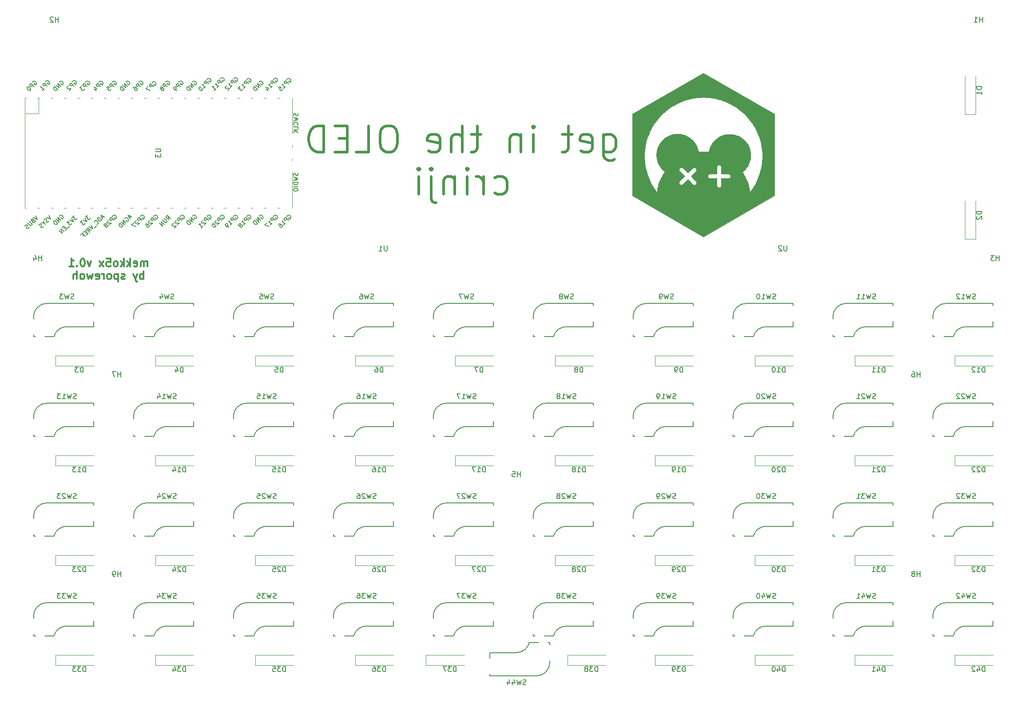
<source format=gbr>
%TF.GenerationSoftware,KiCad,Pcbnew,(6.0.4-0)*%
%TF.CreationDate,2022-09-25T09:44:29-05:00*%
%TF.ProjectId,mekko5X,6d656b6b-6f35-4582-9e6b-696361645f70,rev?*%
%TF.SameCoordinates,Original*%
%TF.FileFunction,Legend,Bot*%
%TF.FilePolarity,Positive*%
%FSLAX46Y46*%
G04 Gerber Fmt 4.6, Leading zero omitted, Abs format (unit mm)*
G04 Created by KiCad (PCBNEW (6.0.4-0)) date 2022-09-25 09:44:29*
%MOMM*%
%LPD*%
G01*
G04 APERTURE LIST*
%ADD10C,0.025000*%
%ADD11C,0.500000*%
%ADD12C,0.300000*%
%ADD13C,0.150000*%
%ADD14C,0.120000*%
G04 APERTURE END LIST*
D10*
G36*
X143589952Y-54881649D02*
G01*
X130085173Y-47084667D01*
X130085176Y-39529773D01*
X132353807Y-39529773D01*
X132364066Y-40013916D01*
X132394567Y-40492848D01*
X132444894Y-40966155D01*
X132514633Y-41433423D01*
X132603370Y-41894236D01*
X132710688Y-42348180D01*
X132836174Y-42794841D01*
X132979413Y-43233802D01*
X133139990Y-43664650D01*
X133317489Y-44086970D01*
X133511497Y-44500346D01*
X133721599Y-44904365D01*
X133947379Y-45298610D01*
X134188423Y-45682669D01*
X134444316Y-46056125D01*
X134714643Y-46418564D01*
X134753743Y-46148314D01*
X134800841Y-45880725D01*
X134855811Y-45615922D01*
X134918526Y-45354032D01*
X134988862Y-45095180D01*
X135066691Y-44839492D01*
X135149937Y-44592877D01*
X138946654Y-44592877D01*
X138947496Y-44612664D01*
X138949258Y-44632402D01*
X138951940Y-44652055D01*
X138955542Y-44671589D01*
X138960063Y-44690968D01*
X138965504Y-44710159D01*
X138971865Y-44729125D01*
X138979146Y-44747833D01*
X138987346Y-44766246D01*
X138996466Y-44784331D01*
X139006506Y-44802052D01*
X139017466Y-44819375D01*
X139029345Y-44836264D01*
X139042144Y-44852685D01*
X139055863Y-44868602D01*
X139070501Y-44883981D01*
X139085880Y-44898620D01*
X139101798Y-44912339D01*
X139118218Y-44925138D01*
X139135107Y-44937017D01*
X139152430Y-44947976D01*
X139170151Y-44958016D01*
X139188236Y-44967136D01*
X139206650Y-44975336D01*
X139225357Y-44982617D01*
X139244324Y-44988978D01*
X139263514Y-44994419D01*
X139282894Y-44998940D01*
X139302428Y-45002542D01*
X139322081Y-45005224D01*
X139341818Y-45006986D01*
X139361605Y-45007828D01*
X139381406Y-45007751D01*
X139401188Y-45006753D01*
X139420913Y-45004837D01*
X139440549Y-45002000D01*
X139460059Y-44998244D01*
X139479410Y-44993568D01*
X139498565Y-44987972D01*
X139517491Y-44981456D01*
X139536152Y-44974021D01*
X139554513Y-44965666D01*
X139572539Y-44956391D01*
X139590196Y-44946196D01*
X139607449Y-44935082D01*
X139624262Y-44923048D01*
X139640601Y-44910094D01*
X139656431Y-44896221D01*
X139656461Y-44896253D01*
X139656492Y-44896286D01*
X139656556Y-44896351D01*
X139656621Y-44896416D01*
X139656687Y-44896480D01*
X139669184Y-44883981D01*
X140606768Y-43946398D01*
X141556856Y-44896480D01*
X141556982Y-44896351D01*
X141557046Y-44896286D01*
X141557112Y-44896221D01*
X141572941Y-44910094D01*
X141589279Y-44923048D01*
X141606092Y-44935082D01*
X141623344Y-44946196D01*
X141641001Y-44956391D01*
X141659027Y-44965666D01*
X141677388Y-44974021D01*
X141696048Y-44981456D01*
X141714973Y-44987972D01*
X141734129Y-44993568D01*
X141753479Y-44998244D01*
X141772989Y-45002000D01*
X141792625Y-45004837D01*
X141812350Y-45006753D01*
X141832131Y-45007751D01*
X141851933Y-45007828D01*
X141871720Y-45006986D01*
X141891457Y-45005224D01*
X141911110Y-45002542D01*
X141930644Y-44998940D01*
X141950024Y-44994419D01*
X141969214Y-44988978D01*
X141988181Y-44982617D01*
X142006889Y-44975336D01*
X142025302Y-44967136D01*
X142043387Y-44958016D01*
X142061109Y-44947976D01*
X142078431Y-44937017D01*
X142095320Y-44925138D01*
X142111741Y-44912339D01*
X142127659Y-44898620D01*
X142143038Y-44883981D01*
X142157676Y-44868602D01*
X142171395Y-44852685D01*
X142184195Y-44836264D01*
X142196074Y-44819375D01*
X142207034Y-44802052D01*
X142217074Y-44784331D01*
X142226194Y-44766246D01*
X142234395Y-44747833D01*
X142241675Y-44729125D01*
X142248036Y-44710159D01*
X142253477Y-44690968D01*
X142257999Y-44671589D01*
X142261600Y-44652055D01*
X142264282Y-44632402D01*
X142266045Y-44612664D01*
X142266887Y-44592877D01*
X142266810Y-44573076D01*
X142265813Y-44553295D01*
X142263896Y-44533569D01*
X142261059Y-44513934D01*
X142257303Y-44494424D01*
X142252627Y-44475073D01*
X142247032Y-44455918D01*
X142240516Y-44436993D01*
X142233081Y-44418332D01*
X142224726Y-44399971D01*
X142215452Y-44381945D01*
X142205257Y-44364288D01*
X142194143Y-44347036D01*
X142182109Y-44330223D01*
X142169156Y-44313885D01*
X142155283Y-44298055D01*
X142155535Y-44297796D01*
X141205454Y-43347713D01*
X141205458Y-43347709D01*
X144400514Y-43347709D01*
X144401038Y-43368935D01*
X144402593Y-43389891D01*
X144405154Y-43410553D01*
X144408696Y-43430896D01*
X144413196Y-43450894D01*
X144418627Y-43470524D01*
X144424966Y-43489761D01*
X144432188Y-43508580D01*
X144440269Y-43526957D01*
X144449182Y-43544866D01*
X144458904Y-43562284D01*
X144469411Y-43579184D01*
X144480676Y-43595543D01*
X144492677Y-43611337D01*
X144505387Y-43626539D01*
X144518783Y-43641126D01*
X144532839Y-43655073D01*
X144547532Y-43668356D01*
X144562835Y-43680949D01*
X144578725Y-43692827D01*
X144595177Y-43703967D01*
X144612166Y-43714343D01*
X144629668Y-43723932D01*
X144647657Y-43732707D01*
X144666109Y-43740644D01*
X144685000Y-43747720D01*
X144704305Y-43753908D01*
X144723998Y-43759185D01*
X144744056Y-43763525D01*
X144764454Y-43766904D01*
X144785167Y-43769298D01*
X144806169Y-43770681D01*
X144806169Y-43771044D01*
X146149793Y-43771044D01*
X146149793Y-45114664D01*
X146150156Y-45114664D01*
X146151539Y-45135667D01*
X146153933Y-45156380D01*
X146157312Y-45176778D01*
X146161652Y-45196836D01*
X146166929Y-45216530D01*
X146173118Y-45235834D01*
X146180193Y-45254725D01*
X146188130Y-45273178D01*
X146196906Y-45291167D01*
X146206494Y-45308669D01*
X146216870Y-45325658D01*
X146228010Y-45342110D01*
X146239889Y-45358000D01*
X146252481Y-45373303D01*
X146265764Y-45387995D01*
X146279711Y-45402052D01*
X146294298Y-45415447D01*
X146309500Y-45428158D01*
X146325293Y-45440158D01*
X146341652Y-45451424D01*
X146358553Y-45461930D01*
X146375970Y-45471652D01*
X146393879Y-45480565D01*
X146412255Y-45488645D01*
X146431074Y-45495867D01*
X146450310Y-45502206D01*
X146469940Y-45507638D01*
X146489938Y-45512137D01*
X146510280Y-45515680D01*
X146530941Y-45518240D01*
X146551897Y-45519795D01*
X146573122Y-45520319D01*
X146594348Y-45519795D01*
X146615304Y-45518240D01*
X146635966Y-45515680D01*
X146656308Y-45512137D01*
X146676307Y-45507638D01*
X146695937Y-45502206D01*
X146715174Y-45495867D01*
X146733993Y-45488645D01*
X146752370Y-45480565D01*
X146770279Y-45471652D01*
X146787696Y-45461930D01*
X146804597Y-45451424D01*
X146820957Y-45440158D01*
X146836750Y-45428158D01*
X146851953Y-45415447D01*
X146866540Y-45402052D01*
X146880487Y-45387995D01*
X146893769Y-45373303D01*
X146906362Y-45358000D01*
X146918241Y-45342110D01*
X146929381Y-45325658D01*
X146939757Y-45308669D01*
X146949346Y-45291167D01*
X146958121Y-45273178D01*
X146966058Y-45254725D01*
X146973134Y-45235834D01*
X146979322Y-45216530D01*
X146984599Y-45196836D01*
X146988939Y-45176778D01*
X146992319Y-45156380D01*
X146994712Y-45135667D01*
X146996096Y-45114664D01*
X146996454Y-45114664D01*
X146996454Y-43771044D01*
X148340078Y-43771044D01*
X148340078Y-43770681D01*
X148361081Y-43769298D01*
X148381794Y-43766904D01*
X148402191Y-43763525D01*
X148422249Y-43759185D01*
X148441943Y-43753908D01*
X148461247Y-43747720D01*
X148480138Y-43740644D01*
X148498591Y-43732707D01*
X148516580Y-43723932D01*
X148534082Y-43714343D01*
X148551071Y-43703967D01*
X148567522Y-43692827D01*
X148583413Y-43680949D01*
X148598716Y-43668356D01*
X148613408Y-43655073D01*
X148627465Y-43641126D01*
X148640860Y-43626539D01*
X148653571Y-43611337D01*
X148665571Y-43595543D01*
X148676837Y-43579184D01*
X148687343Y-43562284D01*
X148697066Y-43544866D01*
X148705979Y-43526957D01*
X148714059Y-43508580D01*
X148721281Y-43489761D01*
X148727620Y-43470524D01*
X148733052Y-43450894D01*
X148737551Y-43430896D01*
X148741094Y-43410553D01*
X148743655Y-43389891D01*
X148745209Y-43368935D01*
X148745733Y-43347709D01*
X148745209Y-43326484D01*
X148743655Y-43305528D01*
X148741094Y-43284867D01*
X148737551Y-43264524D01*
X148733052Y-43244526D01*
X148727621Y-43224896D01*
X148721282Y-43205659D01*
X148714060Y-43186841D01*
X148705980Y-43168464D01*
X148697066Y-43150555D01*
X148687344Y-43133138D01*
X148676838Y-43116238D01*
X148665572Y-43099878D01*
X148653572Y-43084085D01*
X148640862Y-43068883D01*
X148627466Y-43054296D01*
X148613410Y-43040349D01*
X148598718Y-43027067D01*
X148583414Y-43014474D01*
X148567524Y-43002595D01*
X148551072Y-42991455D01*
X148534083Y-42981079D01*
X148516582Y-42971491D01*
X148498592Y-42962716D01*
X148480140Y-42954778D01*
X148461249Y-42947703D01*
X148441944Y-42941515D01*
X148422250Y-42936238D01*
X148402192Y-42931898D01*
X148381794Y-42928518D01*
X148361081Y-42926125D01*
X148340078Y-42924742D01*
X148340078Y-42924379D01*
X146996454Y-42924379D01*
X146996454Y-41580755D01*
X146996096Y-41580755D01*
X146994712Y-41559752D01*
X146992319Y-41539040D01*
X146988939Y-41518642D01*
X146984599Y-41498584D01*
X146979322Y-41478890D01*
X146973134Y-41459586D01*
X146966058Y-41440695D01*
X146958121Y-41422242D01*
X146949346Y-41404253D01*
X146939757Y-41386751D01*
X146929381Y-41369762D01*
X146918241Y-41353310D01*
X146906362Y-41337420D01*
X146893769Y-41322116D01*
X146880487Y-41307424D01*
X146866540Y-41293368D01*
X146851953Y-41279972D01*
X146836750Y-41267261D01*
X146820957Y-41255261D01*
X146804597Y-41243995D01*
X146787696Y-41233489D01*
X146770279Y-41223766D01*
X146752370Y-41214853D01*
X146733993Y-41206772D01*
X146715174Y-41199550D01*
X146695937Y-41193211D01*
X146676307Y-41187780D01*
X146656308Y-41183280D01*
X146635966Y-41179738D01*
X146615304Y-41177177D01*
X146594348Y-41175622D01*
X146573122Y-41175098D01*
X146551897Y-41175622D01*
X146530941Y-41177177D01*
X146510280Y-41179738D01*
X146489938Y-41183280D01*
X146469940Y-41187780D01*
X146450310Y-41193211D01*
X146431073Y-41199550D01*
X146412254Y-41206772D01*
X146393878Y-41214853D01*
X146375969Y-41223766D01*
X146358552Y-41233489D01*
X146341651Y-41243995D01*
X146325292Y-41255261D01*
X146309499Y-41267261D01*
X146294296Y-41279972D01*
X146279709Y-41293368D01*
X146265762Y-41307424D01*
X146252479Y-41322116D01*
X146239886Y-41337420D01*
X146228007Y-41353310D01*
X146216867Y-41369762D01*
X146206491Y-41386751D01*
X146196903Y-41404253D01*
X146188127Y-41422242D01*
X146180190Y-41440695D01*
X146173114Y-41459586D01*
X146166926Y-41478890D01*
X146161649Y-41498584D01*
X146157308Y-41518642D01*
X146153929Y-41539040D01*
X146151535Y-41559752D01*
X146150152Y-41580755D01*
X146149793Y-41580755D01*
X146149793Y-42924383D01*
X144823324Y-42924383D01*
X144806169Y-42924379D01*
X144806169Y-42924738D01*
X144785167Y-42926121D01*
X144764454Y-42928514D01*
X144744056Y-42931894D01*
X144723998Y-42936234D01*
X144704305Y-42941511D01*
X144685000Y-42947699D01*
X144666109Y-42954774D01*
X144647657Y-42962712D01*
X144629668Y-42971487D01*
X144612166Y-42981075D01*
X144595177Y-42991452D01*
X144578725Y-43002592D01*
X144562835Y-43014470D01*
X144547532Y-43027063D01*
X144532839Y-43040345D01*
X144518783Y-43054292D01*
X144505387Y-43068880D01*
X144492677Y-43084082D01*
X144480676Y-43099875D01*
X144469411Y-43116235D01*
X144458904Y-43133135D01*
X144449182Y-43150553D01*
X144440269Y-43168462D01*
X144432188Y-43186838D01*
X144424966Y-43205657D01*
X144418627Y-43224894D01*
X144413196Y-43244525D01*
X144408696Y-43264523D01*
X144405154Y-43284866D01*
X144402593Y-43305527D01*
X144401038Y-43326484D01*
X144400514Y-43347709D01*
X141205458Y-43347709D01*
X142143038Y-42410125D01*
X142155538Y-42397627D01*
X142155283Y-42397371D01*
X142169156Y-42381541D01*
X142182109Y-42365203D01*
X142194143Y-42348389D01*
X142205257Y-42331137D01*
X142215452Y-42313480D01*
X142224726Y-42295454D01*
X142233081Y-42277093D01*
X142240516Y-42258432D01*
X142247032Y-42239507D01*
X142252627Y-42220351D01*
X142257303Y-42201001D01*
X142261059Y-42181491D01*
X142263896Y-42161855D01*
X142265813Y-42142130D01*
X142266810Y-42122349D01*
X142266887Y-42102547D01*
X142266045Y-42082760D01*
X142264282Y-42063023D01*
X142261600Y-42043370D01*
X142257999Y-42023836D01*
X142253477Y-42004456D01*
X142248036Y-41985266D01*
X142241675Y-41966299D01*
X142234395Y-41947592D01*
X142226194Y-41929178D01*
X142217074Y-41911093D01*
X142207034Y-41893371D01*
X142196074Y-41876049D01*
X142184195Y-41859159D01*
X142171395Y-41842738D01*
X142157676Y-41826821D01*
X142143038Y-41811441D01*
X142127659Y-41796803D01*
X142111741Y-41783084D01*
X142095320Y-41770285D01*
X142078431Y-41758406D01*
X142061109Y-41747446D01*
X142043387Y-41737406D01*
X142025302Y-41728286D01*
X142006889Y-41720086D01*
X141988181Y-41712805D01*
X141969214Y-41706444D01*
X141950024Y-41701003D01*
X141930644Y-41696482D01*
X141911110Y-41692880D01*
X141891457Y-41690198D01*
X141871720Y-41688436D01*
X141851933Y-41687594D01*
X141832131Y-41687671D01*
X141812350Y-41688668D01*
X141792625Y-41690585D01*
X141772989Y-41693421D01*
X141753479Y-41697178D01*
X141734129Y-41701854D01*
X141714973Y-41707449D01*
X141696048Y-41713965D01*
X141677388Y-41721400D01*
X141659027Y-41729755D01*
X141641001Y-41739030D01*
X141623344Y-41749224D01*
X141606092Y-41760339D01*
X141589279Y-41772373D01*
X141572941Y-41785326D01*
X141557112Y-41799200D01*
X141556856Y-41798942D01*
X141544351Y-41811441D01*
X140606768Y-42749029D01*
X139669180Y-41811445D01*
X139668998Y-41811260D01*
X139668907Y-41811168D01*
X139668814Y-41811075D01*
X139656690Y-41798942D01*
X139656656Y-41798974D01*
X139656623Y-41799006D01*
X139656558Y-41799071D01*
X139656431Y-41799200D01*
X139640601Y-41785327D01*
X139624262Y-41772373D01*
X139607449Y-41760339D01*
X139590197Y-41749225D01*
X139572540Y-41739031D01*
X139554513Y-41729757D01*
X139536152Y-41721402D01*
X139517491Y-41713967D01*
X139498566Y-41707451D01*
X139479410Y-41701855D01*
X139460060Y-41697179D01*
X139440550Y-41693423D01*
X139420914Y-41690587D01*
X139401189Y-41688670D01*
X139381408Y-41687673D01*
X139361606Y-41687596D01*
X139341820Y-41688438D01*
X139322082Y-41690200D01*
X139302429Y-41692882D01*
X139282896Y-41696484D01*
X139263516Y-41701005D01*
X139244325Y-41706446D01*
X139225359Y-41712807D01*
X139206651Y-41720088D01*
X139188238Y-41728288D01*
X139170153Y-41737409D01*
X139152431Y-41747449D01*
X139135109Y-41758408D01*
X139118219Y-41770288D01*
X139101798Y-41783087D01*
X139085881Y-41796806D01*
X139070501Y-41811445D01*
X139055863Y-41826824D01*
X139042144Y-41842741D01*
X139029345Y-41859162D01*
X139017466Y-41876051D01*
X139006506Y-41893374D01*
X138996466Y-41911095D01*
X138987346Y-41929180D01*
X138979146Y-41947594D01*
X138971865Y-41966301D01*
X138965504Y-41985268D01*
X138960063Y-42004458D01*
X138955542Y-42023838D01*
X138951940Y-42043372D01*
X138949258Y-42063025D01*
X138947496Y-42082762D01*
X138946654Y-42102549D01*
X138946731Y-42122350D01*
X138947728Y-42142131D01*
X138949645Y-42161857D01*
X138952481Y-42181493D01*
X138956238Y-42201003D01*
X138960914Y-42220353D01*
X138966509Y-42239508D01*
X138973025Y-42258434D01*
X138980460Y-42277094D01*
X138988815Y-42295455D01*
X138998090Y-42313481D01*
X139008284Y-42331138D01*
X139019399Y-42348390D01*
X139031433Y-42365203D01*
X139044386Y-42381542D01*
X139058260Y-42397371D01*
X139058130Y-42397499D01*
X139058066Y-42397564D01*
X139058000Y-42397630D01*
X139070501Y-42410129D01*
X140008089Y-43347713D01*
X139070501Y-44285297D01*
X139058000Y-44297796D01*
X139058260Y-44298055D01*
X139044386Y-44313885D01*
X139031433Y-44330223D01*
X139019399Y-44347036D01*
X139008284Y-44364288D01*
X138998090Y-44381945D01*
X138988815Y-44399971D01*
X138980460Y-44418332D01*
X138973025Y-44436993D01*
X138966509Y-44455918D01*
X138960914Y-44475073D01*
X138956238Y-44494424D01*
X138952481Y-44513934D01*
X138949645Y-44533569D01*
X138947728Y-44553295D01*
X138946731Y-44573076D01*
X138946654Y-44592877D01*
X135149937Y-44592877D01*
X135151889Y-44587095D01*
X135244328Y-44338114D01*
X135343884Y-44092675D01*
X135450430Y-43850905D01*
X135563841Y-43612929D01*
X135683989Y-43378872D01*
X135810750Y-43148862D01*
X135943998Y-42923025D01*
X136083606Y-42701485D01*
X136229448Y-42484369D01*
X136052591Y-42342026D01*
X135884151Y-42190095D01*
X135724541Y-42028990D01*
X135574174Y-41859123D01*
X135433462Y-41680908D01*
X135302819Y-41494758D01*
X135182658Y-41301086D01*
X135073392Y-41100304D01*
X134975434Y-40892826D01*
X134889197Y-40679065D01*
X134815094Y-40459433D01*
X134753539Y-40234344D01*
X134704943Y-40004211D01*
X134669720Y-39769447D01*
X134648284Y-39530465D01*
X134641046Y-39287678D01*
X134646270Y-39081333D01*
X134661771Y-38877685D01*
X134687298Y-38676988D01*
X134722598Y-38479493D01*
X134767418Y-38285453D01*
X134821506Y-38095122D01*
X134884608Y-37908752D01*
X134956472Y-37726595D01*
X135036846Y-37548905D01*
X135125476Y-37375933D01*
X135222110Y-37207934D01*
X135326496Y-37045158D01*
X135438380Y-36887859D01*
X135557510Y-36736291D01*
X135683633Y-36590704D01*
X135816496Y-36451353D01*
X135955848Y-36318489D01*
X136101434Y-36192366D01*
X136253003Y-36073236D01*
X136410301Y-35961352D01*
X136573077Y-35856967D01*
X136741077Y-35760333D01*
X136914048Y-35671703D01*
X137091738Y-35591329D01*
X137273895Y-35519465D01*
X137460265Y-35456363D01*
X137650596Y-35402275D01*
X137844635Y-35357455D01*
X138042129Y-35322155D01*
X138242827Y-35296628D01*
X138446474Y-35281127D01*
X138652819Y-35275903D01*
X138839933Y-35280197D01*
X139024852Y-35292951D01*
X139207387Y-35313979D01*
X139387350Y-35343091D01*
X139564552Y-35380101D01*
X139738806Y-35424819D01*
X139909924Y-35477058D01*
X140077717Y-35536630D01*
X140241997Y-35603346D01*
X140402577Y-35677019D01*
X140559268Y-35757460D01*
X140711882Y-35844481D01*
X140860231Y-35937895D01*
X141004127Y-36037512D01*
X141143382Y-36143146D01*
X141277808Y-36254608D01*
X141407216Y-36371709D01*
X141531419Y-36494262D01*
X141650229Y-36622079D01*
X141763457Y-36754971D01*
X141870915Y-36892751D01*
X141972416Y-37035230D01*
X142067770Y-37182221D01*
X142156791Y-37333535D01*
X142239290Y-37488983D01*
X142315078Y-37648379D01*
X142383969Y-37811534D01*
X142445773Y-37978260D01*
X142500302Y-38148368D01*
X142547370Y-38321671D01*
X142586786Y-38497980D01*
X142618364Y-38677109D01*
X142738278Y-38664958D01*
X142858652Y-38654394D01*
X142979474Y-38645425D01*
X143100734Y-38638064D01*
X143222422Y-38632320D01*
X143344527Y-38628204D01*
X143467038Y-38625727D01*
X143589945Y-38624899D01*
X143589949Y-38624899D01*
X143721752Y-38625851D01*
X143853099Y-38628700D01*
X143983977Y-38633431D01*
X144114372Y-38640033D01*
X144244271Y-38648491D01*
X144373662Y-38658793D01*
X144502531Y-38670925D01*
X144630865Y-38684875D01*
X144664425Y-38508189D01*
X144705627Y-38334322D01*
X144754288Y-38163457D01*
X144810226Y-37995778D01*
X144873257Y-37831467D01*
X144943198Y-37670707D01*
X145019867Y-37513682D01*
X145103081Y-37360573D01*
X145192656Y-37211565D01*
X145288410Y-37066840D01*
X145390159Y-36926581D01*
X145497721Y-36790970D01*
X145610914Y-36660192D01*
X145729553Y-36534428D01*
X145853456Y-36413862D01*
X145982440Y-36298677D01*
X146116322Y-36189055D01*
X146254919Y-36085180D01*
X146398049Y-35987234D01*
X146545528Y-35895401D01*
X146697173Y-35809863D01*
X146852802Y-35730803D01*
X147012231Y-35658405D01*
X147175277Y-35592851D01*
X147341758Y-35534324D01*
X147511491Y-35483007D01*
X147684292Y-35439083D01*
X147859979Y-35402735D01*
X148038369Y-35374146D01*
X148219279Y-35353499D01*
X148402526Y-35340976D01*
X148587927Y-35336761D01*
X148794272Y-35341985D01*
X148997919Y-35357486D01*
X149198616Y-35383013D01*
X149396111Y-35418313D01*
X149590150Y-35463133D01*
X149780481Y-35517220D01*
X149966851Y-35580323D01*
X150149008Y-35652187D01*
X150326698Y-35732560D01*
X150499670Y-35821191D01*
X150667670Y-35917825D01*
X150830445Y-36022210D01*
X150987744Y-36134094D01*
X151139313Y-36253224D01*
X151284899Y-36379347D01*
X151424251Y-36512211D01*
X151557114Y-36651562D01*
X151683237Y-36797148D01*
X151802367Y-36948717D01*
X151914251Y-37106016D01*
X152018637Y-37268791D01*
X152115271Y-37436791D01*
X152203901Y-37609763D01*
X152284275Y-37787453D01*
X152356139Y-37969610D01*
X152419241Y-38155980D01*
X152473329Y-38346311D01*
X152518149Y-38540351D01*
X152553449Y-38737845D01*
X152578976Y-38938543D01*
X152594477Y-39142190D01*
X152599701Y-39348535D01*
X152599699Y-39348535D01*
X152592399Y-39592366D01*
X152570778Y-39832358D01*
X152535255Y-40068092D01*
X152486248Y-40299148D01*
X152424176Y-40525110D01*
X152349456Y-40745558D01*
X152262508Y-40960074D01*
X152163750Y-41168239D01*
X152053599Y-41369636D01*
X151932475Y-41563845D01*
X151800796Y-41750448D01*
X151658981Y-41929028D01*
X151507447Y-42099164D01*
X151346613Y-42260440D01*
X151176898Y-42412436D01*
X150998720Y-42554735D01*
X151139670Y-42768805D01*
X151274600Y-42987084D01*
X151403392Y-43209453D01*
X151478241Y-43347709D01*
X151525928Y-43435793D01*
X151642088Y-43665987D01*
X151751756Y-43899915D01*
X151854812Y-44137460D01*
X151951137Y-44378502D01*
X152040614Y-44622924D01*
X152123124Y-44870607D01*
X152198549Y-45121433D01*
X152266771Y-45375284D01*
X152327670Y-45632040D01*
X152381128Y-45891584D01*
X152427028Y-46153796D01*
X152465250Y-46418560D01*
X152735577Y-46056121D01*
X152991470Y-45682665D01*
X153232513Y-45298607D01*
X153458293Y-44904361D01*
X153668394Y-44500343D01*
X153862402Y-44086967D01*
X154039901Y-43664648D01*
X154200478Y-43233800D01*
X154343716Y-42794839D01*
X154469202Y-42348179D01*
X154576520Y-41894235D01*
X154665256Y-41433422D01*
X154734995Y-40966155D01*
X154785323Y-40492848D01*
X154815823Y-40013916D01*
X154826082Y-39529773D01*
X154811453Y-38951845D01*
X154768036Y-38381470D01*
X154696540Y-37819359D01*
X154597672Y-37266218D01*
X154472141Y-36722754D01*
X154320653Y-36189677D01*
X154143917Y-35667693D01*
X153942641Y-35157510D01*
X153717531Y-34659837D01*
X153469296Y-34175380D01*
X153198644Y-33704847D01*
X152906282Y-33248947D01*
X152592919Y-32808387D01*
X152259261Y-32383874D01*
X151906016Y-31976117D01*
X151533893Y-31585823D01*
X151143599Y-31213700D01*
X150735842Y-30860456D01*
X150311330Y-30526798D01*
X149870769Y-30213435D01*
X149414869Y-29921073D01*
X148944337Y-29650421D01*
X148459880Y-29402186D01*
X147962206Y-29177077D01*
X147452024Y-28975800D01*
X146930040Y-28799065D01*
X146396962Y-28647577D01*
X145853499Y-28522046D01*
X145300358Y-28423178D01*
X144738247Y-28351682D01*
X144167873Y-28308266D01*
X143589945Y-28293636D01*
X143012016Y-28308266D01*
X142441642Y-28351682D01*
X141879531Y-28423178D01*
X141326390Y-28522046D01*
X140782927Y-28647577D01*
X140249850Y-28799065D01*
X139727866Y-28975800D01*
X139217683Y-29177077D01*
X138720010Y-29402186D01*
X138235553Y-29650421D01*
X137765020Y-29921073D01*
X137309120Y-30213435D01*
X136868560Y-30526798D01*
X136444047Y-30860456D01*
X136036290Y-31213700D01*
X135645996Y-31585823D01*
X135273873Y-31976117D01*
X134920629Y-32383874D01*
X134586971Y-32808387D01*
X134273607Y-33248947D01*
X133981245Y-33704847D01*
X133710593Y-34175380D01*
X133462358Y-34659837D01*
X133237249Y-35157510D01*
X133035972Y-35667693D01*
X132859236Y-36189677D01*
X132707748Y-36722754D01*
X132582217Y-37266218D01*
X132483349Y-37819359D01*
X132411853Y-38381470D01*
X132368437Y-38951845D01*
X132353807Y-39529773D01*
X130085176Y-39529773D01*
X130085180Y-31490692D01*
X143589941Y-23693715D01*
X157094721Y-31490698D01*
X157094718Y-39529773D01*
X157094715Y-47084671D01*
X143589952Y-54881649D01*
G37*
X143589952Y-54881649D02*
X130085173Y-47084667D01*
X130085176Y-39529773D01*
X132353807Y-39529773D01*
X132364066Y-40013916D01*
X132394567Y-40492848D01*
X132444894Y-40966155D01*
X132514633Y-41433423D01*
X132603370Y-41894236D01*
X132710688Y-42348180D01*
X132836174Y-42794841D01*
X132979413Y-43233802D01*
X133139990Y-43664650D01*
X133317489Y-44086970D01*
X133511497Y-44500346D01*
X133721599Y-44904365D01*
X133947379Y-45298610D01*
X134188423Y-45682669D01*
X134444316Y-46056125D01*
X134714643Y-46418564D01*
X134753743Y-46148314D01*
X134800841Y-45880725D01*
X134855811Y-45615922D01*
X134918526Y-45354032D01*
X134988862Y-45095180D01*
X135066691Y-44839492D01*
X135149937Y-44592877D01*
X138946654Y-44592877D01*
X138947496Y-44612664D01*
X138949258Y-44632402D01*
X138951940Y-44652055D01*
X138955542Y-44671589D01*
X138960063Y-44690968D01*
X138965504Y-44710159D01*
X138971865Y-44729125D01*
X138979146Y-44747833D01*
X138987346Y-44766246D01*
X138996466Y-44784331D01*
X139006506Y-44802052D01*
X139017466Y-44819375D01*
X139029345Y-44836264D01*
X139042144Y-44852685D01*
X139055863Y-44868602D01*
X139070501Y-44883981D01*
X139085880Y-44898620D01*
X139101798Y-44912339D01*
X139118218Y-44925138D01*
X139135107Y-44937017D01*
X139152430Y-44947976D01*
X139170151Y-44958016D01*
X139188236Y-44967136D01*
X139206650Y-44975336D01*
X139225357Y-44982617D01*
X139244324Y-44988978D01*
X139263514Y-44994419D01*
X139282894Y-44998940D01*
X139302428Y-45002542D01*
X139322081Y-45005224D01*
X139341818Y-45006986D01*
X139361605Y-45007828D01*
X139381406Y-45007751D01*
X139401188Y-45006753D01*
X139420913Y-45004837D01*
X139440549Y-45002000D01*
X139460059Y-44998244D01*
X139479410Y-44993568D01*
X139498565Y-44987972D01*
X139517491Y-44981456D01*
X139536152Y-44974021D01*
X139554513Y-44965666D01*
X139572539Y-44956391D01*
X139590196Y-44946196D01*
X139607449Y-44935082D01*
X139624262Y-44923048D01*
X139640601Y-44910094D01*
X139656431Y-44896221D01*
X139656461Y-44896253D01*
X139656492Y-44896286D01*
X139656556Y-44896351D01*
X139656621Y-44896416D01*
X139656687Y-44896480D01*
X139669184Y-44883981D01*
X140606768Y-43946398D01*
X141556856Y-44896480D01*
X141556982Y-44896351D01*
X141557046Y-44896286D01*
X141557112Y-44896221D01*
X141572941Y-44910094D01*
X141589279Y-44923048D01*
X141606092Y-44935082D01*
X141623344Y-44946196D01*
X141641001Y-44956391D01*
X141659027Y-44965666D01*
X141677388Y-44974021D01*
X141696048Y-44981456D01*
X141714973Y-44987972D01*
X141734129Y-44993568D01*
X141753479Y-44998244D01*
X141772989Y-45002000D01*
X141792625Y-45004837D01*
X141812350Y-45006753D01*
X141832131Y-45007751D01*
X141851933Y-45007828D01*
X141871720Y-45006986D01*
X141891457Y-45005224D01*
X141911110Y-45002542D01*
X141930644Y-44998940D01*
X141950024Y-44994419D01*
X141969214Y-44988978D01*
X141988181Y-44982617D01*
X142006889Y-44975336D01*
X142025302Y-44967136D01*
X142043387Y-44958016D01*
X142061109Y-44947976D01*
X142078431Y-44937017D01*
X142095320Y-44925138D01*
X142111741Y-44912339D01*
X142127659Y-44898620D01*
X142143038Y-44883981D01*
X142157676Y-44868602D01*
X142171395Y-44852685D01*
X142184195Y-44836264D01*
X142196074Y-44819375D01*
X142207034Y-44802052D01*
X142217074Y-44784331D01*
X142226194Y-44766246D01*
X142234395Y-44747833D01*
X142241675Y-44729125D01*
X142248036Y-44710159D01*
X142253477Y-44690968D01*
X142257999Y-44671589D01*
X142261600Y-44652055D01*
X142264282Y-44632402D01*
X142266045Y-44612664D01*
X142266887Y-44592877D01*
X142266810Y-44573076D01*
X142265813Y-44553295D01*
X142263896Y-44533569D01*
X142261059Y-44513934D01*
X142257303Y-44494424D01*
X142252627Y-44475073D01*
X142247032Y-44455918D01*
X142240516Y-44436993D01*
X142233081Y-44418332D01*
X142224726Y-44399971D01*
X142215452Y-44381945D01*
X142205257Y-44364288D01*
X142194143Y-44347036D01*
X142182109Y-44330223D01*
X142169156Y-44313885D01*
X142155283Y-44298055D01*
X142155535Y-44297796D01*
X141205454Y-43347713D01*
X141205458Y-43347709D01*
X144400514Y-43347709D01*
X144401038Y-43368935D01*
X144402593Y-43389891D01*
X144405154Y-43410553D01*
X144408696Y-43430896D01*
X144413196Y-43450894D01*
X144418627Y-43470524D01*
X144424966Y-43489761D01*
X144432188Y-43508580D01*
X144440269Y-43526957D01*
X144449182Y-43544866D01*
X144458904Y-43562284D01*
X144469411Y-43579184D01*
X144480676Y-43595543D01*
X144492677Y-43611337D01*
X144505387Y-43626539D01*
X144518783Y-43641126D01*
X144532839Y-43655073D01*
X144547532Y-43668356D01*
X144562835Y-43680949D01*
X144578725Y-43692827D01*
X144595177Y-43703967D01*
X144612166Y-43714343D01*
X144629668Y-43723932D01*
X144647657Y-43732707D01*
X144666109Y-43740644D01*
X144685000Y-43747720D01*
X144704305Y-43753908D01*
X144723998Y-43759185D01*
X144744056Y-43763525D01*
X144764454Y-43766904D01*
X144785167Y-43769298D01*
X144806169Y-43770681D01*
X144806169Y-43771044D01*
X146149793Y-43771044D01*
X146149793Y-45114664D01*
X146150156Y-45114664D01*
X146151539Y-45135667D01*
X146153933Y-45156380D01*
X146157312Y-45176778D01*
X146161652Y-45196836D01*
X146166929Y-45216530D01*
X146173118Y-45235834D01*
X146180193Y-45254725D01*
X146188130Y-45273178D01*
X146196906Y-45291167D01*
X146206494Y-45308669D01*
X146216870Y-45325658D01*
X146228010Y-45342110D01*
X146239889Y-45358000D01*
X146252481Y-45373303D01*
X146265764Y-45387995D01*
X146279711Y-45402052D01*
X146294298Y-45415447D01*
X146309500Y-45428158D01*
X146325293Y-45440158D01*
X146341652Y-45451424D01*
X146358553Y-45461930D01*
X146375970Y-45471652D01*
X146393879Y-45480565D01*
X146412255Y-45488645D01*
X146431074Y-45495867D01*
X146450310Y-45502206D01*
X146469940Y-45507638D01*
X146489938Y-45512137D01*
X146510280Y-45515680D01*
X146530941Y-45518240D01*
X146551897Y-45519795D01*
X146573122Y-45520319D01*
X146594348Y-45519795D01*
X146615304Y-45518240D01*
X146635966Y-45515680D01*
X146656308Y-45512137D01*
X146676307Y-45507638D01*
X146695937Y-45502206D01*
X146715174Y-45495867D01*
X146733993Y-45488645D01*
X146752370Y-45480565D01*
X146770279Y-45471652D01*
X146787696Y-45461930D01*
X146804597Y-45451424D01*
X146820957Y-45440158D01*
X146836750Y-45428158D01*
X146851953Y-45415447D01*
X146866540Y-45402052D01*
X146880487Y-45387995D01*
X146893769Y-45373303D01*
X146906362Y-45358000D01*
X146918241Y-45342110D01*
X146929381Y-45325658D01*
X146939757Y-45308669D01*
X146949346Y-45291167D01*
X146958121Y-45273178D01*
X146966058Y-45254725D01*
X146973134Y-45235834D01*
X146979322Y-45216530D01*
X146984599Y-45196836D01*
X146988939Y-45176778D01*
X146992319Y-45156380D01*
X146994712Y-45135667D01*
X146996096Y-45114664D01*
X146996454Y-45114664D01*
X146996454Y-43771044D01*
X148340078Y-43771044D01*
X148340078Y-43770681D01*
X148361081Y-43769298D01*
X148381794Y-43766904D01*
X148402191Y-43763525D01*
X148422249Y-43759185D01*
X148441943Y-43753908D01*
X148461247Y-43747720D01*
X148480138Y-43740644D01*
X148498591Y-43732707D01*
X148516580Y-43723932D01*
X148534082Y-43714343D01*
X148551071Y-43703967D01*
X148567522Y-43692827D01*
X148583413Y-43680949D01*
X148598716Y-43668356D01*
X148613408Y-43655073D01*
X148627465Y-43641126D01*
X148640860Y-43626539D01*
X148653571Y-43611337D01*
X148665571Y-43595543D01*
X148676837Y-43579184D01*
X148687343Y-43562284D01*
X148697066Y-43544866D01*
X148705979Y-43526957D01*
X148714059Y-43508580D01*
X148721281Y-43489761D01*
X148727620Y-43470524D01*
X148733052Y-43450894D01*
X148737551Y-43430896D01*
X148741094Y-43410553D01*
X148743655Y-43389891D01*
X148745209Y-43368935D01*
X148745733Y-43347709D01*
X148745209Y-43326484D01*
X148743655Y-43305528D01*
X148741094Y-43284867D01*
X148737551Y-43264524D01*
X148733052Y-43244526D01*
X148727621Y-43224896D01*
X148721282Y-43205659D01*
X148714060Y-43186841D01*
X148705980Y-43168464D01*
X148697066Y-43150555D01*
X148687344Y-43133138D01*
X148676838Y-43116238D01*
X148665572Y-43099878D01*
X148653572Y-43084085D01*
X148640862Y-43068883D01*
X148627466Y-43054296D01*
X148613410Y-43040349D01*
X148598718Y-43027067D01*
X148583414Y-43014474D01*
X148567524Y-43002595D01*
X148551072Y-42991455D01*
X148534083Y-42981079D01*
X148516582Y-42971491D01*
X148498592Y-42962716D01*
X148480140Y-42954778D01*
X148461249Y-42947703D01*
X148441944Y-42941515D01*
X148422250Y-42936238D01*
X148402192Y-42931898D01*
X148381794Y-42928518D01*
X148361081Y-42926125D01*
X148340078Y-42924742D01*
X148340078Y-42924379D01*
X146996454Y-42924379D01*
X146996454Y-41580755D01*
X146996096Y-41580755D01*
X146994712Y-41559752D01*
X146992319Y-41539040D01*
X146988939Y-41518642D01*
X146984599Y-41498584D01*
X146979322Y-41478890D01*
X146973134Y-41459586D01*
X146966058Y-41440695D01*
X146958121Y-41422242D01*
X146949346Y-41404253D01*
X146939757Y-41386751D01*
X146929381Y-41369762D01*
X146918241Y-41353310D01*
X146906362Y-41337420D01*
X146893769Y-41322116D01*
X146880487Y-41307424D01*
X146866540Y-41293368D01*
X146851953Y-41279972D01*
X146836750Y-41267261D01*
X146820957Y-41255261D01*
X146804597Y-41243995D01*
X146787696Y-41233489D01*
X146770279Y-41223766D01*
X146752370Y-41214853D01*
X146733993Y-41206772D01*
X146715174Y-41199550D01*
X146695937Y-41193211D01*
X146676307Y-41187780D01*
X146656308Y-41183280D01*
X146635966Y-41179738D01*
X146615304Y-41177177D01*
X146594348Y-41175622D01*
X146573122Y-41175098D01*
X146551897Y-41175622D01*
X146530941Y-41177177D01*
X146510280Y-41179738D01*
X146489938Y-41183280D01*
X146469940Y-41187780D01*
X146450310Y-41193211D01*
X146431073Y-41199550D01*
X146412254Y-41206772D01*
X146393878Y-41214853D01*
X146375969Y-41223766D01*
X146358552Y-41233489D01*
X146341651Y-41243995D01*
X146325292Y-41255261D01*
X146309499Y-41267261D01*
X146294296Y-41279972D01*
X146279709Y-41293368D01*
X146265762Y-41307424D01*
X146252479Y-41322116D01*
X146239886Y-41337420D01*
X146228007Y-41353310D01*
X146216867Y-41369762D01*
X146206491Y-41386751D01*
X146196903Y-41404253D01*
X146188127Y-41422242D01*
X146180190Y-41440695D01*
X146173114Y-41459586D01*
X146166926Y-41478890D01*
X146161649Y-41498584D01*
X146157308Y-41518642D01*
X146153929Y-41539040D01*
X146151535Y-41559752D01*
X146150152Y-41580755D01*
X146149793Y-41580755D01*
X146149793Y-42924383D01*
X144823324Y-42924383D01*
X144806169Y-42924379D01*
X144806169Y-42924738D01*
X144785167Y-42926121D01*
X144764454Y-42928514D01*
X144744056Y-42931894D01*
X144723998Y-42936234D01*
X144704305Y-42941511D01*
X144685000Y-42947699D01*
X144666109Y-42954774D01*
X144647657Y-42962712D01*
X144629668Y-42971487D01*
X144612166Y-42981075D01*
X144595177Y-42991452D01*
X144578725Y-43002592D01*
X144562835Y-43014470D01*
X144547532Y-43027063D01*
X144532839Y-43040345D01*
X144518783Y-43054292D01*
X144505387Y-43068880D01*
X144492677Y-43084082D01*
X144480676Y-43099875D01*
X144469411Y-43116235D01*
X144458904Y-43133135D01*
X144449182Y-43150553D01*
X144440269Y-43168462D01*
X144432188Y-43186838D01*
X144424966Y-43205657D01*
X144418627Y-43224894D01*
X144413196Y-43244525D01*
X144408696Y-43264523D01*
X144405154Y-43284866D01*
X144402593Y-43305527D01*
X144401038Y-43326484D01*
X144400514Y-43347709D01*
X141205458Y-43347709D01*
X142143038Y-42410125D01*
X142155538Y-42397627D01*
X142155283Y-42397371D01*
X142169156Y-42381541D01*
X142182109Y-42365203D01*
X142194143Y-42348389D01*
X142205257Y-42331137D01*
X142215452Y-42313480D01*
X142224726Y-42295454D01*
X142233081Y-42277093D01*
X142240516Y-42258432D01*
X142247032Y-42239507D01*
X142252627Y-42220351D01*
X142257303Y-42201001D01*
X142261059Y-42181491D01*
X142263896Y-42161855D01*
X142265813Y-42142130D01*
X142266810Y-42122349D01*
X142266887Y-42102547D01*
X142266045Y-42082760D01*
X142264282Y-42063023D01*
X142261600Y-42043370D01*
X142257999Y-42023836D01*
X142253477Y-42004456D01*
X142248036Y-41985266D01*
X142241675Y-41966299D01*
X142234395Y-41947592D01*
X142226194Y-41929178D01*
X142217074Y-41911093D01*
X142207034Y-41893371D01*
X142196074Y-41876049D01*
X142184195Y-41859159D01*
X142171395Y-41842738D01*
X142157676Y-41826821D01*
X142143038Y-41811441D01*
X142127659Y-41796803D01*
X142111741Y-41783084D01*
X142095320Y-41770285D01*
X142078431Y-41758406D01*
X142061109Y-41747446D01*
X142043387Y-41737406D01*
X142025302Y-41728286D01*
X142006889Y-41720086D01*
X141988181Y-41712805D01*
X141969214Y-41706444D01*
X141950024Y-41701003D01*
X141930644Y-41696482D01*
X141911110Y-41692880D01*
X141891457Y-41690198D01*
X141871720Y-41688436D01*
X141851933Y-41687594D01*
X141832131Y-41687671D01*
X141812350Y-41688668D01*
X141792625Y-41690585D01*
X141772989Y-41693421D01*
X141753479Y-41697178D01*
X141734129Y-41701854D01*
X141714973Y-41707449D01*
X141696048Y-41713965D01*
X141677388Y-41721400D01*
X141659027Y-41729755D01*
X141641001Y-41739030D01*
X141623344Y-41749224D01*
X141606092Y-41760339D01*
X141589279Y-41772373D01*
X141572941Y-41785326D01*
X141557112Y-41799200D01*
X141556856Y-41798942D01*
X141544351Y-41811441D01*
X140606768Y-42749029D01*
X139669180Y-41811445D01*
X139668998Y-41811260D01*
X139668907Y-41811168D01*
X139668814Y-41811075D01*
X139656690Y-41798942D01*
X139656656Y-41798974D01*
X139656623Y-41799006D01*
X139656558Y-41799071D01*
X139656431Y-41799200D01*
X139640601Y-41785327D01*
X139624262Y-41772373D01*
X139607449Y-41760339D01*
X139590197Y-41749225D01*
X139572540Y-41739031D01*
X139554513Y-41729757D01*
X139536152Y-41721402D01*
X139517491Y-41713967D01*
X139498566Y-41707451D01*
X139479410Y-41701855D01*
X139460060Y-41697179D01*
X139440550Y-41693423D01*
X139420914Y-41690587D01*
X139401189Y-41688670D01*
X139381408Y-41687673D01*
X139361606Y-41687596D01*
X139341820Y-41688438D01*
X139322082Y-41690200D01*
X139302429Y-41692882D01*
X139282896Y-41696484D01*
X139263516Y-41701005D01*
X139244325Y-41706446D01*
X139225359Y-41712807D01*
X139206651Y-41720088D01*
X139188238Y-41728288D01*
X139170153Y-41737409D01*
X139152431Y-41747449D01*
X139135109Y-41758408D01*
X139118219Y-41770288D01*
X139101798Y-41783087D01*
X139085881Y-41796806D01*
X139070501Y-41811445D01*
X139055863Y-41826824D01*
X139042144Y-41842741D01*
X139029345Y-41859162D01*
X139017466Y-41876051D01*
X139006506Y-41893374D01*
X138996466Y-41911095D01*
X138987346Y-41929180D01*
X138979146Y-41947594D01*
X138971865Y-41966301D01*
X138965504Y-41985268D01*
X138960063Y-42004458D01*
X138955542Y-42023838D01*
X138951940Y-42043372D01*
X138949258Y-42063025D01*
X138947496Y-42082762D01*
X138946654Y-42102549D01*
X138946731Y-42122350D01*
X138947728Y-42142131D01*
X138949645Y-42161857D01*
X138952481Y-42181493D01*
X138956238Y-42201003D01*
X138960914Y-42220353D01*
X138966509Y-42239508D01*
X138973025Y-42258434D01*
X138980460Y-42277094D01*
X138988815Y-42295455D01*
X138998090Y-42313481D01*
X139008284Y-42331138D01*
X139019399Y-42348390D01*
X139031433Y-42365203D01*
X139044386Y-42381542D01*
X139058260Y-42397371D01*
X139058130Y-42397499D01*
X139058066Y-42397564D01*
X139058000Y-42397630D01*
X139070501Y-42410129D01*
X140008089Y-43347713D01*
X139070501Y-44285297D01*
X139058000Y-44297796D01*
X139058260Y-44298055D01*
X139044386Y-44313885D01*
X139031433Y-44330223D01*
X139019399Y-44347036D01*
X139008284Y-44364288D01*
X138998090Y-44381945D01*
X138988815Y-44399971D01*
X138980460Y-44418332D01*
X138973025Y-44436993D01*
X138966509Y-44455918D01*
X138960914Y-44475073D01*
X138956238Y-44494424D01*
X138952481Y-44513934D01*
X138949645Y-44533569D01*
X138947728Y-44553295D01*
X138946731Y-44573076D01*
X138946654Y-44592877D01*
X135149937Y-44592877D01*
X135151889Y-44587095D01*
X135244328Y-44338114D01*
X135343884Y-44092675D01*
X135450430Y-43850905D01*
X135563841Y-43612929D01*
X135683989Y-43378872D01*
X135810750Y-43148862D01*
X135943998Y-42923025D01*
X136083606Y-42701485D01*
X136229448Y-42484369D01*
X136052591Y-42342026D01*
X135884151Y-42190095D01*
X135724541Y-42028990D01*
X135574174Y-41859123D01*
X135433462Y-41680908D01*
X135302819Y-41494758D01*
X135182658Y-41301086D01*
X135073392Y-41100304D01*
X134975434Y-40892826D01*
X134889197Y-40679065D01*
X134815094Y-40459433D01*
X134753539Y-40234344D01*
X134704943Y-40004211D01*
X134669720Y-39769447D01*
X134648284Y-39530465D01*
X134641046Y-39287678D01*
X134646270Y-39081333D01*
X134661771Y-38877685D01*
X134687298Y-38676988D01*
X134722598Y-38479493D01*
X134767418Y-38285453D01*
X134821506Y-38095122D01*
X134884608Y-37908752D01*
X134956472Y-37726595D01*
X135036846Y-37548905D01*
X135125476Y-37375933D01*
X135222110Y-37207934D01*
X135326496Y-37045158D01*
X135438380Y-36887859D01*
X135557510Y-36736291D01*
X135683633Y-36590704D01*
X135816496Y-36451353D01*
X135955848Y-36318489D01*
X136101434Y-36192366D01*
X136253003Y-36073236D01*
X136410301Y-35961352D01*
X136573077Y-35856967D01*
X136741077Y-35760333D01*
X136914048Y-35671703D01*
X137091738Y-35591329D01*
X137273895Y-35519465D01*
X137460265Y-35456363D01*
X137650596Y-35402275D01*
X137844635Y-35357455D01*
X138042129Y-35322155D01*
X138242827Y-35296628D01*
X138446474Y-35281127D01*
X138652819Y-35275903D01*
X138839933Y-35280197D01*
X139024852Y-35292951D01*
X139207387Y-35313979D01*
X139387350Y-35343091D01*
X139564552Y-35380101D01*
X139738806Y-35424819D01*
X139909924Y-35477058D01*
X140077717Y-35536630D01*
X140241997Y-35603346D01*
X140402577Y-35677019D01*
X140559268Y-35757460D01*
X140711882Y-35844481D01*
X140860231Y-35937895D01*
X141004127Y-36037512D01*
X141143382Y-36143146D01*
X141277808Y-36254608D01*
X141407216Y-36371709D01*
X141531419Y-36494262D01*
X141650229Y-36622079D01*
X141763457Y-36754971D01*
X141870915Y-36892751D01*
X141972416Y-37035230D01*
X142067770Y-37182221D01*
X142156791Y-37333535D01*
X142239290Y-37488983D01*
X142315078Y-37648379D01*
X142383969Y-37811534D01*
X142445773Y-37978260D01*
X142500302Y-38148368D01*
X142547370Y-38321671D01*
X142586786Y-38497980D01*
X142618364Y-38677109D01*
X142738278Y-38664958D01*
X142858652Y-38654394D01*
X142979474Y-38645425D01*
X143100734Y-38638064D01*
X143222422Y-38632320D01*
X143344527Y-38628204D01*
X143467038Y-38625727D01*
X143589945Y-38624899D01*
X143589949Y-38624899D01*
X143721752Y-38625851D01*
X143853099Y-38628700D01*
X143983977Y-38633431D01*
X144114372Y-38640033D01*
X144244271Y-38648491D01*
X144373662Y-38658793D01*
X144502531Y-38670925D01*
X144630865Y-38684875D01*
X144664425Y-38508189D01*
X144705627Y-38334322D01*
X144754288Y-38163457D01*
X144810226Y-37995778D01*
X144873257Y-37831467D01*
X144943198Y-37670707D01*
X145019867Y-37513682D01*
X145103081Y-37360573D01*
X145192656Y-37211565D01*
X145288410Y-37066840D01*
X145390159Y-36926581D01*
X145497721Y-36790970D01*
X145610914Y-36660192D01*
X145729553Y-36534428D01*
X145853456Y-36413862D01*
X145982440Y-36298677D01*
X146116322Y-36189055D01*
X146254919Y-36085180D01*
X146398049Y-35987234D01*
X146545528Y-35895401D01*
X146697173Y-35809863D01*
X146852802Y-35730803D01*
X147012231Y-35658405D01*
X147175277Y-35592851D01*
X147341758Y-35534324D01*
X147511491Y-35483007D01*
X147684292Y-35439083D01*
X147859979Y-35402735D01*
X148038369Y-35374146D01*
X148219279Y-35353499D01*
X148402526Y-35340976D01*
X148587927Y-35336761D01*
X148794272Y-35341985D01*
X148997919Y-35357486D01*
X149198616Y-35383013D01*
X149396111Y-35418313D01*
X149590150Y-35463133D01*
X149780481Y-35517220D01*
X149966851Y-35580323D01*
X150149008Y-35652187D01*
X150326698Y-35732560D01*
X150499670Y-35821191D01*
X150667670Y-35917825D01*
X150830445Y-36022210D01*
X150987744Y-36134094D01*
X151139313Y-36253224D01*
X151284899Y-36379347D01*
X151424251Y-36512211D01*
X151557114Y-36651562D01*
X151683237Y-36797148D01*
X151802367Y-36948717D01*
X151914251Y-37106016D01*
X152018637Y-37268791D01*
X152115271Y-37436791D01*
X152203901Y-37609763D01*
X152284275Y-37787453D01*
X152356139Y-37969610D01*
X152419241Y-38155980D01*
X152473329Y-38346311D01*
X152518149Y-38540351D01*
X152553449Y-38737845D01*
X152578976Y-38938543D01*
X152594477Y-39142190D01*
X152599701Y-39348535D01*
X152599699Y-39348535D01*
X152592399Y-39592366D01*
X152570778Y-39832358D01*
X152535255Y-40068092D01*
X152486248Y-40299148D01*
X152424176Y-40525110D01*
X152349456Y-40745558D01*
X152262508Y-40960074D01*
X152163750Y-41168239D01*
X152053599Y-41369636D01*
X151932475Y-41563845D01*
X151800796Y-41750448D01*
X151658981Y-41929028D01*
X151507447Y-42099164D01*
X151346613Y-42260440D01*
X151176898Y-42412436D01*
X150998720Y-42554735D01*
X151139670Y-42768805D01*
X151274600Y-42987084D01*
X151403392Y-43209453D01*
X151478241Y-43347709D01*
X151525928Y-43435793D01*
X151642088Y-43665987D01*
X151751756Y-43899915D01*
X151854812Y-44137460D01*
X151951137Y-44378502D01*
X152040614Y-44622924D01*
X152123124Y-44870607D01*
X152198549Y-45121433D01*
X152266771Y-45375284D01*
X152327670Y-45632040D01*
X152381128Y-45891584D01*
X152427028Y-46153796D01*
X152465250Y-46418560D01*
X152735577Y-46056121D01*
X152991470Y-45682665D01*
X153232513Y-45298607D01*
X153458293Y-44904361D01*
X153668394Y-44500343D01*
X153862402Y-44086967D01*
X154039901Y-43664648D01*
X154200478Y-43233800D01*
X154343716Y-42794839D01*
X154469202Y-42348179D01*
X154576520Y-41894235D01*
X154665256Y-41433422D01*
X154734995Y-40966155D01*
X154785323Y-40492848D01*
X154815823Y-40013916D01*
X154826082Y-39529773D01*
X154811453Y-38951845D01*
X154768036Y-38381470D01*
X154696540Y-37819359D01*
X154597672Y-37266218D01*
X154472141Y-36722754D01*
X154320653Y-36189677D01*
X154143917Y-35667693D01*
X153942641Y-35157510D01*
X153717531Y-34659837D01*
X153469296Y-34175380D01*
X153198644Y-33704847D01*
X152906282Y-33248947D01*
X152592919Y-32808387D01*
X152259261Y-32383874D01*
X151906016Y-31976117D01*
X151533893Y-31585823D01*
X151143599Y-31213700D01*
X150735842Y-30860456D01*
X150311330Y-30526798D01*
X149870769Y-30213435D01*
X149414869Y-29921073D01*
X148944337Y-29650421D01*
X148459880Y-29402186D01*
X147962206Y-29177077D01*
X147452024Y-28975800D01*
X146930040Y-28799065D01*
X146396962Y-28647577D01*
X145853499Y-28522046D01*
X145300358Y-28423178D01*
X144738247Y-28351682D01*
X144167873Y-28308266D01*
X143589945Y-28293636D01*
X143012016Y-28308266D01*
X142441642Y-28351682D01*
X141879531Y-28423178D01*
X141326390Y-28522046D01*
X140782927Y-28647577D01*
X140249850Y-28799065D01*
X139727866Y-28975800D01*
X139217683Y-29177077D01*
X138720010Y-29402186D01*
X138235553Y-29650421D01*
X137765020Y-29921073D01*
X137309120Y-30213435D01*
X136868560Y-30526798D01*
X136444047Y-30860456D01*
X136036290Y-31213700D01*
X135645996Y-31585823D01*
X135273873Y-31976117D01*
X134920629Y-32383874D01*
X134586971Y-32808387D01*
X134273607Y-33248947D01*
X133981245Y-33704847D01*
X133710593Y-34175380D01*
X133462358Y-34659837D01*
X133237249Y-35157510D01*
X133035972Y-35667693D01*
X132859236Y-36189677D01*
X132707748Y-36722754D01*
X132582217Y-37266218D01*
X132483349Y-37819359D01*
X132411853Y-38381470D01*
X132368437Y-38951845D01*
X132353807Y-39529773D01*
X130085176Y-39529773D01*
X130085180Y-31490692D01*
X143589941Y-23693715D01*
X157094721Y-31490698D01*
X157094718Y-39529773D01*
X157094715Y-47084671D01*
X143589952Y-54881649D01*
D11*
X124536011Y-35384821D02*
X124536011Y-39432440D01*
X124774107Y-39908630D01*
X125012202Y-40146726D01*
X125488392Y-40384821D01*
X126202678Y-40384821D01*
X126678869Y-40146726D01*
X124536011Y-38480059D02*
X125012202Y-38718154D01*
X125964583Y-38718154D01*
X126440773Y-38480059D01*
X126678869Y-38241964D01*
X126916964Y-37765773D01*
X126916964Y-36337202D01*
X126678869Y-35861011D01*
X126440773Y-35622916D01*
X125964583Y-35384821D01*
X125012202Y-35384821D01*
X124536011Y-35622916D01*
X120250297Y-38480059D02*
X120726488Y-38718154D01*
X121678869Y-38718154D01*
X122155059Y-38480059D01*
X122393154Y-38003869D01*
X122393154Y-36099107D01*
X122155059Y-35622916D01*
X121678869Y-35384821D01*
X120726488Y-35384821D01*
X120250297Y-35622916D01*
X120012202Y-36099107D01*
X120012202Y-36575297D01*
X122393154Y-37051488D01*
X118583630Y-35384821D02*
X116678869Y-35384821D01*
X117869345Y-33718154D02*
X117869345Y-38003869D01*
X117631250Y-38480059D01*
X117155059Y-38718154D01*
X116678869Y-38718154D01*
X111202678Y-38718154D02*
X111202678Y-35384821D01*
X111202678Y-33718154D02*
X111440773Y-33956250D01*
X111202678Y-34194345D01*
X110964583Y-33956250D01*
X111202678Y-33718154D01*
X111202678Y-34194345D01*
X108821726Y-35384821D02*
X108821726Y-38718154D01*
X108821726Y-35861011D02*
X108583630Y-35622916D01*
X108107440Y-35384821D01*
X107393154Y-35384821D01*
X106916964Y-35622916D01*
X106678869Y-36099107D01*
X106678869Y-38718154D01*
X101202678Y-35384821D02*
X99297916Y-35384821D01*
X100488392Y-33718154D02*
X100488392Y-38003869D01*
X100250297Y-38480059D01*
X99774107Y-38718154D01*
X99297916Y-38718154D01*
X97631250Y-38718154D02*
X97631250Y-33718154D01*
X95488392Y-38718154D02*
X95488392Y-36099107D01*
X95726488Y-35622916D01*
X96202678Y-35384821D01*
X96916964Y-35384821D01*
X97393154Y-35622916D01*
X97631250Y-35861011D01*
X91202678Y-38480059D02*
X91678869Y-38718154D01*
X92631250Y-38718154D01*
X93107440Y-38480059D01*
X93345535Y-38003869D01*
X93345535Y-36099107D01*
X93107440Y-35622916D01*
X92631250Y-35384821D01*
X91678869Y-35384821D01*
X91202678Y-35622916D01*
X90964583Y-36099107D01*
X90964583Y-36575297D01*
X93345535Y-37051488D01*
X84059821Y-33718154D02*
X83107440Y-33718154D01*
X82631250Y-33956250D01*
X82155059Y-34432440D01*
X81916964Y-35384821D01*
X81916964Y-37051488D01*
X82155059Y-38003869D01*
X82631250Y-38480059D01*
X83107440Y-38718154D01*
X84059821Y-38718154D01*
X84536011Y-38480059D01*
X85012202Y-38003869D01*
X85250297Y-37051488D01*
X85250297Y-35384821D01*
X85012202Y-34432440D01*
X84536011Y-33956250D01*
X84059821Y-33718154D01*
X77393154Y-38718154D02*
X79774107Y-38718154D01*
X79774107Y-33718154D01*
X75726488Y-36099107D02*
X74059821Y-36099107D01*
X73345535Y-38718154D02*
X75726488Y-38718154D01*
X75726488Y-33718154D01*
X73345535Y-33718154D01*
X71202678Y-38718154D02*
X71202678Y-33718154D01*
X70012202Y-33718154D01*
X69297916Y-33956250D01*
X68821726Y-34432440D01*
X68583630Y-34908630D01*
X68345535Y-35861011D01*
X68345535Y-36575297D01*
X68583630Y-37527678D01*
X68821726Y-38003869D01*
X69297916Y-38480059D01*
X70012202Y-38718154D01*
X71202678Y-38718154D01*
X103821726Y-46530059D02*
X104297916Y-46768154D01*
X105250297Y-46768154D01*
X105726488Y-46530059D01*
X105964583Y-46291964D01*
X106202678Y-45815773D01*
X106202678Y-44387202D01*
X105964583Y-43911011D01*
X105726488Y-43672916D01*
X105250297Y-43434821D01*
X104297916Y-43434821D01*
X103821726Y-43672916D01*
X101678869Y-46768154D02*
X101678869Y-43434821D01*
X101678869Y-44387202D02*
X101440773Y-43911011D01*
X101202678Y-43672916D01*
X100726488Y-43434821D01*
X100250297Y-43434821D01*
X98583630Y-46768154D02*
X98583630Y-43434821D01*
X98583630Y-41768154D02*
X98821726Y-42006250D01*
X98583630Y-42244345D01*
X98345535Y-42006250D01*
X98583630Y-41768154D01*
X98583630Y-42244345D01*
X96202678Y-43434821D02*
X96202678Y-46768154D01*
X96202678Y-43911011D02*
X95964583Y-43672916D01*
X95488392Y-43434821D01*
X94774107Y-43434821D01*
X94297916Y-43672916D01*
X94059821Y-44149107D01*
X94059821Y-46768154D01*
X91678869Y-43434821D02*
X91678869Y-47720535D01*
X91916964Y-48196726D01*
X92393154Y-48434821D01*
X92631250Y-48434821D01*
X91678869Y-41768154D02*
X91916964Y-42006250D01*
X91678869Y-42244345D01*
X91440773Y-42006250D01*
X91678869Y-41768154D01*
X91678869Y-42244345D01*
X89297916Y-46768154D02*
X89297916Y-43434821D01*
X89297916Y-41768154D02*
X89536011Y-42006250D01*
X89297916Y-42244345D01*
X89059821Y-42006250D01*
X89297916Y-41768154D01*
X89297916Y-42244345D01*
D12*
X37591071Y-60589821D02*
X37591071Y-59589821D01*
X37591071Y-59732678D02*
X37519642Y-59661250D01*
X37376785Y-59589821D01*
X37162500Y-59589821D01*
X37019642Y-59661250D01*
X36948214Y-59804107D01*
X36948214Y-60589821D01*
X36948214Y-59804107D02*
X36876785Y-59661250D01*
X36733928Y-59589821D01*
X36519642Y-59589821D01*
X36376785Y-59661250D01*
X36305357Y-59804107D01*
X36305357Y-60589821D01*
X35019642Y-60518392D02*
X35162500Y-60589821D01*
X35448214Y-60589821D01*
X35591071Y-60518392D01*
X35662500Y-60375535D01*
X35662500Y-59804107D01*
X35591071Y-59661250D01*
X35448214Y-59589821D01*
X35162500Y-59589821D01*
X35019642Y-59661250D01*
X34948214Y-59804107D01*
X34948214Y-59946964D01*
X35662500Y-60089821D01*
X34305357Y-60589821D02*
X34305357Y-59089821D01*
X34162500Y-60018392D02*
X33733928Y-60589821D01*
X33733928Y-59589821D02*
X34305357Y-60161250D01*
X33091071Y-60589821D02*
X33091071Y-59089821D01*
X32948214Y-60018392D02*
X32519642Y-60589821D01*
X32519642Y-59589821D02*
X33091071Y-60161250D01*
X31662500Y-60589821D02*
X31805357Y-60518392D01*
X31876785Y-60446964D01*
X31948214Y-60304107D01*
X31948214Y-59875535D01*
X31876785Y-59732678D01*
X31805357Y-59661250D01*
X31662500Y-59589821D01*
X31448214Y-59589821D01*
X31305357Y-59661250D01*
X31233928Y-59732678D01*
X31162500Y-59875535D01*
X31162500Y-60304107D01*
X31233928Y-60446964D01*
X31305357Y-60518392D01*
X31448214Y-60589821D01*
X31662500Y-60589821D01*
X29805357Y-59089821D02*
X30519642Y-59089821D01*
X30591071Y-59804107D01*
X30519642Y-59732678D01*
X30376785Y-59661250D01*
X30019642Y-59661250D01*
X29876785Y-59732678D01*
X29805357Y-59804107D01*
X29733928Y-59946964D01*
X29733928Y-60304107D01*
X29805357Y-60446964D01*
X29876785Y-60518392D01*
X30019642Y-60589821D01*
X30376785Y-60589821D01*
X30519642Y-60518392D01*
X30591071Y-60446964D01*
X29233928Y-60589821D02*
X28448214Y-59589821D01*
X29233928Y-59589821D02*
X28448214Y-60589821D01*
X26876785Y-59589821D02*
X26519642Y-60589821D01*
X26162500Y-59589821D01*
X25305357Y-59089821D02*
X25162500Y-59089821D01*
X25019642Y-59161250D01*
X24948214Y-59232678D01*
X24876785Y-59375535D01*
X24805357Y-59661250D01*
X24805357Y-60018392D01*
X24876785Y-60304107D01*
X24948214Y-60446964D01*
X25019642Y-60518392D01*
X25162500Y-60589821D01*
X25305357Y-60589821D01*
X25448214Y-60518392D01*
X25519642Y-60446964D01*
X25591071Y-60304107D01*
X25662500Y-60018392D01*
X25662500Y-59661250D01*
X25591071Y-59375535D01*
X25519642Y-59232678D01*
X25448214Y-59161250D01*
X25305357Y-59089821D01*
X24162500Y-60446964D02*
X24091071Y-60518392D01*
X24162500Y-60589821D01*
X24233928Y-60518392D01*
X24162500Y-60446964D01*
X24162500Y-60589821D01*
X22662500Y-60589821D02*
X23519642Y-60589821D01*
X23091071Y-60589821D02*
X23091071Y-59089821D01*
X23233928Y-59304107D01*
X23376785Y-59446964D01*
X23519642Y-59518392D01*
X36841071Y-63004821D02*
X36841071Y-61504821D01*
X36841071Y-62076250D02*
X36698214Y-62004821D01*
X36412500Y-62004821D01*
X36269642Y-62076250D01*
X36198214Y-62147678D01*
X36126785Y-62290535D01*
X36126785Y-62719107D01*
X36198214Y-62861964D01*
X36269642Y-62933392D01*
X36412500Y-63004821D01*
X36698214Y-63004821D01*
X36841071Y-62933392D01*
X35626785Y-62004821D02*
X35269642Y-63004821D01*
X34912500Y-62004821D02*
X35269642Y-63004821D01*
X35412500Y-63361964D01*
X35483928Y-63433392D01*
X35626785Y-63504821D01*
X33269642Y-62933392D02*
X33126785Y-63004821D01*
X32841071Y-63004821D01*
X32698214Y-62933392D01*
X32626785Y-62790535D01*
X32626785Y-62719107D01*
X32698214Y-62576250D01*
X32841071Y-62504821D01*
X33055357Y-62504821D01*
X33198214Y-62433392D01*
X33269642Y-62290535D01*
X33269642Y-62219107D01*
X33198214Y-62076250D01*
X33055357Y-62004821D01*
X32841071Y-62004821D01*
X32698214Y-62076250D01*
X31983928Y-62004821D02*
X31983928Y-63504821D01*
X31983928Y-62076250D02*
X31841071Y-62004821D01*
X31555357Y-62004821D01*
X31412500Y-62076250D01*
X31341071Y-62147678D01*
X31269642Y-62290535D01*
X31269642Y-62719107D01*
X31341071Y-62861964D01*
X31412500Y-62933392D01*
X31555357Y-63004821D01*
X31841071Y-63004821D01*
X31983928Y-62933392D01*
X30412500Y-63004821D02*
X30555357Y-62933392D01*
X30626785Y-62861964D01*
X30698214Y-62719107D01*
X30698214Y-62290535D01*
X30626785Y-62147678D01*
X30555357Y-62076250D01*
X30412500Y-62004821D01*
X30198214Y-62004821D01*
X30055357Y-62076250D01*
X29983928Y-62147678D01*
X29912500Y-62290535D01*
X29912500Y-62719107D01*
X29983928Y-62861964D01*
X30055357Y-62933392D01*
X30198214Y-63004821D01*
X30412500Y-63004821D01*
X29269642Y-63004821D02*
X29269642Y-62004821D01*
X29269642Y-62290535D02*
X29198214Y-62147678D01*
X29126785Y-62076250D01*
X28983928Y-62004821D01*
X28841071Y-62004821D01*
X27769642Y-62933392D02*
X27912500Y-63004821D01*
X28198214Y-63004821D01*
X28341071Y-62933392D01*
X28412500Y-62790535D01*
X28412500Y-62219107D01*
X28341071Y-62076250D01*
X28198214Y-62004821D01*
X27912500Y-62004821D01*
X27769642Y-62076250D01*
X27698214Y-62219107D01*
X27698214Y-62361964D01*
X28412500Y-62504821D01*
X27198214Y-62004821D02*
X26912500Y-63004821D01*
X26626785Y-62290535D01*
X26341071Y-63004821D01*
X26055357Y-62004821D01*
X25269642Y-63004821D02*
X25412500Y-62933392D01*
X25483928Y-62861964D01*
X25555357Y-62719107D01*
X25555357Y-62290535D01*
X25483928Y-62147678D01*
X25412500Y-62076250D01*
X25269642Y-62004821D01*
X25055357Y-62004821D01*
X24912500Y-62076250D01*
X24841071Y-62147678D01*
X24769642Y-62290535D01*
X24769642Y-62719107D01*
X24841071Y-62861964D01*
X24912500Y-62933392D01*
X25055357Y-63004821D01*
X25269642Y-63004821D01*
X24126785Y-63004821D02*
X24126785Y-61504821D01*
X23483928Y-63004821D02*
X23483928Y-62219107D01*
X23555357Y-62076250D01*
X23698214Y-62004821D01*
X23912500Y-62004821D01*
X24055357Y-62076250D01*
X24126785Y-62147678D01*
D13*
%TO.C,D42*%
X197270535Y-137933630D02*
X197270535Y-136933630D01*
X197032440Y-136933630D01*
X196889583Y-136981250D01*
X196794345Y-137076488D01*
X196746726Y-137171726D01*
X196699107Y-137362202D01*
X196699107Y-137505059D01*
X196746726Y-137695535D01*
X196794345Y-137790773D01*
X196889583Y-137886011D01*
X197032440Y-137933630D01*
X197270535Y-137933630D01*
X195841964Y-137266964D02*
X195841964Y-137933630D01*
X196080059Y-136886011D02*
X196318154Y-137600297D01*
X195699107Y-137600297D01*
X195365773Y-137028869D02*
X195318154Y-136981250D01*
X195222916Y-136933630D01*
X194984821Y-136933630D01*
X194889583Y-136981250D01*
X194841964Y-137028869D01*
X194794345Y-137124107D01*
X194794345Y-137219345D01*
X194841964Y-137362202D01*
X195413392Y-137933630D01*
X194794345Y-137933630D01*
%TO.C,D41*%
X178220535Y-137933630D02*
X178220535Y-136933630D01*
X177982440Y-136933630D01*
X177839583Y-136981250D01*
X177744345Y-137076488D01*
X177696726Y-137171726D01*
X177649107Y-137362202D01*
X177649107Y-137505059D01*
X177696726Y-137695535D01*
X177744345Y-137790773D01*
X177839583Y-137886011D01*
X177982440Y-137933630D01*
X178220535Y-137933630D01*
X176791964Y-137266964D02*
X176791964Y-137933630D01*
X177030059Y-136886011D02*
X177268154Y-137600297D01*
X176649107Y-137600297D01*
X175744345Y-137933630D02*
X176315773Y-137933630D01*
X176030059Y-137933630D02*
X176030059Y-136933630D01*
X176125297Y-137076488D01*
X176220535Y-137171726D01*
X176315773Y-137219345D01*
%TO.C,D40*%
X159170535Y-137933630D02*
X159170535Y-136933630D01*
X158932440Y-136933630D01*
X158789583Y-136981250D01*
X158694345Y-137076488D01*
X158646726Y-137171726D01*
X158599107Y-137362202D01*
X158599107Y-137505059D01*
X158646726Y-137695535D01*
X158694345Y-137790773D01*
X158789583Y-137886011D01*
X158932440Y-137933630D01*
X159170535Y-137933630D01*
X157741964Y-137266964D02*
X157741964Y-137933630D01*
X157980059Y-136886011D02*
X158218154Y-137600297D01*
X157599107Y-137600297D01*
X157027678Y-136933630D02*
X156932440Y-136933630D01*
X156837202Y-136981250D01*
X156789583Y-137028869D01*
X156741964Y-137124107D01*
X156694345Y-137314583D01*
X156694345Y-137552678D01*
X156741964Y-137743154D01*
X156789583Y-137838392D01*
X156837202Y-137886011D01*
X156932440Y-137933630D01*
X157027678Y-137933630D01*
X157122916Y-137886011D01*
X157170535Y-137838392D01*
X157218154Y-137743154D01*
X157265773Y-137552678D01*
X157265773Y-137314583D01*
X157218154Y-137124107D01*
X157170535Y-137028869D01*
X157122916Y-136981250D01*
X157027678Y-136933630D01*
%TO.C,D39*%
X140120535Y-137933630D02*
X140120535Y-136933630D01*
X139882440Y-136933630D01*
X139739583Y-136981250D01*
X139644345Y-137076488D01*
X139596726Y-137171726D01*
X139549107Y-137362202D01*
X139549107Y-137505059D01*
X139596726Y-137695535D01*
X139644345Y-137790773D01*
X139739583Y-137886011D01*
X139882440Y-137933630D01*
X140120535Y-137933630D01*
X139215773Y-136933630D02*
X138596726Y-136933630D01*
X138930059Y-137314583D01*
X138787202Y-137314583D01*
X138691964Y-137362202D01*
X138644345Y-137409821D01*
X138596726Y-137505059D01*
X138596726Y-137743154D01*
X138644345Y-137838392D01*
X138691964Y-137886011D01*
X138787202Y-137933630D01*
X139072916Y-137933630D01*
X139168154Y-137886011D01*
X139215773Y-137838392D01*
X138120535Y-137933630D02*
X137930059Y-137933630D01*
X137834821Y-137886011D01*
X137787202Y-137838392D01*
X137691964Y-137695535D01*
X137644345Y-137505059D01*
X137644345Y-137124107D01*
X137691964Y-137028869D01*
X137739583Y-136981250D01*
X137834821Y-136933630D01*
X138025297Y-136933630D01*
X138120535Y-136981250D01*
X138168154Y-137028869D01*
X138215773Y-137124107D01*
X138215773Y-137362202D01*
X138168154Y-137457440D01*
X138120535Y-137505059D01*
X138025297Y-137552678D01*
X137834821Y-137552678D01*
X137739583Y-137505059D01*
X137691964Y-137457440D01*
X137644345Y-137362202D01*
%TO.C,D38*%
X123451785Y-137933630D02*
X123451785Y-136933630D01*
X123213690Y-136933630D01*
X123070833Y-136981250D01*
X122975595Y-137076488D01*
X122927976Y-137171726D01*
X122880357Y-137362202D01*
X122880357Y-137505059D01*
X122927976Y-137695535D01*
X122975595Y-137790773D01*
X123070833Y-137886011D01*
X123213690Y-137933630D01*
X123451785Y-137933630D01*
X122547023Y-136933630D02*
X121927976Y-136933630D01*
X122261309Y-137314583D01*
X122118452Y-137314583D01*
X122023214Y-137362202D01*
X121975595Y-137409821D01*
X121927976Y-137505059D01*
X121927976Y-137743154D01*
X121975595Y-137838392D01*
X122023214Y-137886011D01*
X122118452Y-137933630D01*
X122404166Y-137933630D01*
X122499404Y-137886011D01*
X122547023Y-137838392D01*
X121356547Y-137362202D02*
X121451785Y-137314583D01*
X121499404Y-137266964D01*
X121547023Y-137171726D01*
X121547023Y-137124107D01*
X121499404Y-137028869D01*
X121451785Y-136981250D01*
X121356547Y-136933630D01*
X121166071Y-136933630D01*
X121070833Y-136981250D01*
X121023214Y-137028869D01*
X120975595Y-137124107D01*
X120975595Y-137171726D01*
X121023214Y-137266964D01*
X121070833Y-137314583D01*
X121166071Y-137362202D01*
X121356547Y-137362202D01*
X121451785Y-137409821D01*
X121499404Y-137457440D01*
X121547023Y-137552678D01*
X121547023Y-137743154D01*
X121499404Y-137838392D01*
X121451785Y-137886011D01*
X121356547Y-137933630D01*
X121166071Y-137933630D01*
X121070833Y-137886011D01*
X121023214Y-137838392D01*
X120975595Y-137743154D01*
X120975595Y-137552678D01*
X121023214Y-137457440D01*
X121070833Y-137409821D01*
X121166071Y-137362202D01*
%TO.C,D37*%
X96464285Y-137933630D02*
X96464285Y-136933630D01*
X96226190Y-136933630D01*
X96083333Y-136981250D01*
X95988095Y-137076488D01*
X95940476Y-137171726D01*
X95892857Y-137362202D01*
X95892857Y-137505059D01*
X95940476Y-137695535D01*
X95988095Y-137790773D01*
X96083333Y-137886011D01*
X96226190Y-137933630D01*
X96464285Y-137933630D01*
X95559523Y-136933630D02*
X94940476Y-136933630D01*
X95273809Y-137314583D01*
X95130952Y-137314583D01*
X95035714Y-137362202D01*
X94988095Y-137409821D01*
X94940476Y-137505059D01*
X94940476Y-137743154D01*
X94988095Y-137838392D01*
X95035714Y-137886011D01*
X95130952Y-137933630D01*
X95416666Y-137933630D01*
X95511904Y-137886011D01*
X95559523Y-137838392D01*
X94607142Y-136933630D02*
X93940476Y-136933630D01*
X94369047Y-137933630D01*
%TO.C,D36*%
X82970535Y-137933630D02*
X82970535Y-136933630D01*
X82732440Y-136933630D01*
X82589583Y-136981250D01*
X82494345Y-137076488D01*
X82446726Y-137171726D01*
X82399107Y-137362202D01*
X82399107Y-137505059D01*
X82446726Y-137695535D01*
X82494345Y-137790773D01*
X82589583Y-137886011D01*
X82732440Y-137933630D01*
X82970535Y-137933630D01*
X82065773Y-136933630D02*
X81446726Y-136933630D01*
X81780059Y-137314583D01*
X81637202Y-137314583D01*
X81541964Y-137362202D01*
X81494345Y-137409821D01*
X81446726Y-137505059D01*
X81446726Y-137743154D01*
X81494345Y-137838392D01*
X81541964Y-137886011D01*
X81637202Y-137933630D01*
X81922916Y-137933630D01*
X82018154Y-137886011D01*
X82065773Y-137838392D01*
X80589583Y-136933630D02*
X80780059Y-136933630D01*
X80875297Y-136981250D01*
X80922916Y-137028869D01*
X81018154Y-137171726D01*
X81065773Y-137362202D01*
X81065773Y-137743154D01*
X81018154Y-137838392D01*
X80970535Y-137886011D01*
X80875297Y-137933630D01*
X80684821Y-137933630D01*
X80589583Y-137886011D01*
X80541964Y-137838392D01*
X80494345Y-137743154D01*
X80494345Y-137505059D01*
X80541964Y-137409821D01*
X80589583Y-137362202D01*
X80684821Y-137314583D01*
X80875297Y-137314583D01*
X80970535Y-137362202D01*
X81018154Y-137409821D01*
X81065773Y-137505059D01*
%TO.C,D35*%
X63920535Y-137933630D02*
X63920535Y-136933630D01*
X63682440Y-136933630D01*
X63539583Y-136981250D01*
X63444345Y-137076488D01*
X63396726Y-137171726D01*
X63349107Y-137362202D01*
X63349107Y-137505059D01*
X63396726Y-137695535D01*
X63444345Y-137790773D01*
X63539583Y-137886011D01*
X63682440Y-137933630D01*
X63920535Y-137933630D01*
X63015773Y-136933630D02*
X62396726Y-136933630D01*
X62730059Y-137314583D01*
X62587202Y-137314583D01*
X62491964Y-137362202D01*
X62444345Y-137409821D01*
X62396726Y-137505059D01*
X62396726Y-137743154D01*
X62444345Y-137838392D01*
X62491964Y-137886011D01*
X62587202Y-137933630D01*
X62872916Y-137933630D01*
X62968154Y-137886011D01*
X63015773Y-137838392D01*
X61491964Y-136933630D02*
X61968154Y-136933630D01*
X62015773Y-137409821D01*
X61968154Y-137362202D01*
X61872916Y-137314583D01*
X61634821Y-137314583D01*
X61539583Y-137362202D01*
X61491964Y-137409821D01*
X61444345Y-137505059D01*
X61444345Y-137743154D01*
X61491964Y-137838392D01*
X61539583Y-137886011D01*
X61634821Y-137933630D01*
X61872916Y-137933630D01*
X61968154Y-137886011D01*
X62015773Y-137838392D01*
%TO.C,D34*%
X44870535Y-137933630D02*
X44870535Y-136933630D01*
X44632440Y-136933630D01*
X44489583Y-136981250D01*
X44394345Y-137076488D01*
X44346726Y-137171726D01*
X44299107Y-137362202D01*
X44299107Y-137505059D01*
X44346726Y-137695535D01*
X44394345Y-137790773D01*
X44489583Y-137886011D01*
X44632440Y-137933630D01*
X44870535Y-137933630D01*
X43965773Y-136933630D02*
X43346726Y-136933630D01*
X43680059Y-137314583D01*
X43537202Y-137314583D01*
X43441964Y-137362202D01*
X43394345Y-137409821D01*
X43346726Y-137505059D01*
X43346726Y-137743154D01*
X43394345Y-137838392D01*
X43441964Y-137886011D01*
X43537202Y-137933630D01*
X43822916Y-137933630D01*
X43918154Y-137886011D01*
X43965773Y-137838392D01*
X42489583Y-137266964D02*
X42489583Y-137933630D01*
X42727678Y-136886011D02*
X42965773Y-137600297D01*
X42346726Y-137600297D01*
%TO.C,D33*%
X25820535Y-137933630D02*
X25820535Y-136933630D01*
X25582440Y-136933630D01*
X25439583Y-136981250D01*
X25344345Y-137076488D01*
X25296726Y-137171726D01*
X25249107Y-137362202D01*
X25249107Y-137505059D01*
X25296726Y-137695535D01*
X25344345Y-137790773D01*
X25439583Y-137886011D01*
X25582440Y-137933630D01*
X25820535Y-137933630D01*
X24915773Y-136933630D02*
X24296726Y-136933630D01*
X24630059Y-137314583D01*
X24487202Y-137314583D01*
X24391964Y-137362202D01*
X24344345Y-137409821D01*
X24296726Y-137505059D01*
X24296726Y-137743154D01*
X24344345Y-137838392D01*
X24391964Y-137886011D01*
X24487202Y-137933630D01*
X24772916Y-137933630D01*
X24868154Y-137886011D01*
X24915773Y-137838392D01*
X23963392Y-136933630D02*
X23344345Y-136933630D01*
X23677678Y-137314583D01*
X23534821Y-137314583D01*
X23439583Y-137362202D01*
X23391964Y-137409821D01*
X23344345Y-137505059D01*
X23344345Y-137743154D01*
X23391964Y-137838392D01*
X23439583Y-137886011D01*
X23534821Y-137933630D01*
X23820535Y-137933630D01*
X23915773Y-137886011D01*
X23963392Y-137838392D01*
%TO.C,D32*%
X197270535Y-118883630D02*
X197270535Y-117883630D01*
X197032440Y-117883630D01*
X196889583Y-117931250D01*
X196794345Y-118026488D01*
X196746726Y-118121726D01*
X196699107Y-118312202D01*
X196699107Y-118455059D01*
X196746726Y-118645535D01*
X196794345Y-118740773D01*
X196889583Y-118836011D01*
X197032440Y-118883630D01*
X197270535Y-118883630D01*
X196365773Y-117883630D02*
X195746726Y-117883630D01*
X196080059Y-118264583D01*
X195937202Y-118264583D01*
X195841964Y-118312202D01*
X195794345Y-118359821D01*
X195746726Y-118455059D01*
X195746726Y-118693154D01*
X195794345Y-118788392D01*
X195841964Y-118836011D01*
X195937202Y-118883630D01*
X196222916Y-118883630D01*
X196318154Y-118836011D01*
X196365773Y-118788392D01*
X195365773Y-117978869D02*
X195318154Y-117931250D01*
X195222916Y-117883630D01*
X194984821Y-117883630D01*
X194889583Y-117931250D01*
X194841964Y-117978869D01*
X194794345Y-118074107D01*
X194794345Y-118169345D01*
X194841964Y-118312202D01*
X195413392Y-118883630D01*
X194794345Y-118883630D01*
%TO.C,D31*%
X178220535Y-118883630D02*
X178220535Y-117883630D01*
X177982440Y-117883630D01*
X177839583Y-117931250D01*
X177744345Y-118026488D01*
X177696726Y-118121726D01*
X177649107Y-118312202D01*
X177649107Y-118455059D01*
X177696726Y-118645535D01*
X177744345Y-118740773D01*
X177839583Y-118836011D01*
X177982440Y-118883630D01*
X178220535Y-118883630D01*
X177315773Y-117883630D02*
X176696726Y-117883630D01*
X177030059Y-118264583D01*
X176887202Y-118264583D01*
X176791964Y-118312202D01*
X176744345Y-118359821D01*
X176696726Y-118455059D01*
X176696726Y-118693154D01*
X176744345Y-118788392D01*
X176791964Y-118836011D01*
X176887202Y-118883630D01*
X177172916Y-118883630D01*
X177268154Y-118836011D01*
X177315773Y-118788392D01*
X175744345Y-118883630D02*
X176315773Y-118883630D01*
X176030059Y-118883630D02*
X176030059Y-117883630D01*
X176125297Y-118026488D01*
X176220535Y-118121726D01*
X176315773Y-118169345D01*
%TO.C,D30*%
X159170535Y-118883630D02*
X159170535Y-117883630D01*
X158932440Y-117883630D01*
X158789583Y-117931250D01*
X158694345Y-118026488D01*
X158646726Y-118121726D01*
X158599107Y-118312202D01*
X158599107Y-118455059D01*
X158646726Y-118645535D01*
X158694345Y-118740773D01*
X158789583Y-118836011D01*
X158932440Y-118883630D01*
X159170535Y-118883630D01*
X158265773Y-117883630D02*
X157646726Y-117883630D01*
X157980059Y-118264583D01*
X157837202Y-118264583D01*
X157741964Y-118312202D01*
X157694345Y-118359821D01*
X157646726Y-118455059D01*
X157646726Y-118693154D01*
X157694345Y-118788392D01*
X157741964Y-118836011D01*
X157837202Y-118883630D01*
X158122916Y-118883630D01*
X158218154Y-118836011D01*
X158265773Y-118788392D01*
X157027678Y-117883630D02*
X156932440Y-117883630D01*
X156837202Y-117931250D01*
X156789583Y-117978869D01*
X156741964Y-118074107D01*
X156694345Y-118264583D01*
X156694345Y-118502678D01*
X156741964Y-118693154D01*
X156789583Y-118788392D01*
X156837202Y-118836011D01*
X156932440Y-118883630D01*
X157027678Y-118883630D01*
X157122916Y-118836011D01*
X157170535Y-118788392D01*
X157218154Y-118693154D01*
X157265773Y-118502678D01*
X157265773Y-118264583D01*
X157218154Y-118074107D01*
X157170535Y-117978869D01*
X157122916Y-117931250D01*
X157027678Y-117883630D01*
%TO.C,D29*%
X140120535Y-118883630D02*
X140120535Y-117883630D01*
X139882440Y-117883630D01*
X139739583Y-117931250D01*
X139644345Y-118026488D01*
X139596726Y-118121726D01*
X139549107Y-118312202D01*
X139549107Y-118455059D01*
X139596726Y-118645535D01*
X139644345Y-118740773D01*
X139739583Y-118836011D01*
X139882440Y-118883630D01*
X140120535Y-118883630D01*
X139168154Y-117978869D02*
X139120535Y-117931250D01*
X139025297Y-117883630D01*
X138787202Y-117883630D01*
X138691964Y-117931250D01*
X138644345Y-117978869D01*
X138596726Y-118074107D01*
X138596726Y-118169345D01*
X138644345Y-118312202D01*
X139215773Y-118883630D01*
X138596726Y-118883630D01*
X138120535Y-118883630D02*
X137930059Y-118883630D01*
X137834821Y-118836011D01*
X137787202Y-118788392D01*
X137691964Y-118645535D01*
X137644345Y-118455059D01*
X137644345Y-118074107D01*
X137691964Y-117978869D01*
X137739583Y-117931250D01*
X137834821Y-117883630D01*
X138025297Y-117883630D01*
X138120535Y-117931250D01*
X138168154Y-117978869D01*
X138215773Y-118074107D01*
X138215773Y-118312202D01*
X138168154Y-118407440D01*
X138120535Y-118455059D01*
X138025297Y-118502678D01*
X137834821Y-118502678D01*
X137739583Y-118455059D01*
X137691964Y-118407440D01*
X137644345Y-118312202D01*
%TO.C,D28*%
X121070535Y-118883630D02*
X121070535Y-117883630D01*
X120832440Y-117883630D01*
X120689583Y-117931250D01*
X120594345Y-118026488D01*
X120546726Y-118121726D01*
X120499107Y-118312202D01*
X120499107Y-118455059D01*
X120546726Y-118645535D01*
X120594345Y-118740773D01*
X120689583Y-118836011D01*
X120832440Y-118883630D01*
X121070535Y-118883630D01*
X120118154Y-117978869D02*
X120070535Y-117931250D01*
X119975297Y-117883630D01*
X119737202Y-117883630D01*
X119641964Y-117931250D01*
X119594345Y-117978869D01*
X119546726Y-118074107D01*
X119546726Y-118169345D01*
X119594345Y-118312202D01*
X120165773Y-118883630D01*
X119546726Y-118883630D01*
X118975297Y-118312202D02*
X119070535Y-118264583D01*
X119118154Y-118216964D01*
X119165773Y-118121726D01*
X119165773Y-118074107D01*
X119118154Y-117978869D01*
X119070535Y-117931250D01*
X118975297Y-117883630D01*
X118784821Y-117883630D01*
X118689583Y-117931250D01*
X118641964Y-117978869D01*
X118594345Y-118074107D01*
X118594345Y-118121726D01*
X118641964Y-118216964D01*
X118689583Y-118264583D01*
X118784821Y-118312202D01*
X118975297Y-118312202D01*
X119070535Y-118359821D01*
X119118154Y-118407440D01*
X119165773Y-118502678D01*
X119165773Y-118693154D01*
X119118154Y-118788392D01*
X119070535Y-118836011D01*
X118975297Y-118883630D01*
X118784821Y-118883630D01*
X118689583Y-118836011D01*
X118641964Y-118788392D01*
X118594345Y-118693154D01*
X118594345Y-118502678D01*
X118641964Y-118407440D01*
X118689583Y-118359821D01*
X118784821Y-118312202D01*
%TO.C,D27*%
X102020535Y-118883630D02*
X102020535Y-117883630D01*
X101782440Y-117883630D01*
X101639583Y-117931250D01*
X101544345Y-118026488D01*
X101496726Y-118121726D01*
X101449107Y-118312202D01*
X101449107Y-118455059D01*
X101496726Y-118645535D01*
X101544345Y-118740773D01*
X101639583Y-118836011D01*
X101782440Y-118883630D01*
X102020535Y-118883630D01*
X101068154Y-117978869D02*
X101020535Y-117931250D01*
X100925297Y-117883630D01*
X100687202Y-117883630D01*
X100591964Y-117931250D01*
X100544345Y-117978869D01*
X100496726Y-118074107D01*
X100496726Y-118169345D01*
X100544345Y-118312202D01*
X101115773Y-118883630D01*
X100496726Y-118883630D01*
X100163392Y-117883630D02*
X99496726Y-117883630D01*
X99925297Y-118883630D01*
%TO.C,D26*%
X82970535Y-118883630D02*
X82970535Y-117883630D01*
X82732440Y-117883630D01*
X82589583Y-117931250D01*
X82494345Y-118026488D01*
X82446726Y-118121726D01*
X82399107Y-118312202D01*
X82399107Y-118455059D01*
X82446726Y-118645535D01*
X82494345Y-118740773D01*
X82589583Y-118836011D01*
X82732440Y-118883630D01*
X82970535Y-118883630D01*
X82018154Y-117978869D02*
X81970535Y-117931250D01*
X81875297Y-117883630D01*
X81637202Y-117883630D01*
X81541964Y-117931250D01*
X81494345Y-117978869D01*
X81446726Y-118074107D01*
X81446726Y-118169345D01*
X81494345Y-118312202D01*
X82065773Y-118883630D01*
X81446726Y-118883630D01*
X80589583Y-117883630D02*
X80780059Y-117883630D01*
X80875297Y-117931250D01*
X80922916Y-117978869D01*
X81018154Y-118121726D01*
X81065773Y-118312202D01*
X81065773Y-118693154D01*
X81018154Y-118788392D01*
X80970535Y-118836011D01*
X80875297Y-118883630D01*
X80684821Y-118883630D01*
X80589583Y-118836011D01*
X80541964Y-118788392D01*
X80494345Y-118693154D01*
X80494345Y-118455059D01*
X80541964Y-118359821D01*
X80589583Y-118312202D01*
X80684821Y-118264583D01*
X80875297Y-118264583D01*
X80970535Y-118312202D01*
X81018154Y-118359821D01*
X81065773Y-118455059D01*
%TO.C,D25*%
X63920535Y-118883630D02*
X63920535Y-117883630D01*
X63682440Y-117883630D01*
X63539583Y-117931250D01*
X63444345Y-118026488D01*
X63396726Y-118121726D01*
X63349107Y-118312202D01*
X63349107Y-118455059D01*
X63396726Y-118645535D01*
X63444345Y-118740773D01*
X63539583Y-118836011D01*
X63682440Y-118883630D01*
X63920535Y-118883630D01*
X62968154Y-117978869D02*
X62920535Y-117931250D01*
X62825297Y-117883630D01*
X62587202Y-117883630D01*
X62491964Y-117931250D01*
X62444345Y-117978869D01*
X62396726Y-118074107D01*
X62396726Y-118169345D01*
X62444345Y-118312202D01*
X63015773Y-118883630D01*
X62396726Y-118883630D01*
X61491964Y-117883630D02*
X61968154Y-117883630D01*
X62015773Y-118359821D01*
X61968154Y-118312202D01*
X61872916Y-118264583D01*
X61634821Y-118264583D01*
X61539583Y-118312202D01*
X61491964Y-118359821D01*
X61444345Y-118455059D01*
X61444345Y-118693154D01*
X61491964Y-118788392D01*
X61539583Y-118836011D01*
X61634821Y-118883630D01*
X61872916Y-118883630D01*
X61968154Y-118836011D01*
X62015773Y-118788392D01*
%TO.C,D24*%
X44870535Y-118883630D02*
X44870535Y-117883630D01*
X44632440Y-117883630D01*
X44489583Y-117931250D01*
X44394345Y-118026488D01*
X44346726Y-118121726D01*
X44299107Y-118312202D01*
X44299107Y-118455059D01*
X44346726Y-118645535D01*
X44394345Y-118740773D01*
X44489583Y-118836011D01*
X44632440Y-118883630D01*
X44870535Y-118883630D01*
X43918154Y-117978869D02*
X43870535Y-117931250D01*
X43775297Y-117883630D01*
X43537202Y-117883630D01*
X43441964Y-117931250D01*
X43394345Y-117978869D01*
X43346726Y-118074107D01*
X43346726Y-118169345D01*
X43394345Y-118312202D01*
X43965773Y-118883630D01*
X43346726Y-118883630D01*
X42489583Y-118216964D02*
X42489583Y-118883630D01*
X42727678Y-117836011D02*
X42965773Y-118550297D01*
X42346726Y-118550297D01*
%TO.C,D23*%
X25820535Y-118883630D02*
X25820535Y-117883630D01*
X25582440Y-117883630D01*
X25439583Y-117931250D01*
X25344345Y-118026488D01*
X25296726Y-118121726D01*
X25249107Y-118312202D01*
X25249107Y-118455059D01*
X25296726Y-118645535D01*
X25344345Y-118740773D01*
X25439583Y-118836011D01*
X25582440Y-118883630D01*
X25820535Y-118883630D01*
X24868154Y-117978869D02*
X24820535Y-117931250D01*
X24725297Y-117883630D01*
X24487202Y-117883630D01*
X24391964Y-117931250D01*
X24344345Y-117978869D01*
X24296726Y-118074107D01*
X24296726Y-118169345D01*
X24344345Y-118312202D01*
X24915773Y-118883630D01*
X24296726Y-118883630D01*
X23963392Y-117883630D02*
X23344345Y-117883630D01*
X23677678Y-118264583D01*
X23534821Y-118264583D01*
X23439583Y-118312202D01*
X23391964Y-118359821D01*
X23344345Y-118455059D01*
X23344345Y-118693154D01*
X23391964Y-118788392D01*
X23439583Y-118836011D01*
X23534821Y-118883630D01*
X23820535Y-118883630D01*
X23915773Y-118836011D01*
X23963392Y-118788392D01*
%TO.C,D22*%
X197270535Y-99833630D02*
X197270535Y-98833630D01*
X197032440Y-98833630D01*
X196889583Y-98881250D01*
X196794345Y-98976488D01*
X196746726Y-99071726D01*
X196699107Y-99262202D01*
X196699107Y-99405059D01*
X196746726Y-99595535D01*
X196794345Y-99690773D01*
X196889583Y-99786011D01*
X197032440Y-99833630D01*
X197270535Y-99833630D01*
X196318154Y-98928869D02*
X196270535Y-98881250D01*
X196175297Y-98833630D01*
X195937202Y-98833630D01*
X195841964Y-98881250D01*
X195794345Y-98928869D01*
X195746726Y-99024107D01*
X195746726Y-99119345D01*
X195794345Y-99262202D01*
X196365773Y-99833630D01*
X195746726Y-99833630D01*
X195365773Y-98928869D02*
X195318154Y-98881250D01*
X195222916Y-98833630D01*
X194984821Y-98833630D01*
X194889583Y-98881250D01*
X194841964Y-98928869D01*
X194794345Y-99024107D01*
X194794345Y-99119345D01*
X194841964Y-99262202D01*
X195413392Y-99833630D01*
X194794345Y-99833630D01*
%TO.C,D21*%
X178220535Y-99833630D02*
X178220535Y-98833630D01*
X177982440Y-98833630D01*
X177839583Y-98881250D01*
X177744345Y-98976488D01*
X177696726Y-99071726D01*
X177649107Y-99262202D01*
X177649107Y-99405059D01*
X177696726Y-99595535D01*
X177744345Y-99690773D01*
X177839583Y-99786011D01*
X177982440Y-99833630D01*
X178220535Y-99833630D01*
X177268154Y-98928869D02*
X177220535Y-98881250D01*
X177125297Y-98833630D01*
X176887202Y-98833630D01*
X176791964Y-98881250D01*
X176744345Y-98928869D01*
X176696726Y-99024107D01*
X176696726Y-99119345D01*
X176744345Y-99262202D01*
X177315773Y-99833630D01*
X176696726Y-99833630D01*
X175744345Y-99833630D02*
X176315773Y-99833630D01*
X176030059Y-99833630D02*
X176030059Y-98833630D01*
X176125297Y-98976488D01*
X176220535Y-99071726D01*
X176315773Y-99119345D01*
%TO.C,D20*%
X159170535Y-99833630D02*
X159170535Y-98833630D01*
X158932440Y-98833630D01*
X158789583Y-98881250D01*
X158694345Y-98976488D01*
X158646726Y-99071726D01*
X158599107Y-99262202D01*
X158599107Y-99405059D01*
X158646726Y-99595535D01*
X158694345Y-99690773D01*
X158789583Y-99786011D01*
X158932440Y-99833630D01*
X159170535Y-99833630D01*
X158218154Y-98928869D02*
X158170535Y-98881250D01*
X158075297Y-98833630D01*
X157837202Y-98833630D01*
X157741964Y-98881250D01*
X157694345Y-98928869D01*
X157646726Y-99024107D01*
X157646726Y-99119345D01*
X157694345Y-99262202D01*
X158265773Y-99833630D01*
X157646726Y-99833630D01*
X157027678Y-98833630D02*
X156932440Y-98833630D01*
X156837202Y-98881250D01*
X156789583Y-98928869D01*
X156741964Y-99024107D01*
X156694345Y-99214583D01*
X156694345Y-99452678D01*
X156741964Y-99643154D01*
X156789583Y-99738392D01*
X156837202Y-99786011D01*
X156932440Y-99833630D01*
X157027678Y-99833630D01*
X157122916Y-99786011D01*
X157170535Y-99738392D01*
X157218154Y-99643154D01*
X157265773Y-99452678D01*
X157265773Y-99214583D01*
X157218154Y-99024107D01*
X157170535Y-98928869D01*
X157122916Y-98881250D01*
X157027678Y-98833630D01*
%TO.C,D19*%
X140120535Y-99833630D02*
X140120535Y-98833630D01*
X139882440Y-98833630D01*
X139739583Y-98881250D01*
X139644345Y-98976488D01*
X139596726Y-99071726D01*
X139549107Y-99262202D01*
X139549107Y-99405059D01*
X139596726Y-99595535D01*
X139644345Y-99690773D01*
X139739583Y-99786011D01*
X139882440Y-99833630D01*
X140120535Y-99833630D01*
X138596726Y-99833630D02*
X139168154Y-99833630D01*
X138882440Y-99833630D02*
X138882440Y-98833630D01*
X138977678Y-98976488D01*
X139072916Y-99071726D01*
X139168154Y-99119345D01*
X138120535Y-99833630D02*
X137930059Y-99833630D01*
X137834821Y-99786011D01*
X137787202Y-99738392D01*
X137691964Y-99595535D01*
X137644345Y-99405059D01*
X137644345Y-99024107D01*
X137691964Y-98928869D01*
X137739583Y-98881250D01*
X137834821Y-98833630D01*
X138025297Y-98833630D01*
X138120535Y-98881250D01*
X138168154Y-98928869D01*
X138215773Y-99024107D01*
X138215773Y-99262202D01*
X138168154Y-99357440D01*
X138120535Y-99405059D01*
X138025297Y-99452678D01*
X137834821Y-99452678D01*
X137739583Y-99405059D01*
X137691964Y-99357440D01*
X137644345Y-99262202D01*
%TO.C,D18*%
X121070535Y-99833630D02*
X121070535Y-98833630D01*
X120832440Y-98833630D01*
X120689583Y-98881250D01*
X120594345Y-98976488D01*
X120546726Y-99071726D01*
X120499107Y-99262202D01*
X120499107Y-99405059D01*
X120546726Y-99595535D01*
X120594345Y-99690773D01*
X120689583Y-99786011D01*
X120832440Y-99833630D01*
X121070535Y-99833630D01*
X119546726Y-99833630D02*
X120118154Y-99833630D01*
X119832440Y-99833630D02*
X119832440Y-98833630D01*
X119927678Y-98976488D01*
X120022916Y-99071726D01*
X120118154Y-99119345D01*
X118975297Y-99262202D02*
X119070535Y-99214583D01*
X119118154Y-99166964D01*
X119165773Y-99071726D01*
X119165773Y-99024107D01*
X119118154Y-98928869D01*
X119070535Y-98881250D01*
X118975297Y-98833630D01*
X118784821Y-98833630D01*
X118689583Y-98881250D01*
X118641964Y-98928869D01*
X118594345Y-99024107D01*
X118594345Y-99071726D01*
X118641964Y-99166964D01*
X118689583Y-99214583D01*
X118784821Y-99262202D01*
X118975297Y-99262202D01*
X119070535Y-99309821D01*
X119118154Y-99357440D01*
X119165773Y-99452678D01*
X119165773Y-99643154D01*
X119118154Y-99738392D01*
X119070535Y-99786011D01*
X118975297Y-99833630D01*
X118784821Y-99833630D01*
X118689583Y-99786011D01*
X118641964Y-99738392D01*
X118594345Y-99643154D01*
X118594345Y-99452678D01*
X118641964Y-99357440D01*
X118689583Y-99309821D01*
X118784821Y-99262202D01*
%TO.C,D17*%
X102020535Y-99833630D02*
X102020535Y-98833630D01*
X101782440Y-98833630D01*
X101639583Y-98881250D01*
X101544345Y-98976488D01*
X101496726Y-99071726D01*
X101449107Y-99262202D01*
X101449107Y-99405059D01*
X101496726Y-99595535D01*
X101544345Y-99690773D01*
X101639583Y-99786011D01*
X101782440Y-99833630D01*
X102020535Y-99833630D01*
X100496726Y-99833630D02*
X101068154Y-99833630D01*
X100782440Y-99833630D02*
X100782440Y-98833630D01*
X100877678Y-98976488D01*
X100972916Y-99071726D01*
X101068154Y-99119345D01*
X100163392Y-98833630D02*
X99496726Y-98833630D01*
X99925297Y-99833630D01*
%TO.C,D16*%
X82970535Y-99833630D02*
X82970535Y-98833630D01*
X82732440Y-98833630D01*
X82589583Y-98881250D01*
X82494345Y-98976488D01*
X82446726Y-99071726D01*
X82399107Y-99262202D01*
X82399107Y-99405059D01*
X82446726Y-99595535D01*
X82494345Y-99690773D01*
X82589583Y-99786011D01*
X82732440Y-99833630D01*
X82970535Y-99833630D01*
X81446726Y-99833630D02*
X82018154Y-99833630D01*
X81732440Y-99833630D02*
X81732440Y-98833630D01*
X81827678Y-98976488D01*
X81922916Y-99071726D01*
X82018154Y-99119345D01*
X80589583Y-98833630D02*
X80780059Y-98833630D01*
X80875297Y-98881250D01*
X80922916Y-98928869D01*
X81018154Y-99071726D01*
X81065773Y-99262202D01*
X81065773Y-99643154D01*
X81018154Y-99738392D01*
X80970535Y-99786011D01*
X80875297Y-99833630D01*
X80684821Y-99833630D01*
X80589583Y-99786011D01*
X80541964Y-99738392D01*
X80494345Y-99643154D01*
X80494345Y-99405059D01*
X80541964Y-99309821D01*
X80589583Y-99262202D01*
X80684821Y-99214583D01*
X80875297Y-99214583D01*
X80970535Y-99262202D01*
X81018154Y-99309821D01*
X81065773Y-99405059D01*
%TO.C,D15*%
X63920535Y-99833630D02*
X63920535Y-98833630D01*
X63682440Y-98833630D01*
X63539583Y-98881250D01*
X63444345Y-98976488D01*
X63396726Y-99071726D01*
X63349107Y-99262202D01*
X63349107Y-99405059D01*
X63396726Y-99595535D01*
X63444345Y-99690773D01*
X63539583Y-99786011D01*
X63682440Y-99833630D01*
X63920535Y-99833630D01*
X62396726Y-99833630D02*
X62968154Y-99833630D01*
X62682440Y-99833630D02*
X62682440Y-98833630D01*
X62777678Y-98976488D01*
X62872916Y-99071726D01*
X62968154Y-99119345D01*
X61491964Y-98833630D02*
X61968154Y-98833630D01*
X62015773Y-99309821D01*
X61968154Y-99262202D01*
X61872916Y-99214583D01*
X61634821Y-99214583D01*
X61539583Y-99262202D01*
X61491964Y-99309821D01*
X61444345Y-99405059D01*
X61444345Y-99643154D01*
X61491964Y-99738392D01*
X61539583Y-99786011D01*
X61634821Y-99833630D01*
X61872916Y-99833630D01*
X61968154Y-99786011D01*
X62015773Y-99738392D01*
%TO.C,D14*%
X44870535Y-99833630D02*
X44870535Y-98833630D01*
X44632440Y-98833630D01*
X44489583Y-98881250D01*
X44394345Y-98976488D01*
X44346726Y-99071726D01*
X44299107Y-99262202D01*
X44299107Y-99405059D01*
X44346726Y-99595535D01*
X44394345Y-99690773D01*
X44489583Y-99786011D01*
X44632440Y-99833630D01*
X44870535Y-99833630D01*
X43346726Y-99833630D02*
X43918154Y-99833630D01*
X43632440Y-99833630D02*
X43632440Y-98833630D01*
X43727678Y-98976488D01*
X43822916Y-99071726D01*
X43918154Y-99119345D01*
X42489583Y-99166964D02*
X42489583Y-99833630D01*
X42727678Y-98786011D02*
X42965773Y-99500297D01*
X42346726Y-99500297D01*
%TO.C,D13*%
X25820535Y-99833630D02*
X25820535Y-98833630D01*
X25582440Y-98833630D01*
X25439583Y-98881250D01*
X25344345Y-98976488D01*
X25296726Y-99071726D01*
X25249107Y-99262202D01*
X25249107Y-99405059D01*
X25296726Y-99595535D01*
X25344345Y-99690773D01*
X25439583Y-99786011D01*
X25582440Y-99833630D01*
X25820535Y-99833630D01*
X24296726Y-99833630D02*
X24868154Y-99833630D01*
X24582440Y-99833630D02*
X24582440Y-98833630D01*
X24677678Y-98976488D01*
X24772916Y-99071726D01*
X24868154Y-99119345D01*
X23963392Y-98833630D02*
X23344345Y-98833630D01*
X23677678Y-99214583D01*
X23534821Y-99214583D01*
X23439583Y-99262202D01*
X23391964Y-99309821D01*
X23344345Y-99405059D01*
X23344345Y-99643154D01*
X23391964Y-99738392D01*
X23439583Y-99786011D01*
X23534821Y-99833630D01*
X23820535Y-99833630D01*
X23915773Y-99786011D01*
X23963392Y-99738392D01*
%TO.C,D12*%
X197270535Y-80783630D02*
X197270535Y-79783630D01*
X197032440Y-79783630D01*
X196889583Y-79831250D01*
X196794345Y-79926488D01*
X196746726Y-80021726D01*
X196699107Y-80212202D01*
X196699107Y-80355059D01*
X196746726Y-80545535D01*
X196794345Y-80640773D01*
X196889583Y-80736011D01*
X197032440Y-80783630D01*
X197270535Y-80783630D01*
X195746726Y-80783630D02*
X196318154Y-80783630D01*
X196032440Y-80783630D02*
X196032440Y-79783630D01*
X196127678Y-79926488D01*
X196222916Y-80021726D01*
X196318154Y-80069345D01*
X195365773Y-79878869D02*
X195318154Y-79831250D01*
X195222916Y-79783630D01*
X194984821Y-79783630D01*
X194889583Y-79831250D01*
X194841964Y-79878869D01*
X194794345Y-79974107D01*
X194794345Y-80069345D01*
X194841964Y-80212202D01*
X195413392Y-80783630D01*
X194794345Y-80783630D01*
%TO.C,D11*%
X178220535Y-80783630D02*
X178220535Y-79783630D01*
X177982440Y-79783630D01*
X177839583Y-79831250D01*
X177744345Y-79926488D01*
X177696726Y-80021726D01*
X177649107Y-80212202D01*
X177649107Y-80355059D01*
X177696726Y-80545535D01*
X177744345Y-80640773D01*
X177839583Y-80736011D01*
X177982440Y-80783630D01*
X178220535Y-80783630D01*
X176696726Y-80783630D02*
X177268154Y-80783630D01*
X176982440Y-80783630D02*
X176982440Y-79783630D01*
X177077678Y-79926488D01*
X177172916Y-80021726D01*
X177268154Y-80069345D01*
X175744345Y-80783630D02*
X176315773Y-80783630D01*
X176030059Y-80783630D02*
X176030059Y-79783630D01*
X176125297Y-79926488D01*
X176220535Y-80021726D01*
X176315773Y-80069345D01*
%TO.C,D10*%
X159170535Y-80783630D02*
X159170535Y-79783630D01*
X158932440Y-79783630D01*
X158789583Y-79831250D01*
X158694345Y-79926488D01*
X158646726Y-80021726D01*
X158599107Y-80212202D01*
X158599107Y-80355059D01*
X158646726Y-80545535D01*
X158694345Y-80640773D01*
X158789583Y-80736011D01*
X158932440Y-80783630D01*
X159170535Y-80783630D01*
X157646726Y-80783630D02*
X158218154Y-80783630D01*
X157932440Y-80783630D02*
X157932440Y-79783630D01*
X158027678Y-79926488D01*
X158122916Y-80021726D01*
X158218154Y-80069345D01*
X157027678Y-79783630D02*
X156932440Y-79783630D01*
X156837202Y-79831250D01*
X156789583Y-79878869D01*
X156741964Y-79974107D01*
X156694345Y-80164583D01*
X156694345Y-80402678D01*
X156741964Y-80593154D01*
X156789583Y-80688392D01*
X156837202Y-80736011D01*
X156932440Y-80783630D01*
X157027678Y-80783630D01*
X157122916Y-80736011D01*
X157170535Y-80688392D01*
X157218154Y-80593154D01*
X157265773Y-80402678D01*
X157265773Y-80164583D01*
X157218154Y-79974107D01*
X157170535Y-79878869D01*
X157122916Y-79831250D01*
X157027678Y-79783630D01*
%TO.C,D9*%
X139644345Y-80783630D02*
X139644345Y-79783630D01*
X139406250Y-79783630D01*
X139263392Y-79831250D01*
X139168154Y-79926488D01*
X139120535Y-80021726D01*
X139072916Y-80212202D01*
X139072916Y-80355059D01*
X139120535Y-80545535D01*
X139168154Y-80640773D01*
X139263392Y-80736011D01*
X139406250Y-80783630D01*
X139644345Y-80783630D01*
X138596726Y-80783630D02*
X138406250Y-80783630D01*
X138311011Y-80736011D01*
X138263392Y-80688392D01*
X138168154Y-80545535D01*
X138120535Y-80355059D01*
X138120535Y-79974107D01*
X138168154Y-79878869D01*
X138215773Y-79831250D01*
X138311011Y-79783630D01*
X138501488Y-79783630D01*
X138596726Y-79831250D01*
X138644345Y-79878869D01*
X138691964Y-79974107D01*
X138691964Y-80212202D01*
X138644345Y-80307440D01*
X138596726Y-80355059D01*
X138501488Y-80402678D01*
X138311011Y-80402678D01*
X138215773Y-80355059D01*
X138168154Y-80307440D01*
X138120535Y-80212202D01*
%TO.C,D8*%
X120594345Y-80783630D02*
X120594345Y-79783630D01*
X120356250Y-79783630D01*
X120213392Y-79831250D01*
X120118154Y-79926488D01*
X120070535Y-80021726D01*
X120022916Y-80212202D01*
X120022916Y-80355059D01*
X120070535Y-80545535D01*
X120118154Y-80640773D01*
X120213392Y-80736011D01*
X120356250Y-80783630D01*
X120594345Y-80783630D01*
X119451488Y-80212202D02*
X119546726Y-80164583D01*
X119594345Y-80116964D01*
X119641964Y-80021726D01*
X119641964Y-79974107D01*
X119594345Y-79878869D01*
X119546726Y-79831250D01*
X119451488Y-79783630D01*
X119261011Y-79783630D01*
X119165773Y-79831250D01*
X119118154Y-79878869D01*
X119070535Y-79974107D01*
X119070535Y-80021726D01*
X119118154Y-80116964D01*
X119165773Y-80164583D01*
X119261011Y-80212202D01*
X119451488Y-80212202D01*
X119546726Y-80259821D01*
X119594345Y-80307440D01*
X119641964Y-80402678D01*
X119641964Y-80593154D01*
X119594345Y-80688392D01*
X119546726Y-80736011D01*
X119451488Y-80783630D01*
X119261011Y-80783630D01*
X119165773Y-80736011D01*
X119118154Y-80688392D01*
X119070535Y-80593154D01*
X119070535Y-80402678D01*
X119118154Y-80307440D01*
X119165773Y-80259821D01*
X119261011Y-80212202D01*
%TO.C,D7*%
X101544345Y-80783630D02*
X101544345Y-79783630D01*
X101306250Y-79783630D01*
X101163392Y-79831250D01*
X101068154Y-79926488D01*
X101020535Y-80021726D01*
X100972916Y-80212202D01*
X100972916Y-80355059D01*
X101020535Y-80545535D01*
X101068154Y-80640773D01*
X101163392Y-80736011D01*
X101306250Y-80783630D01*
X101544345Y-80783630D01*
X100639583Y-79783630D02*
X99972916Y-79783630D01*
X100401488Y-80783630D01*
%TO.C,D6*%
X82494345Y-80783630D02*
X82494345Y-79783630D01*
X82256250Y-79783630D01*
X82113392Y-79831250D01*
X82018154Y-79926488D01*
X81970535Y-80021726D01*
X81922916Y-80212202D01*
X81922916Y-80355059D01*
X81970535Y-80545535D01*
X82018154Y-80640773D01*
X82113392Y-80736011D01*
X82256250Y-80783630D01*
X82494345Y-80783630D01*
X81065773Y-79783630D02*
X81256250Y-79783630D01*
X81351488Y-79831250D01*
X81399107Y-79878869D01*
X81494345Y-80021726D01*
X81541964Y-80212202D01*
X81541964Y-80593154D01*
X81494345Y-80688392D01*
X81446726Y-80736011D01*
X81351488Y-80783630D01*
X81161011Y-80783630D01*
X81065773Y-80736011D01*
X81018154Y-80688392D01*
X80970535Y-80593154D01*
X80970535Y-80355059D01*
X81018154Y-80259821D01*
X81065773Y-80212202D01*
X81161011Y-80164583D01*
X81351488Y-80164583D01*
X81446726Y-80212202D01*
X81494345Y-80259821D01*
X81541964Y-80355059D01*
%TO.C,D5*%
X63444345Y-80783630D02*
X63444345Y-79783630D01*
X63206250Y-79783630D01*
X63063392Y-79831250D01*
X62968154Y-79926488D01*
X62920535Y-80021726D01*
X62872916Y-80212202D01*
X62872916Y-80355059D01*
X62920535Y-80545535D01*
X62968154Y-80640773D01*
X63063392Y-80736011D01*
X63206250Y-80783630D01*
X63444345Y-80783630D01*
X61968154Y-79783630D02*
X62444345Y-79783630D01*
X62491964Y-80259821D01*
X62444345Y-80212202D01*
X62349107Y-80164583D01*
X62111011Y-80164583D01*
X62015773Y-80212202D01*
X61968154Y-80259821D01*
X61920535Y-80355059D01*
X61920535Y-80593154D01*
X61968154Y-80688392D01*
X62015773Y-80736011D01*
X62111011Y-80783630D01*
X62349107Y-80783630D01*
X62444345Y-80736011D01*
X62491964Y-80688392D01*
%TO.C,D4*%
X44394345Y-80783630D02*
X44394345Y-79783630D01*
X44156250Y-79783630D01*
X44013392Y-79831250D01*
X43918154Y-79926488D01*
X43870535Y-80021726D01*
X43822916Y-80212202D01*
X43822916Y-80355059D01*
X43870535Y-80545535D01*
X43918154Y-80640773D01*
X44013392Y-80736011D01*
X44156250Y-80783630D01*
X44394345Y-80783630D01*
X42965773Y-80116964D02*
X42965773Y-80783630D01*
X43203869Y-79736011D02*
X43441964Y-80450297D01*
X42822916Y-80450297D01*
%TO.C,D3*%
X25344345Y-80783630D02*
X25344345Y-79783630D01*
X25106250Y-79783630D01*
X24963392Y-79831250D01*
X24868154Y-79926488D01*
X24820535Y-80021726D01*
X24772916Y-80212202D01*
X24772916Y-80355059D01*
X24820535Y-80545535D01*
X24868154Y-80640773D01*
X24963392Y-80736011D01*
X25106250Y-80783630D01*
X25344345Y-80783630D01*
X24439583Y-79783630D02*
X23820535Y-79783630D01*
X24153869Y-80164583D01*
X24011011Y-80164583D01*
X23915773Y-80212202D01*
X23868154Y-80259821D01*
X23820535Y-80355059D01*
X23820535Y-80593154D01*
X23868154Y-80688392D01*
X23915773Y-80736011D01*
X24011011Y-80783630D01*
X24296726Y-80783630D01*
X24391964Y-80736011D01*
X24439583Y-80688392D01*
%TO.C,D2*%
X196671130Y-50061904D02*
X195671130Y-50061904D01*
X195671130Y-50300000D01*
X195718750Y-50442857D01*
X195813988Y-50538095D01*
X195909226Y-50585714D01*
X196099702Y-50633333D01*
X196242559Y-50633333D01*
X196433035Y-50585714D01*
X196528273Y-50538095D01*
X196623511Y-50442857D01*
X196671130Y-50300000D01*
X196671130Y-50061904D01*
X195766369Y-51014285D02*
X195718750Y-51061904D01*
X195671130Y-51157142D01*
X195671130Y-51395238D01*
X195718750Y-51490476D01*
X195766369Y-51538095D01*
X195861607Y-51585714D01*
X195956845Y-51585714D01*
X196099702Y-51538095D01*
X196671130Y-50966666D01*
X196671130Y-51585714D01*
%TO.C,D1*%
X196671130Y-26249404D02*
X195671130Y-26249404D01*
X195671130Y-26487500D01*
X195718750Y-26630357D01*
X195813988Y-26725595D01*
X195909226Y-26773214D01*
X196099702Y-26820833D01*
X196242559Y-26820833D01*
X196433035Y-26773214D01*
X196528273Y-26725595D01*
X196623511Y-26630357D01*
X196671130Y-26487500D01*
X196671130Y-26249404D01*
X196671130Y-27773214D02*
X196671130Y-27201785D01*
X196671130Y-27487500D02*
X195671130Y-27487500D01*
X195813988Y-27392261D01*
X195909226Y-27297023D01*
X195956845Y-27201785D01*
%TO.C,U2*%
X159511904Y-56602380D02*
X159511904Y-57411904D01*
X159464285Y-57507142D01*
X159416666Y-57554761D01*
X159321428Y-57602380D01*
X159130952Y-57602380D01*
X159035714Y-57554761D01*
X158988095Y-57507142D01*
X158940476Y-57411904D01*
X158940476Y-56602380D01*
X158511904Y-56697619D02*
X158464285Y-56650000D01*
X158369047Y-56602380D01*
X158130952Y-56602380D01*
X158035714Y-56650000D01*
X157988095Y-56697619D01*
X157940476Y-56792857D01*
X157940476Y-56888095D01*
X157988095Y-57030952D01*
X158559523Y-57602380D01*
X157940476Y-57602380D01*
%TO.C,U1*%
X83311904Y-56602380D02*
X83311904Y-57411904D01*
X83264285Y-57507142D01*
X83216666Y-57554761D01*
X83121428Y-57602380D01*
X82930952Y-57602380D01*
X82835714Y-57554761D01*
X82788095Y-57507142D01*
X82740476Y-57411904D01*
X82740476Y-56602380D01*
X81740476Y-57602380D02*
X82311904Y-57602380D01*
X82026190Y-57602380D02*
X82026190Y-56602380D01*
X82121428Y-56745238D01*
X82216666Y-56840476D01*
X82311904Y-56888095D01*
%TO.C,SW35*%
X62134523Y-123912261D02*
X61991666Y-123959880D01*
X61753571Y-123959880D01*
X61658333Y-123912261D01*
X61610714Y-123864642D01*
X61563095Y-123769404D01*
X61563095Y-123674166D01*
X61610714Y-123578928D01*
X61658333Y-123531309D01*
X61753571Y-123483690D01*
X61944047Y-123436071D01*
X62039285Y-123388452D01*
X62086904Y-123340833D01*
X62134523Y-123245595D01*
X62134523Y-123150357D01*
X62086904Y-123055119D01*
X62039285Y-123007500D01*
X61944047Y-122959880D01*
X61705952Y-122959880D01*
X61563095Y-123007500D01*
X61229761Y-122959880D02*
X60991666Y-123959880D01*
X60801190Y-123245595D01*
X60610714Y-123959880D01*
X60372619Y-122959880D01*
X60086904Y-122959880D02*
X59467857Y-122959880D01*
X59801190Y-123340833D01*
X59658333Y-123340833D01*
X59563095Y-123388452D01*
X59515476Y-123436071D01*
X59467857Y-123531309D01*
X59467857Y-123769404D01*
X59515476Y-123864642D01*
X59563095Y-123912261D01*
X59658333Y-123959880D01*
X59944047Y-123959880D01*
X60039285Y-123912261D01*
X60086904Y-123864642D01*
X58563095Y-122959880D02*
X59039285Y-122959880D01*
X59086904Y-123436071D01*
X59039285Y-123388452D01*
X58944047Y-123340833D01*
X58705952Y-123340833D01*
X58610714Y-123388452D01*
X58563095Y-123436071D01*
X58515476Y-123531309D01*
X58515476Y-123769404D01*
X58563095Y-123864642D01*
X58610714Y-123912261D01*
X58705952Y-123959880D01*
X58944047Y-123959880D01*
X59039285Y-123912261D01*
X59086904Y-123864642D01*
%TO.C,SW26*%
X81184523Y-104862261D02*
X81041666Y-104909880D01*
X80803571Y-104909880D01*
X80708333Y-104862261D01*
X80660714Y-104814642D01*
X80613095Y-104719404D01*
X80613095Y-104624166D01*
X80660714Y-104528928D01*
X80708333Y-104481309D01*
X80803571Y-104433690D01*
X80994047Y-104386071D01*
X81089285Y-104338452D01*
X81136904Y-104290833D01*
X81184523Y-104195595D01*
X81184523Y-104100357D01*
X81136904Y-104005119D01*
X81089285Y-103957500D01*
X80994047Y-103909880D01*
X80755952Y-103909880D01*
X80613095Y-103957500D01*
X80279761Y-103909880D02*
X80041666Y-104909880D01*
X79851190Y-104195595D01*
X79660714Y-104909880D01*
X79422619Y-103909880D01*
X79089285Y-104005119D02*
X79041666Y-103957500D01*
X78946428Y-103909880D01*
X78708333Y-103909880D01*
X78613095Y-103957500D01*
X78565476Y-104005119D01*
X78517857Y-104100357D01*
X78517857Y-104195595D01*
X78565476Y-104338452D01*
X79136904Y-104909880D01*
X78517857Y-104909880D01*
X77660714Y-103909880D02*
X77851190Y-103909880D01*
X77946428Y-103957500D01*
X77994047Y-104005119D01*
X78089285Y-104147976D01*
X78136904Y-104338452D01*
X78136904Y-104719404D01*
X78089285Y-104814642D01*
X78041666Y-104862261D01*
X77946428Y-104909880D01*
X77755952Y-104909880D01*
X77660714Y-104862261D01*
X77613095Y-104814642D01*
X77565476Y-104719404D01*
X77565476Y-104481309D01*
X77613095Y-104386071D01*
X77660714Y-104338452D01*
X77755952Y-104290833D01*
X77946428Y-104290833D01*
X78041666Y-104338452D01*
X78089285Y-104386071D01*
X78136904Y-104481309D01*
%TO.C,SW24*%
X43084523Y-104862261D02*
X42941666Y-104909880D01*
X42703571Y-104909880D01*
X42608333Y-104862261D01*
X42560714Y-104814642D01*
X42513095Y-104719404D01*
X42513095Y-104624166D01*
X42560714Y-104528928D01*
X42608333Y-104481309D01*
X42703571Y-104433690D01*
X42894047Y-104386071D01*
X42989285Y-104338452D01*
X43036904Y-104290833D01*
X43084523Y-104195595D01*
X43084523Y-104100357D01*
X43036904Y-104005119D01*
X42989285Y-103957500D01*
X42894047Y-103909880D01*
X42655952Y-103909880D01*
X42513095Y-103957500D01*
X42179761Y-103909880D02*
X41941666Y-104909880D01*
X41751190Y-104195595D01*
X41560714Y-104909880D01*
X41322619Y-103909880D01*
X40989285Y-104005119D02*
X40941666Y-103957500D01*
X40846428Y-103909880D01*
X40608333Y-103909880D01*
X40513095Y-103957500D01*
X40465476Y-104005119D01*
X40417857Y-104100357D01*
X40417857Y-104195595D01*
X40465476Y-104338452D01*
X41036904Y-104909880D01*
X40417857Y-104909880D01*
X39560714Y-104243214D02*
X39560714Y-104909880D01*
X39798809Y-103862261D02*
X40036904Y-104576547D01*
X39417857Y-104576547D01*
%TO.C,SW22*%
X195484523Y-85812261D02*
X195341666Y-85859880D01*
X195103571Y-85859880D01*
X195008333Y-85812261D01*
X194960714Y-85764642D01*
X194913095Y-85669404D01*
X194913095Y-85574166D01*
X194960714Y-85478928D01*
X195008333Y-85431309D01*
X195103571Y-85383690D01*
X195294047Y-85336071D01*
X195389285Y-85288452D01*
X195436904Y-85240833D01*
X195484523Y-85145595D01*
X195484523Y-85050357D01*
X195436904Y-84955119D01*
X195389285Y-84907500D01*
X195294047Y-84859880D01*
X195055952Y-84859880D01*
X194913095Y-84907500D01*
X194579761Y-84859880D02*
X194341666Y-85859880D01*
X194151190Y-85145595D01*
X193960714Y-85859880D01*
X193722619Y-84859880D01*
X193389285Y-84955119D02*
X193341666Y-84907500D01*
X193246428Y-84859880D01*
X193008333Y-84859880D01*
X192913095Y-84907500D01*
X192865476Y-84955119D01*
X192817857Y-85050357D01*
X192817857Y-85145595D01*
X192865476Y-85288452D01*
X193436904Y-85859880D01*
X192817857Y-85859880D01*
X192436904Y-84955119D02*
X192389285Y-84907500D01*
X192294047Y-84859880D01*
X192055952Y-84859880D01*
X191960714Y-84907500D01*
X191913095Y-84955119D01*
X191865476Y-85050357D01*
X191865476Y-85145595D01*
X191913095Y-85288452D01*
X192484523Y-85859880D01*
X191865476Y-85859880D01*
%TO.C,SW9*%
X137858333Y-66762261D02*
X137715476Y-66809880D01*
X137477380Y-66809880D01*
X137382142Y-66762261D01*
X137334523Y-66714642D01*
X137286904Y-66619404D01*
X137286904Y-66524166D01*
X137334523Y-66428928D01*
X137382142Y-66381309D01*
X137477380Y-66333690D01*
X137667857Y-66286071D01*
X137763095Y-66238452D01*
X137810714Y-66190833D01*
X137858333Y-66095595D01*
X137858333Y-66000357D01*
X137810714Y-65905119D01*
X137763095Y-65857500D01*
X137667857Y-65809880D01*
X137429761Y-65809880D01*
X137286904Y-65857500D01*
X136953571Y-65809880D02*
X136715476Y-66809880D01*
X136525000Y-66095595D01*
X136334523Y-66809880D01*
X136096428Y-65809880D01*
X135667857Y-66809880D02*
X135477380Y-66809880D01*
X135382142Y-66762261D01*
X135334523Y-66714642D01*
X135239285Y-66571785D01*
X135191666Y-66381309D01*
X135191666Y-66000357D01*
X135239285Y-65905119D01*
X135286904Y-65857500D01*
X135382142Y-65809880D01*
X135572619Y-65809880D01*
X135667857Y-65857500D01*
X135715476Y-65905119D01*
X135763095Y-66000357D01*
X135763095Y-66238452D01*
X135715476Y-66333690D01*
X135667857Y-66381309D01*
X135572619Y-66428928D01*
X135382142Y-66428928D01*
X135286904Y-66381309D01*
X135239285Y-66333690D01*
X135191666Y-66238452D01*
%TO.C,SW18*%
X119284523Y-85812261D02*
X119141666Y-85859880D01*
X118903571Y-85859880D01*
X118808333Y-85812261D01*
X118760714Y-85764642D01*
X118713095Y-85669404D01*
X118713095Y-85574166D01*
X118760714Y-85478928D01*
X118808333Y-85431309D01*
X118903571Y-85383690D01*
X119094047Y-85336071D01*
X119189285Y-85288452D01*
X119236904Y-85240833D01*
X119284523Y-85145595D01*
X119284523Y-85050357D01*
X119236904Y-84955119D01*
X119189285Y-84907500D01*
X119094047Y-84859880D01*
X118855952Y-84859880D01*
X118713095Y-84907500D01*
X118379761Y-84859880D02*
X118141666Y-85859880D01*
X117951190Y-85145595D01*
X117760714Y-85859880D01*
X117522619Y-84859880D01*
X116617857Y-85859880D02*
X117189285Y-85859880D01*
X116903571Y-85859880D02*
X116903571Y-84859880D01*
X116998809Y-85002738D01*
X117094047Y-85097976D01*
X117189285Y-85145595D01*
X116046428Y-85288452D02*
X116141666Y-85240833D01*
X116189285Y-85193214D01*
X116236904Y-85097976D01*
X116236904Y-85050357D01*
X116189285Y-84955119D01*
X116141666Y-84907500D01*
X116046428Y-84859880D01*
X115855952Y-84859880D01*
X115760714Y-84907500D01*
X115713095Y-84955119D01*
X115665476Y-85050357D01*
X115665476Y-85097976D01*
X115713095Y-85193214D01*
X115760714Y-85240833D01*
X115855952Y-85288452D01*
X116046428Y-85288452D01*
X116141666Y-85336071D01*
X116189285Y-85383690D01*
X116236904Y-85478928D01*
X116236904Y-85669404D01*
X116189285Y-85764642D01*
X116141666Y-85812261D01*
X116046428Y-85859880D01*
X115855952Y-85859880D01*
X115760714Y-85812261D01*
X115713095Y-85764642D01*
X115665476Y-85669404D01*
X115665476Y-85478928D01*
X115713095Y-85383690D01*
X115760714Y-85336071D01*
X115855952Y-85288452D01*
%TO.C,SW8*%
X118808333Y-66762261D02*
X118665476Y-66809880D01*
X118427380Y-66809880D01*
X118332142Y-66762261D01*
X118284523Y-66714642D01*
X118236904Y-66619404D01*
X118236904Y-66524166D01*
X118284523Y-66428928D01*
X118332142Y-66381309D01*
X118427380Y-66333690D01*
X118617857Y-66286071D01*
X118713095Y-66238452D01*
X118760714Y-66190833D01*
X118808333Y-66095595D01*
X118808333Y-66000357D01*
X118760714Y-65905119D01*
X118713095Y-65857500D01*
X118617857Y-65809880D01*
X118379761Y-65809880D01*
X118236904Y-65857500D01*
X117903571Y-65809880D02*
X117665476Y-66809880D01*
X117475000Y-66095595D01*
X117284523Y-66809880D01*
X117046428Y-65809880D01*
X116522619Y-66238452D02*
X116617857Y-66190833D01*
X116665476Y-66143214D01*
X116713095Y-66047976D01*
X116713095Y-66000357D01*
X116665476Y-65905119D01*
X116617857Y-65857500D01*
X116522619Y-65809880D01*
X116332142Y-65809880D01*
X116236904Y-65857500D01*
X116189285Y-65905119D01*
X116141666Y-66000357D01*
X116141666Y-66047976D01*
X116189285Y-66143214D01*
X116236904Y-66190833D01*
X116332142Y-66238452D01*
X116522619Y-66238452D01*
X116617857Y-66286071D01*
X116665476Y-66333690D01*
X116713095Y-66428928D01*
X116713095Y-66619404D01*
X116665476Y-66714642D01*
X116617857Y-66762261D01*
X116522619Y-66809880D01*
X116332142Y-66809880D01*
X116236904Y-66762261D01*
X116189285Y-66714642D01*
X116141666Y-66619404D01*
X116141666Y-66428928D01*
X116189285Y-66333690D01*
X116236904Y-66286071D01*
X116332142Y-66238452D01*
%TO.C,SW32*%
X195484523Y-104862261D02*
X195341666Y-104909880D01*
X195103571Y-104909880D01*
X195008333Y-104862261D01*
X194960714Y-104814642D01*
X194913095Y-104719404D01*
X194913095Y-104624166D01*
X194960714Y-104528928D01*
X195008333Y-104481309D01*
X195103571Y-104433690D01*
X195294047Y-104386071D01*
X195389285Y-104338452D01*
X195436904Y-104290833D01*
X195484523Y-104195595D01*
X195484523Y-104100357D01*
X195436904Y-104005119D01*
X195389285Y-103957500D01*
X195294047Y-103909880D01*
X195055952Y-103909880D01*
X194913095Y-103957500D01*
X194579761Y-103909880D02*
X194341666Y-104909880D01*
X194151190Y-104195595D01*
X193960714Y-104909880D01*
X193722619Y-103909880D01*
X193436904Y-103909880D02*
X192817857Y-103909880D01*
X193151190Y-104290833D01*
X193008333Y-104290833D01*
X192913095Y-104338452D01*
X192865476Y-104386071D01*
X192817857Y-104481309D01*
X192817857Y-104719404D01*
X192865476Y-104814642D01*
X192913095Y-104862261D01*
X193008333Y-104909880D01*
X193294047Y-104909880D01*
X193389285Y-104862261D01*
X193436904Y-104814642D01*
X192436904Y-104005119D02*
X192389285Y-103957500D01*
X192294047Y-103909880D01*
X192055952Y-103909880D01*
X191960714Y-103957500D01*
X191913095Y-104005119D01*
X191865476Y-104100357D01*
X191865476Y-104195595D01*
X191913095Y-104338452D01*
X192484523Y-104909880D01*
X191865476Y-104909880D01*
%TO.C,SW29*%
X138334523Y-104862261D02*
X138191666Y-104909880D01*
X137953571Y-104909880D01*
X137858333Y-104862261D01*
X137810714Y-104814642D01*
X137763095Y-104719404D01*
X137763095Y-104624166D01*
X137810714Y-104528928D01*
X137858333Y-104481309D01*
X137953571Y-104433690D01*
X138144047Y-104386071D01*
X138239285Y-104338452D01*
X138286904Y-104290833D01*
X138334523Y-104195595D01*
X138334523Y-104100357D01*
X138286904Y-104005119D01*
X138239285Y-103957500D01*
X138144047Y-103909880D01*
X137905952Y-103909880D01*
X137763095Y-103957500D01*
X137429761Y-103909880D02*
X137191666Y-104909880D01*
X137001190Y-104195595D01*
X136810714Y-104909880D01*
X136572619Y-103909880D01*
X136239285Y-104005119D02*
X136191666Y-103957500D01*
X136096428Y-103909880D01*
X135858333Y-103909880D01*
X135763095Y-103957500D01*
X135715476Y-104005119D01*
X135667857Y-104100357D01*
X135667857Y-104195595D01*
X135715476Y-104338452D01*
X136286904Y-104909880D01*
X135667857Y-104909880D01*
X135191666Y-104909880D02*
X135001190Y-104909880D01*
X134905952Y-104862261D01*
X134858333Y-104814642D01*
X134763095Y-104671785D01*
X134715476Y-104481309D01*
X134715476Y-104100357D01*
X134763095Y-104005119D01*
X134810714Y-103957500D01*
X134905952Y-103909880D01*
X135096428Y-103909880D01*
X135191666Y-103957500D01*
X135239285Y-104005119D01*
X135286904Y-104100357D01*
X135286904Y-104338452D01*
X135239285Y-104433690D01*
X135191666Y-104481309D01*
X135096428Y-104528928D01*
X134905952Y-104528928D01*
X134810714Y-104481309D01*
X134763095Y-104433690D01*
X134715476Y-104338452D01*
%TO.C,SW21*%
X176434523Y-85812261D02*
X176291666Y-85859880D01*
X176053571Y-85859880D01*
X175958333Y-85812261D01*
X175910714Y-85764642D01*
X175863095Y-85669404D01*
X175863095Y-85574166D01*
X175910714Y-85478928D01*
X175958333Y-85431309D01*
X176053571Y-85383690D01*
X176244047Y-85336071D01*
X176339285Y-85288452D01*
X176386904Y-85240833D01*
X176434523Y-85145595D01*
X176434523Y-85050357D01*
X176386904Y-84955119D01*
X176339285Y-84907500D01*
X176244047Y-84859880D01*
X176005952Y-84859880D01*
X175863095Y-84907500D01*
X175529761Y-84859880D02*
X175291666Y-85859880D01*
X175101190Y-85145595D01*
X174910714Y-85859880D01*
X174672619Y-84859880D01*
X174339285Y-84955119D02*
X174291666Y-84907500D01*
X174196428Y-84859880D01*
X173958333Y-84859880D01*
X173863095Y-84907500D01*
X173815476Y-84955119D01*
X173767857Y-85050357D01*
X173767857Y-85145595D01*
X173815476Y-85288452D01*
X174386904Y-85859880D01*
X173767857Y-85859880D01*
X172815476Y-85859880D02*
X173386904Y-85859880D01*
X173101190Y-85859880D02*
X173101190Y-84859880D01*
X173196428Y-85002738D01*
X173291666Y-85097976D01*
X173386904Y-85145595D01*
%TO.C,SW5*%
X61658333Y-66762261D02*
X61515476Y-66809880D01*
X61277380Y-66809880D01*
X61182142Y-66762261D01*
X61134523Y-66714642D01*
X61086904Y-66619404D01*
X61086904Y-66524166D01*
X61134523Y-66428928D01*
X61182142Y-66381309D01*
X61277380Y-66333690D01*
X61467857Y-66286071D01*
X61563095Y-66238452D01*
X61610714Y-66190833D01*
X61658333Y-66095595D01*
X61658333Y-66000357D01*
X61610714Y-65905119D01*
X61563095Y-65857500D01*
X61467857Y-65809880D01*
X61229761Y-65809880D01*
X61086904Y-65857500D01*
X60753571Y-65809880D02*
X60515476Y-66809880D01*
X60325000Y-66095595D01*
X60134523Y-66809880D01*
X59896428Y-65809880D01*
X59039285Y-65809880D02*
X59515476Y-65809880D01*
X59563095Y-66286071D01*
X59515476Y-66238452D01*
X59420238Y-66190833D01*
X59182142Y-66190833D01*
X59086904Y-66238452D01*
X59039285Y-66286071D01*
X58991666Y-66381309D01*
X58991666Y-66619404D01*
X59039285Y-66714642D01*
X59086904Y-66762261D01*
X59182142Y-66809880D01*
X59420238Y-66809880D01*
X59515476Y-66762261D01*
X59563095Y-66714642D01*
%TO.C,SW41*%
X176434523Y-123912261D02*
X176291666Y-123959880D01*
X176053571Y-123959880D01*
X175958333Y-123912261D01*
X175910714Y-123864642D01*
X175863095Y-123769404D01*
X175863095Y-123674166D01*
X175910714Y-123578928D01*
X175958333Y-123531309D01*
X176053571Y-123483690D01*
X176244047Y-123436071D01*
X176339285Y-123388452D01*
X176386904Y-123340833D01*
X176434523Y-123245595D01*
X176434523Y-123150357D01*
X176386904Y-123055119D01*
X176339285Y-123007500D01*
X176244047Y-122959880D01*
X176005952Y-122959880D01*
X175863095Y-123007500D01*
X175529761Y-122959880D02*
X175291666Y-123959880D01*
X175101190Y-123245595D01*
X174910714Y-123959880D01*
X174672619Y-122959880D01*
X173863095Y-123293214D02*
X173863095Y-123959880D01*
X174101190Y-122912261D02*
X174339285Y-123626547D01*
X173720238Y-123626547D01*
X172815476Y-123959880D02*
X173386904Y-123959880D01*
X173101190Y-123959880D02*
X173101190Y-122959880D01*
X173196428Y-123102738D01*
X173291666Y-123197976D01*
X173386904Y-123245595D01*
%TO.C,SW3*%
X23558333Y-66762261D02*
X23415476Y-66809880D01*
X23177380Y-66809880D01*
X23082142Y-66762261D01*
X23034523Y-66714642D01*
X22986904Y-66619404D01*
X22986904Y-66524166D01*
X23034523Y-66428928D01*
X23082142Y-66381309D01*
X23177380Y-66333690D01*
X23367857Y-66286071D01*
X23463095Y-66238452D01*
X23510714Y-66190833D01*
X23558333Y-66095595D01*
X23558333Y-66000357D01*
X23510714Y-65905119D01*
X23463095Y-65857500D01*
X23367857Y-65809880D01*
X23129761Y-65809880D01*
X22986904Y-65857500D01*
X22653571Y-65809880D02*
X22415476Y-66809880D01*
X22225000Y-66095595D01*
X22034523Y-66809880D01*
X21796428Y-65809880D01*
X21510714Y-65809880D02*
X20891666Y-65809880D01*
X21225000Y-66190833D01*
X21082142Y-66190833D01*
X20986904Y-66238452D01*
X20939285Y-66286071D01*
X20891666Y-66381309D01*
X20891666Y-66619404D01*
X20939285Y-66714642D01*
X20986904Y-66762261D01*
X21082142Y-66809880D01*
X21367857Y-66809880D01*
X21463095Y-66762261D01*
X21510714Y-66714642D01*
%TO.C,SW42*%
X195484523Y-123912261D02*
X195341666Y-123959880D01*
X195103571Y-123959880D01*
X195008333Y-123912261D01*
X194960714Y-123864642D01*
X194913095Y-123769404D01*
X194913095Y-123674166D01*
X194960714Y-123578928D01*
X195008333Y-123531309D01*
X195103571Y-123483690D01*
X195294047Y-123436071D01*
X195389285Y-123388452D01*
X195436904Y-123340833D01*
X195484523Y-123245595D01*
X195484523Y-123150357D01*
X195436904Y-123055119D01*
X195389285Y-123007500D01*
X195294047Y-122959880D01*
X195055952Y-122959880D01*
X194913095Y-123007500D01*
X194579761Y-122959880D02*
X194341666Y-123959880D01*
X194151190Y-123245595D01*
X193960714Y-123959880D01*
X193722619Y-122959880D01*
X192913095Y-123293214D02*
X192913095Y-123959880D01*
X193151190Y-122912261D02*
X193389285Y-123626547D01*
X192770238Y-123626547D01*
X192436904Y-123055119D02*
X192389285Y-123007500D01*
X192294047Y-122959880D01*
X192055952Y-122959880D01*
X191960714Y-123007500D01*
X191913095Y-123055119D01*
X191865476Y-123150357D01*
X191865476Y-123245595D01*
X191913095Y-123388452D01*
X192484523Y-123959880D01*
X191865476Y-123959880D01*
%TO.C,SW34*%
X43084523Y-123912261D02*
X42941666Y-123959880D01*
X42703571Y-123959880D01*
X42608333Y-123912261D01*
X42560714Y-123864642D01*
X42513095Y-123769404D01*
X42513095Y-123674166D01*
X42560714Y-123578928D01*
X42608333Y-123531309D01*
X42703571Y-123483690D01*
X42894047Y-123436071D01*
X42989285Y-123388452D01*
X43036904Y-123340833D01*
X43084523Y-123245595D01*
X43084523Y-123150357D01*
X43036904Y-123055119D01*
X42989285Y-123007500D01*
X42894047Y-122959880D01*
X42655952Y-122959880D01*
X42513095Y-123007500D01*
X42179761Y-122959880D02*
X41941666Y-123959880D01*
X41751190Y-123245595D01*
X41560714Y-123959880D01*
X41322619Y-122959880D01*
X41036904Y-122959880D02*
X40417857Y-122959880D01*
X40751190Y-123340833D01*
X40608333Y-123340833D01*
X40513095Y-123388452D01*
X40465476Y-123436071D01*
X40417857Y-123531309D01*
X40417857Y-123769404D01*
X40465476Y-123864642D01*
X40513095Y-123912261D01*
X40608333Y-123959880D01*
X40894047Y-123959880D01*
X40989285Y-123912261D01*
X41036904Y-123864642D01*
X39560714Y-123293214D02*
X39560714Y-123959880D01*
X39798809Y-122912261D02*
X40036904Y-123626547D01*
X39417857Y-123626547D01*
%TO.C,SW10*%
X157384523Y-66762261D02*
X157241666Y-66809880D01*
X157003571Y-66809880D01*
X156908333Y-66762261D01*
X156860714Y-66714642D01*
X156813095Y-66619404D01*
X156813095Y-66524166D01*
X156860714Y-66428928D01*
X156908333Y-66381309D01*
X157003571Y-66333690D01*
X157194047Y-66286071D01*
X157289285Y-66238452D01*
X157336904Y-66190833D01*
X157384523Y-66095595D01*
X157384523Y-66000357D01*
X157336904Y-65905119D01*
X157289285Y-65857500D01*
X157194047Y-65809880D01*
X156955952Y-65809880D01*
X156813095Y-65857500D01*
X156479761Y-65809880D02*
X156241666Y-66809880D01*
X156051190Y-66095595D01*
X155860714Y-66809880D01*
X155622619Y-65809880D01*
X154717857Y-66809880D02*
X155289285Y-66809880D01*
X155003571Y-66809880D02*
X155003571Y-65809880D01*
X155098809Y-65952738D01*
X155194047Y-66047976D01*
X155289285Y-66095595D01*
X154098809Y-65809880D02*
X154003571Y-65809880D01*
X153908333Y-65857500D01*
X153860714Y-65905119D01*
X153813095Y-66000357D01*
X153765476Y-66190833D01*
X153765476Y-66428928D01*
X153813095Y-66619404D01*
X153860714Y-66714642D01*
X153908333Y-66762261D01*
X154003571Y-66809880D01*
X154098809Y-66809880D01*
X154194047Y-66762261D01*
X154241666Y-66714642D01*
X154289285Y-66619404D01*
X154336904Y-66428928D01*
X154336904Y-66190833D01*
X154289285Y-66000357D01*
X154241666Y-65905119D01*
X154194047Y-65857500D01*
X154098809Y-65809880D01*
%TO.C,SW30*%
X157384523Y-104862261D02*
X157241666Y-104909880D01*
X157003571Y-104909880D01*
X156908333Y-104862261D01*
X156860714Y-104814642D01*
X156813095Y-104719404D01*
X156813095Y-104624166D01*
X156860714Y-104528928D01*
X156908333Y-104481309D01*
X157003571Y-104433690D01*
X157194047Y-104386071D01*
X157289285Y-104338452D01*
X157336904Y-104290833D01*
X157384523Y-104195595D01*
X157384523Y-104100357D01*
X157336904Y-104005119D01*
X157289285Y-103957500D01*
X157194047Y-103909880D01*
X156955952Y-103909880D01*
X156813095Y-103957500D01*
X156479761Y-103909880D02*
X156241666Y-104909880D01*
X156051190Y-104195595D01*
X155860714Y-104909880D01*
X155622619Y-103909880D01*
X155336904Y-103909880D02*
X154717857Y-103909880D01*
X155051190Y-104290833D01*
X154908333Y-104290833D01*
X154813095Y-104338452D01*
X154765476Y-104386071D01*
X154717857Y-104481309D01*
X154717857Y-104719404D01*
X154765476Y-104814642D01*
X154813095Y-104862261D01*
X154908333Y-104909880D01*
X155194047Y-104909880D01*
X155289285Y-104862261D01*
X155336904Y-104814642D01*
X154098809Y-103909880D02*
X154003571Y-103909880D01*
X153908333Y-103957500D01*
X153860714Y-104005119D01*
X153813095Y-104100357D01*
X153765476Y-104290833D01*
X153765476Y-104528928D01*
X153813095Y-104719404D01*
X153860714Y-104814642D01*
X153908333Y-104862261D01*
X154003571Y-104909880D01*
X154098809Y-104909880D01*
X154194047Y-104862261D01*
X154241666Y-104814642D01*
X154289285Y-104719404D01*
X154336904Y-104528928D01*
X154336904Y-104290833D01*
X154289285Y-104100357D01*
X154241666Y-104005119D01*
X154194047Y-103957500D01*
X154098809Y-103909880D01*
%TO.C,SW36*%
X81184523Y-123912261D02*
X81041666Y-123959880D01*
X80803571Y-123959880D01*
X80708333Y-123912261D01*
X80660714Y-123864642D01*
X80613095Y-123769404D01*
X80613095Y-123674166D01*
X80660714Y-123578928D01*
X80708333Y-123531309D01*
X80803571Y-123483690D01*
X80994047Y-123436071D01*
X81089285Y-123388452D01*
X81136904Y-123340833D01*
X81184523Y-123245595D01*
X81184523Y-123150357D01*
X81136904Y-123055119D01*
X81089285Y-123007500D01*
X80994047Y-122959880D01*
X80755952Y-122959880D01*
X80613095Y-123007500D01*
X80279761Y-122959880D02*
X80041666Y-123959880D01*
X79851190Y-123245595D01*
X79660714Y-123959880D01*
X79422619Y-122959880D01*
X79136904Y-122959880D02*
X78517857Y-122959880D01*
X78851190Y-123340833D01*
X78708333Y-123340833D01*
X78613095Y-123388452D01*
X78565476Y-123436071D01*
X78517857Y-123531309D01*
X78517857Y-123769404D01*
X78565476Y-123864642D01*
X78613095Y-123912261D01*
X78708333Y-123959880D01*
X78994047Y-123959880D01*
X79089285Y-123912261D01*
X79136904Y-123864642D01*
X77660714Y-122959880D02*
X77851190Y-122959880D01*
X77946428Y-123007500D01*
X77994047Y-123055119D01*
X78089285Y-123197976D01*
X78136904Y-123388452D01*
X78136904Y-123769404D01*
X78089285Y-123864642D01*
X78041666Y-123912261D01*
X77946428Y-123959880D01*
X77755952Y-123959880D01*
X77660714Y-123912261D01*
X77613095Y-123864642D01*
X77565476Y-123769404D01*
X77565476Y-123531309D01*
X77613095Y-123436071D01*
X77660714Y-123388452D01*
X77755952Y-123340833D01*
X77946428Y-123340833D01*
X78041666Y-123388452D01*
X78089285Y-123436071D01*
X78136904Y-123531309D01*
%TO.C,SW4*%
X42608333Y-66762261D02*
X42465476Y-66809880D01*
X42227380Y-66809880D01*
X42132142Y-66762261D01*
X42084523Y-66714642D01*
X42036904Y-66619404D01*
X42036904Y-66524166D01*
X42084523Y-66428928D01*
X42132142Y-66381309D01*
X42227380Y-66333690D01*
X42417857Y-66286071D01*
X42513095Y-66238452D01*
X42560714Y-66190833D01*
X42608333Y-66095595D01*
X42608333Y-66000357D01*
X42560714Y-65905119D01*
X42513095Y-65857500D01*
X42417857Y-65809880D01*
X42179761Y-65809880D01*
X42036904Y-65857500D01*
X41703571Y-65809880D02*
X41465476Y-66809880D01*
X41275000Y-66095595D01*
X41084523Y-66809880D01*
X40846428Y-65809880D01*
X40036904Y-66143214D02*
X40036904Y-66809880D01*
X40275000Y-65762261D02*
X40513095Y-66476547D01*
X39894047Y-66476547D01*
%TO.C,SW31*%
X176434523Y-104862261D02*
X176291666Y-104909880D01*
X176053571Y-104909880D01*
X175958333Y-104862261D01*
X175910714Y-104814642D01*
X175863095Y-104719404D01*
X175863095Y-104624166D01*
X175910714Y-104528928D01*
X175958333Y-104481309D01*
X176053571Y-104433690D01*
X176244047Y-104386071D01*
X176339285Y-104338452D01*
X176386904Y-104290833D01*
X176434523Y-104195595D01*
X176434523Y-104100357D01*
X176386904Y-104005119D01*
X176339285Y-103957500D01*
X176244047Y-103909880D01*
X176005952Y-103909880D01*
X175863095Y-103957500D01*
X175529761Y-103909880D02*
X175291666Y-104909880D01*
X175101190Y-104195595D01*
X174910714Y-104909880D01*
X174672619Y-103909880D01*
X174386904Y-103909880D02*
X173767857Y-103909880D01*
X174101190Y-104290833D01*
X173958333Y-104290833D01*
X173863095Y-104338452D01*
X173815476Y-104386071D01*
X173767857Y-104481309D01*
X173767857Y-104719404D01*
X173815476Y-104814642D01*
X173863095Y-104862261D01*
X173958333Y-104909880D01*
X174244047Y-104909880D01*
X174339285Y-104862261D01*
X174386904Y-104814642D01*
X172815476Y-104909880D02*
X173386904Y-104909880D01*
X173101190Y-104909880D02*
X173101190Y-103909880D01*
X173196428Y-104052738D01*
X173291666Y-104147976D01*
X173386904Y-104195595D01*
%TO.C,SW16*%
X81184523Y-85812261D02*
X81041666Y-85859880D01*
X80803571Y-85859880D01*
X80708333Y-85812261D01*
X80660714Y-85764642D01*
X80613095Y-85669404D01*
X80613095Y-85574166D01*
X80660714Y-85478928D01*
X80708333Y-85431309D01*
X80803571Y-85383690D01*
X80994047Y-85336071D01*
X81089285Y-85288452D01*
X81136904Y-85240833D01*
X81184523Y-85145595D01*
X81184523Y-85050357D01*
X81136904Y-84955119D01*
X81089285Y-84907500D01*
X80994047Y-84859880D01*
X80755952Y-84859880D01*
X80613095Y-84907500D01*
X80279761Y-84859880D02*
X80041666Y-85859880D01*
X79851190Y-85145595D01*
X79660714Y-85859880D01*
X79422619Y-84859880D01*
X78517857Y-85859880D02*
X79089285Y-85859880D01*
X78803571Y-85859880D02*
X78803571Y-84859880D01*
X78898809Y-85002738D01*
X78994047Y-85097976D01*
X79089285Y-85145595D01*
X77660714Y-84859880D02*
X77851190Y-84859880D01*
X77946428Y-84907500D01*
X77994047Y-84955119D01*
X78089285Y-85097976D01*
X78136904Y-85288452D01*
X78136904Y-85669404D01*
X78089285Y-85764642D01*
X78041666Y-85812261D01*
X77946428Y-85859880D01*
X77755952Y-85859880D01*
X77660714Y-85812261D01*
X77613095Y-85764642D01*
X77565476Y-85669404D01*
X77565476Y-85431309D01*
X77613095Y-85336071D01*
X77660714Y-85288452D01*
X77755952Y-85240833D01*
X77946428Y-85240833D01*
X78041666Y-85288452D01*
X78089285Y-85336071D01*
X78136904Y-85431309D01*
%TO.C,SW33*%
X24034523Y-123912261D02*
X23891666Y-123959880D01*
X23653571Y-123959880D01*
X23558333Y-123912261D01*
X23510714Y-123864642D01*
X23463095Y-123769404D01*
X23463095Y-123674166D01*
X23510714Y-123578928D01*
X23558333Y-123531309D01*
X23653571Y-123483690D01*
X23844047Y-123436071D01*
X23939285Y-123388452D01*
X23986904Y-123340833D01*
X24034523Y-123245595D01*
X24034523Y-123150357D01*
X23986904Y-123055119D01*
X23939285Y-123007500D01*
X23844047Y-122959880D01*
X23605952Y-122959880D01*
X23463095Y-123007500D01*
X23129761Y-122959880D02*
X22891666Y-123959880D01*
X22701190Y-123245595D01*
X22510714Y-123959880D01*
X22272619Y-122959880D01*
X21986904Y-122959880D02*
X21367857Y-122959880D01*
X21701190Y-123340833D01*
X21558333Y-123340833D01*
X21463095Y-123388452D01*
X21415476Y-123436071D01*
X21367857Y-123531309D01*
X21367857Y-123769404D01*
X21415476Y-123864642D01*
X21463095Y-123912261D01*
X21558333Y-123959880D01*
X21844047Y-123959880D01*
X21939285Y-123912261D01*
X21986904Y-123864642D01*
X21034523Y-122959880D02*
X20415476Y-122959880D01*
X20748809Y-123340833D01*
X20605952Y-123340833D01*
X20510714Y-123388452D01*
X20463095Y-123436071D01*
X20415476Y-123531309D01*
X20415476Y-123769404D01*
X20463095Y-123864642D01*
X20510714Y-123912261D01*
X20605952Y-123959880D01*
X20891666Y-123959880D01*
X20986904Y-123912261D01*
X21034523Y-123864642D01*
%TO.C,SW7*%
X99758333Y-66762261D02*
X99615476Y-66809880D01*
X99377380Y-66809880D01*
X99282142Y-66762261D01*
X99234523Y-66714642D01*
X99186904Y-66619404D01*
X99186904Y-66524166D01*
X99234523Y-66428928D01*
X99282142Y-66381309D01*
X99377380Y-66333690D01*
X99567857Y-66286071D01*
X99663095Y-66238452D01*
X99710714Y-66190833D01*
X99758333Y-66095595D01*
X99758333Y-66000357D01*
X99710714Y-65905119D01*
X99663095Y-65857500D01*
X99567857Y-65809880D01*
X99329761Y-65809880D01*
X99186904Y-65857500D01*
X98853571Y-65809880D02*
X98615476Y-66809880D01*
X98425000Y-66095595D01*
X98234523Y-66809880D01*
X97996428Y-65809880D01*
X97710714Y-65809880D02*
X97044047Y-65809880D01*
X97472619Y-66809880D01*
%TO.C,SW44*%
X109759523Y-140422261D02*
X109616666Y-140469880D01*
X109378571Y-140469880D01*
X109283333Y-140422261D01*
X109235714Y-140374642D01*
X109188095Y-140279404D01*
X109188095Y-140184166D01*
X109235714Y-140088928D01*
X109283333Y-140041309D01*
X109378571Y-139993690D01*
X109569047Y-139946071D01*
X109664285Y-139898452D01*
X109711904Y-139850833D01*
X109759523Y-139755595D01*
X109759523Y-139660357D01*
X109711904Y-139565119D01*
X109664285Y-139517500D01*
X109569047Y-139469880D01*
X109330952Y-139469880D01*
X109188095Y-139517500D01*
X108854761Y-139469880D02*
X108616666Y-140469880D01*
X108426190Y-139755595D01*
X108235714Y-140469880D01*
X107997619Y-139469880D01*
X107188095Y-139803214D02*
X107188095Y-140469880D01*
X107426190Y-139422261D02*
X107664285Y-140136547D01*
X107045238Y-140136547D01*
X106235714Y-139803214D02*
X106235714Y-140469880D01*
X106473809Y-139422261D02*
X106711904Y-140136547D01*
X106092857Y-140136547D01*
%TO.C,SW37*%
X100234523Y-123912261D02*
X100091666Y-123959880D01*
X99853571Y-123959880D01*
X99758333Y-123912261D01*
X99710714Y-123864642D01*
X99663095Y-123769404D01*
X99663095Y-123674166D01*
X99710714Y-123578928D01*
X99758333Y-123531309D01*
X99853571Y-123483690D01*
X100044047Y-123436071D01*
X100139285Y-123388452D01*
X100186904Y-123340833D01*
X100234523Y-123245595D01*
X100234523Y-123150357D01*
X100186904Y-123055119D01*
X100139285Y-123007500D01*
X100044047Y-122959880D01*
X99805952Y-122959880D01*
X99663095Y-123007500D01*
X99329761Y-122959880D02*
X99091666Y-123959880D01*
X98901190Y-123245595D01*
X98710714Y-123959880D01*
X98472619Y-122959880D01*
X98186904Y-122959880D02*
X97567857Y-122959880D01*
X97901190Y-123340833D01*
X97758333Y-123340833D01*
X97663095Y-123388452D01*
X97615476Y-123436071D01*
X97567857Y-123531309D01*
X97567857Y-123769404D01*
X97615476Y-123864642D01*
X97663095Y-123912261D01*
X97758333Y-123959880D01*
X98044047Y-123959880D01*
X98139285Y-123912261D01*
X98186904Y-123864642D01*
X97234523Y-122959880D02*
X96567857Y-122959880D01*
X96996428Y-123959880D01*
%TO.C,SW27*%
X100234523Y-104862261D02*
X100091666Y-104909880D01*
X99853571Y-104909880D01*
X99758333Y-104862261D01*
X99710714Y-104814642D01*
X99663095Y-104719404D01*
X99663095Y-104624166D01*
X99710714Y-104528928D01*
X99758333Y-104481309D01*
X99853571Y-104433690D01*
X100044047Y-104386071D01*
X100139285Y-104338452D01*
X100186904Y-104290833D01*
X100234523Y-104195595D01*
X100234523Y-104100357D01*
X100186904Y-104005119D01*
X100139285Y-103957500D01*
X100044047Y-103909880D01*
X99805952Y-103909880D01*
X99663095Y-103957500D01*
X99329761Y-103909880D02*
X99091666Y-104909880D01*
X98901190Y-104195595D01*
X98710714Y-104909880D01*
X98472619Y-103909880D01*
X98139285Y-104005119D02*
X98091666Y-103957500D01*
X97996428Y-103909880D01*
X97758333Y-103909880D01*
X97663095Y-103957500D01*
X97615476Y-104005119D01*
X97567857Y-104100357D01*
X97567857Y-104195595D01*
X97615476Y-104338452D01*
X98186904Y-104909880D01*
X97567857Y-104909880D01*
X97234523Y-103909880D02*
X96567857Y-103909880D01*
X96996428Y-104909880D01*
%TO.C,SW11*%
X176434523Y-66762261D02*
X176291666Y-66809880D01*
X176053571Y-66809880D01*
X175958333Y-66762261D01*
X175910714Y-66714642D01*
X175863095Y-66619404D01*
X175863095Y-66524166D01*
X175910714Y-66428928D01*
X175958333Y-66381309D01*
X176053571Y-66333690D01*
X176244047Y-66286071D01*
X176339285Y-66238452D01*
X176386904Y-66190833D01*
X176434523Y-66095595D01*
X176434523Y-66000357D01*
X176386904Y-65905119D01*
X176339285Y-65857500D01*
X176244047Y-65809880D01*
X176005952Y-65809880D01*
X175863095Y-65857500D01*
X175529761Y-65809880D02*
X175291666Y-66809880D01*
X175101190Y-66095595D01*
X174910714Y-66809880D01*
X174672619Y-65809880D01*
X173767857Y-66809880D02*
X174339285Y-66809880D01*
X174053571Y-66809880D02*
X174053571Y-65809880D01*
X174148809Y-65952738D01*
X174244047Y-66047976D01*
X174339285Y-66095595D01*
X172815476Y-66809880D02*
X173386904Y-66809880D01*
X173101190Y-66809880D02*
X173101190Y-65809880D01*
X173196428Y-65952738D01*
X173291666Y-66047976D01*
X173386904Y-66095595D01*
%TO.C,SW20*%
X157384523Y-85812261D02*
X157241666Y-85859880D01*
X157003571Y-85859880D01*
X156908333Y-85812261D01*
X156860714Y-85764642D01*
X156813095Y-85669404D01*
X156813095Y-85574166D01*
X156860714Y-85478928D01*
X156908333Y-85431309D01*
X157003571Y-85383690D01*
X157194047Y-85336071D01*
X157289285Y-85288452D01*
X157336904Y-85240833D01*
X157384523Y-85145595D01*
X157384523Y-85050357D01*
X157336904Y-84955119D01*
X157289285Y-84907500D01*
X157194047Y-84859880D01*
X156955952Y-84859880D01*
X156813095Y-84907500D01*
X156479761Y-84859880D02*
X156241666Y-85859880D01*
X156051190Y-85145595D01*
X155860714Y-85859880D01*
X155622619Y-84859880D01*
X155289285Y-84955119D02*
X155241666Y-84907500D01*
X155146428Y-84859880D01*
X154908333Y-84859880D01*
X154813095Y-84907500D01*
X154765476Y-84955119D01*
X154717857Y-85050357D01*
X154717857Y-85145595D01*
X154765476Y-85288452D01*
X155336904Y-85859880D01*
X154717857Y-85859880D01*
X154098809Y-84859880D02*
X154003571Y-84859880D01*
X153908333Y-84907500D01*
X153860714Y-84955119D01*
X153813095Y-85050357D01*
X153765476Y-85240833D01*
X153765476Y-85478928D01*
X153813095Y-85669404D01*
X153860714Y-85764642D01*
X153908333Y-85812261D01*
X154003571Y-85859880D01*
X154098809Y-85859880D01*
X154194047Y-85812261D01*
X154241666Y-85764642D01*
X154289285Y-85669404D01*
X154336904Y-85478928D01*
X154336904Y-85240833D01*
X154289285Y-85050357D01*
X154241666Y-84955119D01*
X154194047Y-84907500D01*
X154098809Y-84859880D01*
%TO.C,SW15*%
X62134523Y-85812261D02*
X61991666Y-85859880D01*
X61753571Y-85859880D01*
X61658333Y-85812261D01*
X61610714Y-85764642D01*
X61563095Y-85669404D01*
X61563095Y-85574166D01*
X61610714Y-85478928D01*
X61658333Y-85431309D01*
X61753571Y-85383690D01*
X61944047Y-85336071D01*
X62039285Y-85288452D01*
X62086904Y-85240833D01*
X62134523Y-85145595D01*
X62134523Y-85050357D01*
X62086904Y-84955119D01*
X62039285Y-84907500D01*
X61944047Y-84859880D01*
X61705952Y-84859880D01*
X61563095Y-84907500D01*
X61229761Y-84859880D02*
X60991666Y-85859880D01*
X60801190Y-85145595D01*
X60610714Y-85859880D01*
X60372619Y-84859880D01*
X59467857Y-85859880D02*
X60039285Y-85859880D01*
X59753571Y-85859880D02*
X59753571Y-84859880D01*
X59848809Y-85002738D01*
X59944047Y-85097976D01*
X60039285Y-85145595D01*
X58563095Y-84859880D02*
X59039285Y-84859880D01*
X59086904Y-85336071D01*
X59039285Y-85288452D01*
X58944047Y-85240833D01*
X58705952Y-85240833D01*
X58610714Y-85288452D01*
X58563095Y-85336071D01*
X58515476Y-85431309D01*
X58515476Y-85669404D01*
X58563095Y-85764642D01*
X58610714Y-85812261D01*
X58705952Y-85859880D01*
X58944047Y-85859880D01*
X59039285Y-85812261D01*
X59086904Y-85764642D01*
%TO.C,SW38*%
X119284523Y-123912261D02*
X119141666Y-123959880D01*
X118903571Y-123959880D01*
X118808333Y-123912261D01*
X118760714Y-123864642D01*
X118713095Y-123769404D01*
X118713095Y-123674166D01*
X118760714Y-123578928D01*
X118808333Y-123531309D01*
X118903571Y-123483690D01*
X119094047Y-123436071D01*
X119189285Y-123388452D01*
X119236904Y-123340833D01*
X119284523Y-123245595D01*
X119284523Y-123150357D01*
X119236904Y-123055119D01*
X119189285Y-123007500D01*
X119094047Y-122959880D01*
X118855952Y-122959880D01*
X118713095Y-123007500D01*
X118379761Y-122959880D02*
X118141666Y-123959880D01*
X117951190Y-123245595D01*
X117760714Y-123959880D01*
X117522619Y-122959880D01*
X117236904Y-122959880D02*
X116617857Y-122959880D01*
X116951190Y-123340833D01*
X116808333Y-123340833D01*
X116713095Y-123388452D01*
X116665476Y-123436071D01*
X116617857Y-123531309D01*
X116617857Y-123769404D01*
X116665476Y-123864642D01*
X116713095Y-123912261D01*
X116808333Y-123959880D01*
X117094047Y-123959880D01*
X117189285Y-123912261D01*
X117236904Y-123864642D01*
X116046428Y-123388452D02*
X116141666Y-123340833D01*
X116189285Y-123293214D01*
X116236904Y-123197976D01*
X116236904Y-123150357D01*
X116189285Y-123055119D01*
X116141666Y-123007500D01*
X116046428Y-122959880D01*
X115855952Y-122959880D01*
X115760714Y-123007500D01*
X115713095Y-123055119D01*
X115665476Y-123150357D01*
X115665476Y-123197976D01*
X115713095Y-123293214D01*
X115760714Y-123340833D01*
X115855952Y-123388452D01*
X116046428Y-123388452D01*
X116141666Y-123436071D01*
X116189285Y-123483690D01*
X116236904Y-123578928D01*
X116236904Y-123769404D01*
X116189285Y-123864642D01*
X116141666Y-123912261D01*
X116046428Y-123959880D01*
X115855952Y-123959880D01*
X115760714Y-123912261D01*
X115713095Y-123864642D01*
X115665476Y-123769404D01*
X115665476Y-123578928D01*
X115713095Y-123483690D01*
X115760714Y-123436071D01*
X115855952Y-123388452D01*
%TO.C,SW39*%
X138334523Y-123912261D02*
X138191666Y-123959880D01*
X137953571Y-123959880D01*
X137858333Y-123912261D01*
X137810714Y-123864642D01*
X137763095Y-123769404D01*
X137763095Y-123674166D01*
X137810714Y-123578928D01*
X137858333Y-123531309D01*
X137953571Y-123483690D01*
X138144047Y-123436071D01*
X138239285Y-123388452D01*
X138286904Y-123340833D01*
X138334523Y-123245595D01*
X138334523Y-123150357D01*
X138286904Y-123055119D01*
X138239285Y-123007500D01*
X138144047Y-122959880D01*
X137905952Y-122959880D01*
X137763095Y-123007500D01*
X137429761Y-122959880D02*
X137191666Y-123959880D01*
X137001190Y-123245595D01*
X136810714Y-123959880D01*
X136572619Y-122959880D01*
X136286904Y-122959880D02*
X135667857Y-122959880D01*
X136001190Y-123340833D01*
X135858333Y-123340833D01*
X135763095Y-123388452D01*
X135715476Y-123436071D01*
X135667857Y-123531309D01*
X135667857Y-123769404D01*
X135715476Y-123864642D01*
X135763095Y-123912261D01*
X135858333Y-123959880D01*
X136144047Y-123959880D01*
X136239285Y-123912261D01*
X136286904Y-123864642D01*
X135191666Y-123959880D02*
X135001190Y-123959880D01*
X134905952Y-123912261D01*
X134858333Y-123864642D01*
X134763095Y-123721785D01*
X134715476Y-123531309D01*
X134715476Y-123150357D01*
X134763095Y-123055119D01*
X134810714Y-123007500D01*
X134905952Y-122959880D01*
X135096428Y-122959880D01*
X135191666Y-123007500D01*
X135239285Y-123055119D01*
X135286904Y-123150357D01*
X135286904Y-123388452D01*
X135239285Y-123483690D01*
X135191666Y-123531309D01*
X135096428Y-123578928D01*
X134905952Y-123578928D01*
X134810714Y-123531309D01*
X134763095Y-123483690D01*
X134715476Y-123388452D01*
%TO.C,SW19*%
X138334523Y-85812261D02*
X138191666Y-85859880D01*
X137953571Y-85859880D01*
X137858333Y-85812261D01*
X137810714Y-85764642D01*
X137763095Y-85669404D01*
X137763095Y-85574166D01*
X137810714Y-85478928D01*
X137858333Y-85431309D01*
X137953571Y-85383690D01*
X138144047Y-85336071D01*
X138239285Y-85288452D01*
X138286904Y-85240833D01*
X138334523Y-85145595D01*
X138334523Y-85050357D01*
X138286904Y-84955119D01*
X138239285Y-84907500D01*
X138144047Y-84859880D01*
X137905952Y-84859880D01*
X137763095Y-84907500D01*
X137429761Y-84859880D02*
X137191666Y-85859880D01*
X137001190Y-85145595D01*
X136810714Y-85859880D01*
X136572619Y-84859880D01*
X135667857Y-85859880D02*
X136239285Y-85859880D01*
X135953571Y-85859880D02*
X135953571Y-84859880D01*
X136048809Y-85002738D01*
X136144047Y-85097976D01*
X136239285Y-85145595D01*
X135191666Y-85859880D02*
X135001190Y-85859880D01*
X134905952Y-85812261D01*
X134858333Y-85764642D01*
X134763095Y-85621785D01*
X134715476Y-85431309D01*
X134715476Y-85050357D01*
X134763095Y-84955119D01*
X134810714Y-84907500D01*
X134905952Y-84859880D01*
X135096428Y-84859880D01*
X135191666Y-84907500D01*
X135239285Y-84955119D01*
X135286904Y-85050357D01*
X135286904Y-85288452D01*
X135239285Y-85383690D01*
X135191666Y-85431309D01*
X135096428Y-85478928D01*
X134905952Y-85478928D01*
X134810714Y-85431309D01*
X134763095Y-85383690D01*
X134715476Y-85288452D01*
%TO.C,SW6*%
X80708333Y-66762261D02*
X80565476Y-66809880D01*
X80327380Y-66809880D01*
X80232142Y-66762261D01*
X80184523Y-66714642D01*
X80136904Y-66619404D01*
X80136904Y-66524166D01*
X80184523Y-66428928D01*
X80232142Y-66381309D01*
X80327380Y-66333690D01*
X80517857Y-66286071D01*
X80613095Y-66238452D01*
X80660714Y-66190833D01*
X80708333Y-66095595D01*
X80708333Y-66000357D01*
X80660714Y-65905119D01*
X80613095Y-65857500D01*
X80517857Y-65809880D01*
X80279761Y-65809880D01*
X80136904Y-65857500D01*
X79803571Y-65809880D02*
X79565476Y-66809880D01*
X79375000Y-66095595D01*
X79184523Y-66809880D01*
X78946428Y-65809880D01*
X78136904Y-65809880D02*
X78327380Y-65809880D01*
X78422619Y-65857500D01*
X78470238Y-65905119D01*
X78565476Y-66047976D01*
X78613095Y-66238452D01*
X78613095Y-66619404D01*
X78565476Y-66714642D01*
X78517857Y-66762261D01*
X78422619Y-66809880D01*
X78232142Y-66809880D01*
X78136904Y-66762261D01*
X78089285Y-66714642D01*
X78041666Y-66619404D01*
X78041666Y-66381309D01*
X78089285Y-66286071D01*
X78136904Y-66238452D01*
X78232142Y-66190833D01*
X78422619Y-66190833D01*
X78517857Y-66238452D01*
X78565476Y-66286071D01*
X78613095Y-66381309D01*
%TO.C,SW13*%
X24034523Y-85812261D02*
X23891666Y-85859880D01*
X23653571Y-85859880D01*
X23558333Y-85812261D01*
X23510714Y-85764642D01*
X23463095Y-85669404D01*
X23463095Y-85574166D01*
X23510714Y-85478928D01*
X23558333Y-85431309D01*
X23653571Y-85383690D01*
X23844047Y-85336071D01*
X23939285Y-85288452D01*
X23986904Y-85240833D01*
X24034523Y-85145595D01*
X24034523Y-85050357D01*
X23986904Y-84955119D01*
X23939285Y-84907500D01*
X23844047Y-84859880D01*
X23605952Y-84859880D01*
X23463095Y-84907500D01*
X23129761Y-84859880D02*
X22891666Y-85859880D01*
X22701190Y-85145595D01*
X22510714Y-85859880D01*
X22272619Y-84859880D01*
X21367857Y-85859880D02*
X21939285Y-85859880D01*
X21653571Y-85859880D02*
X21653571Y-84859880D01*
X21748809Y-85002738D01*
X21844047Y-85097976D01*
X21939285Y-85145595D01*
X21034523Y-84859880D02*
X20415476Y-84859880D01*
X20748809Y-85240833D01*
X20605952Y-85240833D01*
X20510714Y-85288452D01*
X20463095Y-85336071D01*
X20415476Y-85431309D01*
X20415476Y-85669404D01*
X20463095Y-85764642D01*
X20510714Y-85812261D01*
X20605952Y-85859880D01*
X20891666Y-85859880D01*
X20986904Y-85812261D01*
X21034523Y-85764642D01*
%TO.C,SW28*%
X119284523Y-104862261D02*
X119141666Y-104909880D01*
X118903571Y-104909880D01*
X118808333Y-104862261D01*
X118760714Y-104814642D01*
X118713095Y-104719404D01*
X118713095Y-104624166D01*
X118760714Y-104528928D01*
X118808333Y-104481309D01*
X118903571Y-104433690D01*
X119094047Y-104386071D01*
X119189285Y-104338452D01*
X119236904Y-104290833D01*
X119284523Y-104195595D01*
X119284523Y-104100357D01*
X119236904Y-104005119D01*
X119189285Y-103957500D01*
X119094047Y-103909880D01*
X118855952Y-103909880D01*
X118713095Y-103957500D01*
X118379761Y-103909880D02*
X118141666Y-104909880D01*
X117951190Y-104195595D01*
X117760714Y-104909880D01*
X117522619Y-103909880D01*
X117189285Y-104005119D02*
X117141666Y-103957500D01*
X117046428Y-103909880D01*
X116808333Y-103909880D01*
X116713095Y-103957500D01*
X116665476Y-104005119D01*
X116617857Y-104100357D01*
X116617857Y-104195595D01*
X116665476Y-104338452D01*
X117236904Y-104909880D01*
X116617857Y-104909880D01*
X116046428Y-104338452D02*
X116141666Y-104290833D01*
X116189285Y-104243214D01*
X116236904Y-104147976D01*
X116236904Y-104100357D01*
X116189285Y-104005119D01*
X116141666Y-103957500D01*
X116046428Y-103909880D01*
X115855952Y-103909880D01*
X115760714Y-103957500D01*
X115713095Y-104005119D01*
X115665476Y-104100357D01*
X115665476Y-104147976D01*
X115713095Y-104243214D01*
X115760714Y-104290833D01*
X115855952Y-104338452D01*
X116046428Y-104338452D01*
X116141666Y-104386071D01*
X116189285Y-104433690D01*
X116236904Y-104528928D01*
X116236904Y-104719404D01*
X116189285Y-104814642D01*
X116141666Y-104862261D01*
X116046428Y-104909880D01*
X115855952Y-104909880D01*
X115760714Y-104862261D01*
X115713095Y-104814642D01*
X115665476Y-104719404D01*
X115665476Y-104528928D01*
X115713095Y-104433690D01*
X115760714Y-104386071D01*
X115855952Y-104338452D01*
%TO.C,SW25*%
X62134523Y-104862261D02*
X61991666Y-104909880D01*
X61753571Y-104909880D01*
X61658333Y-104862261D01*
X61610714Y-104814642D01*
X61563095Y-104719404D01*
X61563095Y-104624166D01*
X61610714Y-104528928D01*
X61658333Y-104481309D01*
X61753571Y-104433690D01*
X61944047Y-104386071D01*
X62039285Y-104338452D01*
X62086904Y-104290833D01*
X62134523Y-104195595D01*
X62134523Y-104100357D01*
X62086904Y-104005119D01*
X62039285Y-103957500D01*
X61944047Y-103909880D01*
X61705952Y-103909880D01*
X61563095Y-103957500D01*
X61229761Y-103909880D02*
X60991666Y-104909880D01*
X60801190Y-104195595D01*
X60610714Y-104909880D01*
X60372619Y-103909880D01*
X60039285Y-104005119D02*
X59991666Y-103957500D01*
X59896428Y-103909880D01*
X59658333Y-103909880D01*
X59563095Y-103957500D01*
X59515476Y-104005119D01*
X59467857Y-104100357D01*
X59467857Y-104195595D01*
X59515476Y-104338452D01*
X60086904Y-104909880D01*
X59467857Y-104909880D01*
X58563095Y-103909880D02*
X59039285Y-103909880D01*
X59086904Y-104386071D01*
X59039285Y-104338452D01*
X58944047Y-104290833D01*
X58705952Y-104290833D01*
X58610714Y-104338452D01*
X58563095Y-104386071D01*
X58515476Y-104481309D01*
X58515476Y-104719404D01*
X58563095Y-104814642D01*
X58610714Y-104862261D01*
X58705952Y-104909880D01*
X58944047Y-104909880D01*
X59039285Y-104862261D01*
X59086904Y-104814642D01*
%TO.C,SW40*%
X157384523Y-123912261D02*
X157241666Y-123959880D01*
X157003571Y-123959880D01*
X156908333Y-123912261D01*
X156860714Y-123864642D01*
X156813095Y-123769404D01*
X156813095Y-123674166D01*
X156860714Y-123578928D01*
X156908333Y-123531309D01*
X157003571Y-123483690D01*
X157194047Y-123436071D01*
X157289285Y-123388452D01*
X157336904Y-123340833D01*
X157384523Y-123245595D01*
X157384523Y-123150357D01*
X157336904Y-123055119D01*
X157289285Y-123007500D01*
X157194047Y-122959880D01*
X156955952Y-122959880D01*
X156813095Y-123007500D01*
X156479761Y-122959880D02*
X156241666Y-123959880D01*
X156051190Y-123245595D01*
X155860714Y-123959880D01*
X155622619Y-122959880D01*
X154813095Y-123293214D02*
X154813095Y-123959880D01*
X155051190Y-122912261D02*
X155289285Y-123626547D01*
X154670238Y-123626547D01*
X154098809Y-122959880D02*
X154003571Y-122959880D01*
X153908333Y-123007500D01*
X153860714Y-123055119D01*
X153813095Y-123150357D01*
X153765476Y-123340833D01*
X153765476Y-123578928D01*
X153813095Y-123769404D01*
X153860714Y-123864642D01*
X153908333Y-123912261D01*
X154003571Y-123959880D01*
X154098809Y-123959880D01*
X154194047Y-123912261D01*
X154241666Y-123864642D01*
X154289285Y-123769404D01*
X154336904Y-123578928D01*
X154336904Y-123340833D01*
X154289285Y-123150357D01*
X154241666Y-123055119D01*
X154194047Y-123007500D01*
X154098809Y-122959880D01*
%TO.C,SW17*%
X100234523Y-85812261D02*
X100091666Y-85859880D01*
X99853571Y-85859880D01*
X99758333Y-85812261D01*
X99710714Y-85764642D01*
X99663095Y-85669404D01*
X99663095Y-85574166D01*
X99710714Y-85478928D01*
X99758333Y-85431309D01*
X99853571Y-85383690D01*
X100044047Y-85336071D01*
X100139285Y-85288452D01*
X100186904Y-85240833D01*
X100234523Y-85145595D01*
X100234523Y-85050357D01*
X100186904Y-84955119D01*
X100139285Y-84907500D01*
X100044047Y-84859880D01*
X99805952Y-84859880D01*
X99663095Y-84907500D01*
X99329761Y-84859880D02*
X99091666Y-85859880D01*
X98901190Y-85145595D01*
X98710714Y-85859880D01*
X98472619Y-84859880D01*
X97567857Y-85859880D02*
X98139285Y-85859880D01*
X97853571Y-85859880D02*
X97853571Y-84859880D01*
X97948809Y-85002738D01*
X98044047Y-85097976D01*
X98139285Y-85145595D01*
X97234523Y-84859880D02*
X96567857Y-84859880D01*
X96996428Y-85859880D01*
%TO.C,SW23*%
X24034523Y-104862261D02*
X23891666Y-104909880D01*
X23653571Y-104909880D01*
X23558333Y-104862261D01*
X23510714Y-104814642D01*
X23463095Y-104719404D01*
X23463095Y-104624166D01*
X23510714Y-104528928D01*
X23558333Y-104481309D01*
X23653571Y-104433690D01*
X23844047Y-104386071D01*
X23939285Y-104338452D01*
X23986904Y-104290833D01*
X24034523Y-104195595D01*
X24034523Y-104100357D01*
X23986904Y-104005119D01*
X23939285Y-103957500D01*
X23844047Y-103909880D01*
X23605952Y-103909880D01*
X23463095Y-103957500D01*
X23129761Y-103909880D02*
X22891666Y-104909880D01*
X22701190Y-104195595D01*
X22510714Y-104909880D01*
X22272619Y-103909880D01*
X21939285Y-104005119D02*
X21891666Y-103957500D01*
X21796428Y-103909880D01*
X21558333Y-103909880D01*
X21463095Y-103957500D01*
X21415476Y-104005119D01*
X21367857Y-104100357D01*
X21367857Y-104195595D01*
X21415476Y-104338452D01*
X21986904Y-104909880D01*
X21367857Y-104909880D01*
X21034523Y-103909880D02*
X20415476Y-103909880D01*
X20748809Y-104290833D01*
X20605952Y-104290833D01*
X20510714Y-104338452D01*
X20463095Y-104386071D01*
X20415476Y-104481309D01*
X20415476Y-104719404D01*
X20463095Y-104814642D01*
X20510714Y-104862261D01*
X20605952Y-104909880D01*
X20891666Y-104909880D01*
X20986904Y-104862261D01*
X21034523Y-104814642D01*
%TO.C,SW14*%
X43084523Y-85812261D02*
X42941666Y-85859880D01*
X42703571Y-85859880D01*
X42608333Y-85812261D01*
X42560714Y-85764642D01*
X42513095Y-85669404D01*
X42513095Y-85574166D01*
X42560714Y-85478928D01*
X42608333Y-85431309D01*
X42703571Y-85383690D01*
X42894047Y-85336071D01*
X42989285Y-85288452D01*
X43036904Y-85240833D01*
X43084523Y-85145595D01*
X43084523Y-85050357D01*
X43036904Y-84955119D01*
X42989285Y-84907500D01*
X42894047Y-84859880D01*
X42655952Y-84859880D01*
X42513095Y-84907500D01*
X42179761Y-84859880D02*
X41941666Y-85859880D01*
X41751190Y-85145595D01*
X41560714Y-85859880D01*
X41322619Y-84859880D01*
X40417857Y-85859880D02*
X40989285Y-85859880D01*
X40703571Y-85859880D02*
X40703571Y-84859880D01*
X40798809Y-85002738D01*
X40894047Y-85097976D01*
X40989285Y-85145595D01*
X39560714Y-85193214D02*
X39560714Y-85859880D01*
X39798809Y-84812261D02*
X40036904Y-85526547D01*
X39417857Y-85526547D01*
%TO.C,SW12*%
X195484523Y-66762261D02*
X195341666Y-66809880D01*
X195103571Y-66809880D01*
X195008333Y-66762261D01*
X194960714Y-66714642D01*
X194913095Y-66619404D01*
X194913095Y-66524166D01*
X194960714Y-66428928D01*
X195008333Y-66381309D01*
X195103571Y-66333690D01*
X195294047Y-66286071D01*
X195389285Y-66238452D01*
X195436904Y-66190833D01*
X195484523Y-66095595D01*
X195484523Y-66000357D01*
X195436904Y-65905119D01*
X195389285Y-65857500D01*
X195294047Y-65809880D01*
X195055952Y-65809880D01*
X194913095Y-65857500D01*
X194579761Y-65809880D02*
X194341666Y-66809880D01*
X194151190Y-66095595D01*
X193960714Y-66809880D01*
X193722619Y-65809880D01*
X192817857Y-66809880D02*
X193389285Y-66809880D01*
X193103571Y-66809880D02*
X193103571Y-65809880D01*
X193198809Y-65952738D01*
X193294047Y-66047976D01*
X193389285Y-66095595D01*
X192436904Y-65905119D02*
X192389285Y-65857500D01*
X192294047Y-65809880D01*
X192055952Y-65809880D01*
X191960714Y-65857500D01*
X191913095Y-65905119D01*
X191865476Y-66000357D01*
X191865476Y-66095595D01*
X191913095Y-66238452D01*
X192484523Y-66809880D01*
X191865476Y-66809880D01*
%TO.C,U3*%
X39139880Y-38131845D02*
X39949404Y-38131845D01*
X40044642Y-38179464D01*
X40092261Y-38227083D01*
X40139880Y-38322321D01*
X40139880Y-38512797D01*
X40092261Y-38608035D01*
X40044642Y-38655654D01*
X39949404Y-38703273D01*
X39139880Y-38703273D01*
X39139880Y-39084226D02*
X39139880Y-39703273D01*
X39520833Y-39369940D01*
X39520833Y-39512797D01*
X39568452Y-39608035D01*
X39616071Y-39655654D01*
X39711309Y-39703273D01*
X39949404Y-39703273D01*
X40044642Y-39655654D01*
X40092261Y-39608035D01*
X40139880Y-39512797D01*
X40139880Y-39227083D01*
X40092261Y-39131845D01*
X40044642Y-39084226D01*
X25838718Y-25406846D02*
X25865655Y-25326034D01*
X25946467Y-25245221D01*
X26054217Y-25191347D01*
X26161967Y-25191347D01*
X26242779Y-25218284D01*
X26377466Y-25299096D01*
X26458278Y-25379908D01*
X26539090Y-25514595D01*
X26566028Y-25595408D01*
X26566028Y-25703157D01*
X26512153Y-25810907D01*
X26458278Y-25864782D01*
X26350528Y-25918656D01*
X26296654Y-25918656D01*
X26108092Y-25730095D01*
X26215841Y-25622345D01*
X26108092Y-26214968D02*
X25542406Y-25649282D01*
X25326907Y-25864782D01*
X25299970Y-25945594D01*
X25299970Y-25999469D01*
X25326907Y-26080281D01*
X25407719Y-26161093D01*
X25488532Y-26188030D01*
X25542406Y-26188030D01*
X25623219Y-26161093D01*
X25838718Y-25945594D01*
X25030596Y-26161093D02*
X24680410Y-26511279D01*
X25084471Y-26538217D01*
X25003658Y-26619029D01*
X24976721Y-26699841D01*
X24976721Y-26753716D01*
X25003658Y-26834528D01*
X25138345Y-26969215D01*
X25219158Y-26996152D01*
X25273032Y-26996152D01*
X25353845Y-26969215D01*
X25515469Y-26807591D01*
X25542406Y-26726778D01*
X25542406Y-26672904D01*
X41630935Y-51732125D02*
X41550122Y-51274189D01*
X41954183Y-51408876D02*
X41388498Y-50843191D01*
X41172999Y-51058690D01*
X41146061Y-51139502D01*
X41146061Y-51193377D01*
X41172999Y-51274189D01*
X41253811Y-51355001D01*
X41334623Y-51381939D01*
X41388498Y-51381939D01*
X41469310Y-51355001D01*
X41684809Y-51139502D01*
X40822812Y-51408876D02*
X41280748Y-51866812D01*
X41307686Y-51947624D01*
X41307686Y-52001499D01*
X41280748Y-52082311D01*
X41172999Y-52190061D01*
X41092187Y-52216998D01*
X41038312Y-52216998D01*
X40957499Y-52190061D01*
X40499564Y-51732125D01*
X40795875Y-52567185D02*
X40230190Y-52001499D01*
X40472626Y-52890433D01*
X39906941Y-52324748D01*
X20785655Y-25379908D02*
X20812593Y-25299096D01*
X20893405Y-25218284D01*
X21001154Y-25164409D01*
X21108904Y-25164409D01*
X21189716Y-25191347D01*
X21324403Y-25272159D01*
X21405215Y-25352971D01*
X21486028Y-25487658D01*
X21512965Y-25568470D01*
X21512965Y-25676220D01*
X21459090Y-25783969D01*
X21405215Y-25837844D01*
X21297466Y-25891719D01*
X21243591Y-25891719D01*
X21055029Y-25703157D01*
X21162779Y-25595408D01*
X21055029Y-26188030D02*
X20489344Y-25622345D01*
X20731780Y-26511279D01*
X20166095Y-25945594D01*
X20462406Y-26780653D02*
X19896721Y-26214968D01*
X19762034Y-26349655D01*
X19708159Y-26457404D01*
X19708159Y-26565154D01*
X19735097Y-26645966D01*
X19815909Y-26780653D01*
X19896721Y-26861465D01*
X20031408Y-26942278D01*
X20112220Y-26969215D01*
X20219970Y-26969215D01*
X20327719Y-26915340D01*
X20462406Y-26780653D01*
X64208092Y-24883472D02*
X64235029Y-24802660D01*
X64315841Y-24721847D01*
X64423591Y-24667973D01*
X64531341Y-24667973D01*
X64612153Y-24694910D01*
X64746840Y-24775722D01*
X64827652Y-24856534D01*
X64908464Y-24991221D01*
X64935402Y-25072034D01*
X64935402Y-25179783D01*
X64881527Y-25287533D01*
X64827652Y-25341408D01*
X64719902Y-25395282D01*
X64666028Y-25395282D01*
X64477466Y-25206721D01*
X64585215Y-25098971D01*
X64477466Y-25691594D02*
X63911780Y-25125908D01*
X63696281Y-25341408D01*
X63669344Y-25422220D01*
X63669344Y-25476095D01*
X63696281Y-25556907D01*
X63777093Y-25637719D01*
X63857906Y-25664656D01*
X63911780Y-25664656D01*
X63992593Y-25637719D01*
X64208092Y-25422220D01*
X63615469Y-26553591D02*
X63938718Y-26230342D01*
X63777093Y-26391966D02*
X63211408Y-25826281D01*
X63346095Y-25853218D01*
X63453845Y-25853218D01*
X63534657Y-25826281D01*
X62537973Y-26499716D02*
X62807347Y-26230342D01*
X63103658Y-26472778D01*
X63049784Y-26472778D01*
X62968971Y-26499716D01*
X62834284Y-26634403D01*
X62807347Y-26715215D01*
X62807347Y-26769090D01*
X62834284Y-26849902D01*
X62968971Y-26984589D01*
X63049784Y-27011526D01*
X63103658Y-27011526D01*
X63184471Y-26984589D01*
X63319158Y-26849902D01*
X63346095Y-26769090D01*
X63346095Y-26715215D01*
X23298718Y-25306846D02*
X23325655Y-25226034D01*
X23406467Y-25145221D01*
X23514217Y-25091347D01*
X23621967Y-25091347D01*
X23702779Y-25118284D01*
X23837466Y-25199096D01*
X23918278Y-25279908D01*
X23999090Y-25414595D01*
X24026028Y-25495408D01*
X24026028Y-25603157D01*
X23972153Y-25710907D01*
X23918278Y-25764782D01*
X23810528Y-25818656D01*
X23756654Y-25818656D01*
X23568092Y-25630095D01*
X23675841Y-25522345D01*
X23568092Y-26114968D02*
X23002406Y-25549282D01*
X22786907Y-25764782D01*
X22759970Y-25845594D01*
X22759970Y-25899469D01*
X22786907Y-25980281D01*
X22867719Y-26061093D01*
X22948532Y-26088030D01*
X23002406Y-26088030D01*
X23083219Y-26061093D01*
X23298718Y-25845594D01*
X22517533Y-26141905D02*
X22463658Y-26141905D01*
X22382846Y-26168843D01*
X22248159Y-26303530D01*
X22221222Y-26384342D01*
X22221222Y-26438217D01*
X22248159Y-26519029D01*
X22302034Y-26572904D01*
X22409784Y-26626778D01*
X23056281Y-26626778D01*
X22706095Y-26976965D01*
X64208092Y-50991472D02*
X64235029Y-50910660D01*
X64315841Y-50829847D01*
X64423591Y-50775973D01*
X64531341Y-50775973D01*
X64612153Y-50802910D01*
X64746840Y-50883722D01*
X64827652Y-50964534D01*
X64908464Y-51099221D01*
X64935402Y-51180034D01*
X64935402Y-51287783D01*
X64881527Y-51395533D01*
X64827652Y-51449408D01*
X64719902Y-51503282D01*
X64666028Y-51503282D01*
X64477466Y-51314721D01*
X64585215Y-51206971D01*
X64477466Y-51799594D02*
X63911780Y-51233908D01*
X63696281Y-51449408D01*
X63669344Y-51530220D01*
X63669344Y-51584095D01*
X63696281Y-51664907D01*
X63777093Y-51745719D01*
X63857906Y-51772656D01*
X63911780Y-51772656D01*
X63992593Y-51745719D01*
X64208092Y-51530220D01*
X63615469Y-52661591D02*
X63938718Y-52338342D01*
X63777093Y-52499966D02*
X63211408Y-51934281D01*
X63346095Y-51961218D01*
X63453845Y-51961218D01*
X63534657Y-51934281D01*
X62564910Y-52580778D02*
X62672660Y-52473029D01*
X62753472Y-52446091D01*
X62807347Y-52446091D01*
X62942034Y-52473029D01*
X63076721Y-52553841D01*
X63292220Y-52769340D01*
X63319158Y-52850152D01*
X63319158Y-52904027D01*
X63292220Y-52984839D01*
X63184471Y-53092589D01*
X63103658Y-53119526D01*
X63049784Y-53119526D01*
X62968971Y-53092589D01*
X62834284Y-52957902D01*
X62807347Y-52877090D01*
X62807347Y-52823215D01*
X62834284Y-52742403D01*
X62942034Y-52634653D01*
X63022846Y-52607716D01*
X63076721Y-52607716D01*
X63157533Y-52634653D01*
X61668092Y-50991472D02*
X61695029Y-50910660D01*
X61775841Y-50829847D01*
X61883591Y-50775973D01*
X61991341Y-50775973D01*
X62072153Y-50802910D01*
X62206840Y-50883722D01*
X62287652Y-50964534D01*
X62368464Y-51099221D01*
X62395402Y-51180034D01*
X62395402Y-51287783D01*
X62341527Y-51395533D01*
X62287652Y-51449408D01*
X62179902Y-51503282D01*
X62126028Y-51503282D01*
X61937466Y-51314721D01*
X62045215Y-51206971D01*
X61937466Y-51799594D02*
X61371780Y-51233908D01*
X61156281Y-51449408D01*
X61129344Y-51530220D01*
X61129344Y-51584095D01*
X61156281Y-51664907D01*
X61237093Y-51745719D01*
X61317906Y-51772656D01*
X61371780Y-51772656D01*
X61452593Y-51745719D01*
X61668092Y-51530220D01*
X61075469Y-52661591D02*
X61398718Y-52338342D01*
X61237093Y-52499966D02*
X60671408Y-51934281D01*
X60806095Y-51961218D01*
X60913845Y-51961218D01*
X60994657Y-51934281D01*
X60321222Y-52284467D02*
X59944098Y-52661591D01*
X60752220Y-52984839D01*
X51508092Y-50991472D02*
X51535029Y-50910660D01*
X51615841Y-50829847D01*
X51723591Y-50775973D01*
X51831341Y-50775973D01*
X51912153Y-50802910D01*
X52046840Y-50883722D01*
X52127652Y-50964534D01*
X52208464Y-51099221D01*
X52235402Y-51180034D01*
X52235402Y-51287783D01*
X52181527Y-51395533D01*
X52127652Y-51449408D01*
X52019902Y-51503282D01*
X51966028Y-51503282D01*
X51777466Y-51314721D01*
X51885215Y-51206971D01*
X51777466Y-51799594D02*
X51211780Y-51233908D01*
X50996281Y-51449408D01*
X50969344Y-51530220D01*
X50969344Y-51584095D01*
X50996281Y-51664907D01*
X51077093Y-51745719D01*
X51157906Y-51772656D01*
X51211780Y-51772656D01*
X51292593Y-51745719D01*
X51508092Y-51530220D01*
X50726907Y-51826531D02*
X50673032Y-51826531D01*
X50592220Y-51853469D01*
X50457533Y-51988156D01*
X50430596Y-52068968D01*
X50430596Y-52122843D01*
X50457533Y-52203655D01*
X50511408Y-52257530D01*
X50619158Y-52311404D01*
X51265655Y-52311404D01*
X50915469Y-52661591D01*
X49999597Y-52446091D02*
X49945723Y-52499966D01*
X49918785Y-52580778D01*
X49918785Y-52634653D01*
X49945723Y-52715465D01*
X50026535Y-52850152D01*
X50161222Y-52984839D01*
X50295909Y-53065652D01*
X50376721Y-53092589D01*
X50430596Y-53092589D01*
X50511408Y-53065652D01*
X50565283Y-53011777D01*
X50592220Y-52930965D01*
X50592220Y-52877090D01*
X50565283Y-52796278D01*
X50484471Y-52661591D01*
X50349784Y-52526904D01*
X50215097Y-52446091D01*
X50134284Y-52419154D01*
X50080410Y-52419154D01*
X49999597Y-52446091D01*
X38808092Y-50991472D02*
X38835029Y-50910660D01*
X38915841Y-50829847D01*
X39023591Y-50775973D01*
X39131341Y-50775973D01*
X39212153Y-50802910D01*
X39346840Y-50883722D01*
X39427652Y-50964534D01*
X39508464Y-51099221D01*
X39535402Y-51180034D01*
X39535402Y-51287783D01*
X39481527Y-51395533D01*
X39427652Y-51449408D01*
X39319902Y-51503282D01*
X39266028Y-51503282D01*
X39077466Y-51314721D01*
X39185215Y-51206971D01*
X39077466Y-51799594D02*
X38511780Y-51233908D01*
X38296281Y-51449408D01*
X38269344Y-51530220D01*
X38269344Y-51584095D01*
X38296281Y-51664907D01*
X38377093Y-51745719D01*
X38457906Y-51772656D01*
X38511780Y-51772656D01*
X38592593Y-51745719D01*
X38808092Y-51530220D01*
X38026907Y-51826531D02*
X37973032Y-51826531D01*
X37892220Y-51853469D01*
X37757533Y-51988156D01*
X37730596Y-52068968D01*
X37730596Y-52122843D01*
X37757533Y-52203655D01*
X37811408Y-52257530D01*
X37919158Y-52311404D01*
X38565655Y-52311404D01*
X38215469Y-52661591D01*
X37164910Y-52580778D02*
X37272660Y-52473029D01*
X37353472Y-52446091D01*
X37407347Y-52446091D01*
X37542034Y-52473029D01*
X37676721Y-52553841D01*
X37892220Y-52769340D01*
X37919158Y-52850152D01*
X37919158Y-52904027D01*
X37892220Y-52984839D01*
X37784471Y-53092589D01*
X37703658Y-53119526D01*
X37649784Y-53119526D01*
X37568971Y-53092589D01*
X37434284Y-52957902D01*
X37407347Y-52877090D01*
X37407347Y-52823215D01*
X37434284Y-52742403D01*
X37542034Y-52634653D01*
X37622846Y-52607716D01*
X37676721Y-52607716D01*
X37757533Y-52634653D01*
X56588092Y-24883472D02*
X56615029Y-24802660D01*
X56695841Y-24721847D01*
X56803591Y-24667973D01*
X56911341Y-24667973D01*
X56992153Y-24694910D01*
X57126840Y-24775722D01*
X57207652Y-24856534D01*
X57288464Y-24991221D01*
X57315402Y-25072034D01*
X57315402Y-25179783D01*
X57261527Y-25287533D01*
X57207652Y-25341408D01*
X57099902Y-25395282D01*
X57046028Y-25395282D01*
X56857466Y-25206721D01*
X56965215Y-25098971D01*
X56857466Y-25691594D02*
X56291780Y-25125908D01*
X56076281Y-25341408D01*
X56049344Y-25422220D01*
X56049344Y-25476095D01*
X56076281Y-25556907D01*
X56157093Y-25637719D01*
X56237906Y-25664656D01*
X56291780Y-25664656D01*
X56372593Y-25637719D01*
X56588092Y-25422220D01*
X55995469Y-26553591D02*
X56318718Y-26230342D01*
X56157093Y-26391966D02*
X55591408Y-25826281D01*
X55726095Y-25853218D01*
X55833845Y-25853218D01*
X55914657Y-25826281D01*
X55241222Y-26176467D02*
X54891036Y-26526653D01*
X55295097Y-26553591D01*
X55214284Y-26634403D01*
X55187347Y-26715215D01*
X55187347Y-26769090D01*
X55214284Y-26849902D01*
X55348971Y-26984589D01*
X55429784Y-27011526D01*
X55483658Y-27011526D01*
X55564471Y-26984589D01*
X55726095Y-26822965D01*
X55753032Y-26742152D01*
X55753032Y-26688278D01*
X43888092Y-50991472D02*
X43915029Y-50910660D01*
X43995841Y-50829847D01*
X44103591Y-50775973D01*
X44211341Y-50775973D01*
X44292153Y-50802910D01*
X44426840Y-50883722D01*
X44507652Y-50964534D01*
X44588464Y-51099221D01*
X44615402Y-51180034D01*
X44615402Y-51287783D01*
X44561527Y-51395533D01*
X44507652Y-51449408D01*
X44399902Y-51503282D01*
X44346028Y-51503282D01*
X44157466Y-51314721D01*
X44265215Y-51206971D01*
X44157466Y-51799594D02*
X43591780Y-51233908D01*
X43376281Y-51449408D01*
X43349344Y-51530220D01*
X43349344Y-51584095D01*
X43376281Y-51664907D01*
X43457093Y-51745719D01*
X43537906Y-51772656D01*
X43591780Y-51772656D01*
X43672593Y-51745719D01*
X43888092Y-51530220D01*
X43106907Y-51826531D02*
X43053032Y-51826531D01*
X42972220Y-51853469D01*
X42837533Y-51988156D01*
X42810596Y-52068968D01*
X42810596Y-52122843D01*
X42837533Y-52203655D01*
X42891408Y-52257530D01*
X42999158Y-52311404D01*
X43645655Y-52311404D01*
X43295469Y-52661591D01*
X42568159Y-52365279D02*
X42514284Y-52365279D01*
X42433472Y-52392217D01*
X42298785Y-52526904D01*
X42271848Y-52607716D01*
X42271848Y-52661591D01*
X42298785Y-52742403D01*
X42352660Y-52796278D01*
X42460410Y-52850152D01*
X43106907Y-52850152D01*
X42756721Y-53200339D01*
X43618718Y-25406846D02*
X43645655Y-25326034D01*
X43726467Y-25245221D01*
X43834217Y-25191347D01*
X43941967Y-25191347D01*
X44022779Y-25218284D01*
X44157466Y-25299096D01*
X44238278Y-25379908D01*
X44319090Y-25514595D01*
X44346028Y-25595408D01*
X44346028Y-25703157D01*
X44292153Y-25810907D01*
X44238278Y-25864782D01*
X44130528Y-25918656D01*
X44076654Y-25918656D01*
X43888092Y-25730095D01*
X43995841Y-25622345D01*
X43888092Y-26214968D02*
X43322406Y-25649282D01*
X43106907Y-25864782D01*
X43079970Y-25945594D01*
X43079970Y-25999469D01*
X43106907Y-26080281D01*
X43187719Y-26161093D01*
X43268532Y-26188030D01*
X43322406Y-26188030D01*
X43403219Y-26161093D01*
X43618718Y-25945594D01*
X43295469Y-26807591D02*
X43187719Y-26915340D01*
X43106907Y-26942278D01*
X43053032Y-26942278D01*
X42918345Y-26915340D01*
X42783658Y-26834528D01*
X42568159Y-26619029D01*
X42541222Y-26538217D01*
X42541222Y-26484342D01*
X42568159Y-26403530D01*
X42675909Y-26295780D01*
X42756721Y-26268843D01*
X42810596Y-26268843D01*
X42891408Y-26295780D01*
X43026095Y-26430467D01*
X43053032Y-26511279D01*
X43053032Y-26565154D01*
X43026095Y-26645966D01*
X42918345Y-26753716D01*
X42837533Y-26780653D01*
X42783658Y-26780653D01*
X42702846Y-26753716D01*
X18757466Y-50814223D02*
X19134589Y-51568470D01*
X18380342Y-51191347D01*
X18757466Y-51891719D02*
X18703591Y-51999469D01*
X18568904Y-52134156D01*
X18488092Y-52161093D01*
X18434217Y-52161093D01*
X18353405Y-52134156D01*
X18299530Y-52080281D01*
X18272593Y-51999469D01*
X18272593Y-51945594D01*
X18299530Y-51864782D01*
X18380342Y-51730095D01*
X18407280Y-51649282D01*
X18407280Y-51595408D01*
X18380342Y-51514595D01*
X18326467Y-51460721D01*
X18245655Y-51433783D01*
X18191780Y-51433783D01*
X18110968Y-51460721D01*
X17976281Y-51595408D01*
X17922406Y-51703157D01*
X17841594Y-52322717D02*
X18110968Y-52592091D01*
X17733845Y-51837844D02*
X17841594Y-52322717D01*
X17356721Y-52214968D01*
X17733845Y-52915340D02*
X17679970Y-53023090D01*
X17545283Y-53157777D01*
X17464471Y-53184714D01*
X17410596Y-53184714D01*
X17329784Y-53157777D01*
X17275909Y-53103902D01*
X17248971Y-53023090D01*
X17248971Y-52969215D01*
X17275909Y-52888403D01*
X17356721Y-52753716D01*
X17383658Y-52672904D01*
X17383658Y-52619029D01*
X17356721Y-52538217D01*
X17302846Y-52484342D01*
X17222034Y-52457404D01*
X17168159Y-52457404D01*
X17087347Y-52484342D01*
X16952660Y-52619029D01*
X16898785Y-52726778D01*
X28378718Y-25406846D02*
X28405655Y-25326034D01*
X28486467Y-25245221D01*
X28594217Y-25191347D01*
X28701967Y-25191347D01*
X28782779Y-25218284D01*
X28917466Y-25299096D01*
X28998278Y-25379908D01*
X29079090Y-25514595D01*
X29106028Y-25595408D01*
X29106028Y-25703157D01*
X29052153Y-25810907D01*
X28998278Y-25864782D01*
X28890528Y-25918656D01*
X28836654Y-25918656D01*
X28648092Y-25730095D01*
X28755841Y-25622345D01*
X28648092Y-26214968D02*
X28082406Y-25649282D01*
X27866907Y-25864782D01*
X27839970Y-25945594D01*
X27839970Y-25999469D01*
X27866907Y-26080281D01*
X27947719Y-26161093D01*
X28028532Y-26188030D01*
X28082406Y-26188030D01*
X28163219Y-26161093D01*
X28378718Y-25945594D01*
X27462846Y-26645966D02*
X27839970Y-27023090D01*
X27382034Y-26295780D02*
X27920782Y-26565154D01*
X27570596Y-26915340D01*
X29221273Y-51048538D02*
X28951899Y-51317912D01*
X29436772Y-51156287D02*
X28682525Y-50779164D01*
X29059649Y-51533411D01*
X28871087Y-51721973D02*
X28305402Y-51156287D01*
X28170715Y-51290974D01*
X28116840Y-51398724D01*
X28116840Y-51506473D01*
X28143777Y-51587286D01*
X28224589Y-51721973D01*
X28305402Y-51802785D01*
X28440089Y-51883597D01*
X28520901Y-51910534D01*
X28628650Y-51910534D01*
X28736400Y-51856660D01*
X28871087Y-51721973D01*
X27928278Y-52557032D02*
X27982153Y-52557032D01*
X28089902Y-52503157D01*
X28143777Y-52449282D01*
X28197652Y-52341533D01*
X28197652Y-52233783D01*
X28170715Y-52152971D01*
X28089902Y-52018284D01*
X28009090Y-51937472D01*
X27874403Y-51856660D01*
X27793591Y-51829722D01*
X27685841Y-51829722D01*
X27578092Y-51883597D01*
X27524217Y-51937472D01*
X27470342Y-52045221D01*
X27470342Y-52099096D01*
X27928278Y-52772531D02*
X27497280Y-53203530D01*
X26823845Y-52637844D02*
X27200968Y-53392091D01*
X26446721Y-53014968D01*
X26500596Y-54092464D02*
X26419784Y-53634528D01*
X26823845Y-53769215D02*
X26258159Y-53203530D01*
X26042660Y-53419029D01*
X26015723Y-53499841D01*
X26015723Y-53553716D01*
X26042660Y-53634528D01*
X26123472Y-53715340D01*
X26204284Y-53742278D01*
X26258159Y-53742278D01*
X26338971Y-53715340D01*
X26554471Y-53499841D01*
X25961848Y-54038589D02*
X25773286Y-54227151D01*
X25988785Y-54604274D02*
X26258159Y-54334900D01*
X25692474Y-53769215D01*
X25423100Y-54038589D01*
X25261475Y-54738961D02*
X25450037Y-54550400D01*
X25746349Y-54846711D02*
X25180663Y-54281026D01*
X24911289Y-54550400D01*
X66211309Y-42798511D02*
X66249404Y-42912797D01*
X66249404Y-43103273D01*
X66211309Y-43179464D01*
X66173214Y-43217559D01*
X66097023Y-43255654D01*
X66020833Y-43255654D01*
X65944642Y-43217559D01*
X65906547Y-43179464D01*
X65868452Y-43103273D01*
X65830357Y-42950892D01*
X65792261Y-42874702D01*
X65754166Y-42836607D01*
X65677976Y-42798511D01*
X65601785Y-42798511D01*
X65525595Y-42836607D01*
X65487500Y-42874702D01*
X65449404Y-42950892D01*
X65449404Y-43141369D01*
X65487500Y-43255654D01*
X65449404Y-43522321D02*
X66249404Y-43712797D01*
X65677976Y-43865178D01*
X66249404Y-44017559D01*
X65449404Y-44208035D01*
X66249404Y-44512797D02*
X65449404Y-44512797D01*
X65449404Y-44703273D01*
X65487500Y-44817559D01*
X65563690Y-44893750D01*
X65639880Y-44931845D01*
X65792261Y-44969940D01*
X65906547Y-44969940D01*
X66058928Y-44931845D01*
X66135119Y-44893750D01*
X66211309Y-44817559D01*
X66249404Y-44703273D01*
X66249404Y-44512797D01*
X66249404Y-45312797D02*
X65449404Y-45312797D01*
X65449404Y-45846130D02*
X65449404Y-45998511D01*
X65487500Y-46074702D01*
X65563690Y-46150892D01*
X65716071Y-46188988D01*
X65982738Y-46188988D01*
X66135119Y-46150892D01*
X66211309Y-46074702D01*
X66249404Y-45998511D01*
X66249404Y-45846130D01*
X66211309Y-45769940D01*
X66135119Y-45693750D01*
X65982738Y-45655654D01*
X65716071Y-45655654D01*
X65563690Y-45693750D01*
X65487500Y-45769940D01*
X65449404Y-45846130D01*
X16214809Y-50846879D02*
X16591933Y-51601127D01*
X15837686Y-51224003D01*
X15729936Y-51870501D02*
X15676061Y-51978250D01*
X15676061Y-52032125D01*
X15702999Y-52112937D01*
X15783811Y-52193750D01*
X15864623Y-52220687D01*
X15918498Y-52220687D01*
X15999310Y-52193750D01*
X16214809Y-51978250D01*
X15649124Y-51412565D01*
X15460562Y-51601127D01*
X15433625Y-51681939D01*
X15433625Y-51735814D01*
X15460562Y-51816626D01*
X15514437Y-51870501D01*
X15595249Y-51897438D01*
X15649124Y-51897438D01*
X15729936Y-51870501D01*
X15918498Y-51681939D01*
X15083438Y-51978250D02*
X15541374Y-52436186D01*
X15568312Y-52516998D01*
X15568312Y-52570873D01*
X15541374Y-52651685D01*
X15433625Y-52759435D01*
X15352812Y-52786372D01*
X15298938Y-52786372D01*
X15218125Y-52759435D01*
X14760190Y-52301499D01*
X15056501Y-53082684D02*
X15002626Y-53190433D01*
X14867939Y-53325120D01*
X14787127Y-53352058D01*
X14733252Y-53352058D01*
X14652440Y-53325120D01*
X14598565Y-53271246D01*
X14571628Y-53190433D01*
X14571628Y-53136559D01*
X14598565Y-53055746D01*
X14679377Y-52921059D01*
X14706315Y-52840247D01*
X14706315Y-52786372D01*
X14679377Y-52705560D01*
X14625503Y-52651685D01*
X14544690Y-52624748D01*
X14490816Y-52624748D01*
X14410003Y-52651685D01*
X14275316Y-52786372D01*
X14221442Y-52894122D01*
X38508718Y-25506846D02*
X38535655Y-25426034D01*
X38616467Y-25345221D01*
X38724217Y-25291347D01*
X38831967Y-25291347D01*
X38912779Y-25318284D01*
X39047466Y-25399096D01*
X39128278Y-25479908D01*
X39209090Y-25614595D01*
X39236028Y-25695408D01*
X39236028Y-25803157D01*
X39182153Y-25910907D01*
X39128278Y-25964782D01*
X39020528Y-26018656D01*
X38966654Y-26018656D01*
X38778092Y-25830095D01*
X38885841Y-25722345D01*
X38778092Y-26314968D02*
X38212406Y-25749282D01*
X37996907Y-25964782D01*
X37969970Y-26045594D01*
X37969970Y-26099469D01*
X37996907Y-26180281D01*
X38077719Y-26261093D01*
X38158532Y-26288030D01*
X38212406Y-26288030D01*
X38293219Y-26261093D01*
X38508718Y-26045594D01*
X37700596Y-26261093D02*
X37323472Y-26638217D01*
X38131594Y-26961465D01*
X15678718Y-25406846D02*
X15705655Y-25326034D01*
X15786467Y-25245221D01*
X15894217Y-25191347D01*
X16001967Y-25191347D01*
X16082779Y-25218284D01*
X16217466Y-25299096D01*
X16298278Y-25379908D01*
X16379090Y-25514595D01*
X16406028Y-25595408D01*
X16406028Y-25703157D01*
X16352153Y-25810907D01*
X16298278Y-25864782D01*
X16190528Y-25918656D01*
X16136654Y-25918656D01*
X15948092Y-25730095D01*
X16055841Y-25622345D01*
X15948092Y-26214968D02*
X15382406Y-25649282D01*
X15166907Y-25864782D01*
X15139970Y-25945594D01*
X15139970Y-25999469D01*
X15166907Y-26080281D01*
X15247719Y-26161093D01*
X15328532Y-26188030D01*
X15382406Y-26188030D01*
X15463219Y-26161093D01*
X15678718Y-25945594D01*
X14708971Y-26322717D02*
X14655097Y-26376592D01*
X14628159Y-26457404D01*
X14628159Y-26511279D01*
X14655097Y-26592091D01*
X14735909Y-26726778D01*
X14870596Y-26861465D01*
X15005283Y-26942278D01*
X15086095Y-26969215D01*
X15139970Y-26969215D01*
X15220782Y-26942278D01*
X15274657Y-26888403D01*
X15301594Y-26807591D01*
X15301594Y-26753716D01*
X15274657Y-26672904D01*
X15193845Y-26538217D01*
X15059158Y-26403530D01*
X14924471Y-26322717D01*
X14843658Y-26295780D01*
X14789784Y-26295780D01*
X14708971Y-26322717D01*
X48978092Y-50991472D02*
X49005029Y-50910660D01*
X49085841Y-50829847D01*
X49193591Y-50775973D01*
X49301341Y-50775973D01*
X49382153Y-50802910D01*
X49516840Y-50883722D01*
X49597652Y-50964534D01*
X49678464Y-51099221D01*
X49705402Y-51180034D01*
X49705402Y-51287783D01*
X49651527Y-51395533D01*
X49597652Y-51449408D01*
X49489902Y-51503282D01*
X49436028Y-51503282D01*
X49247466Y-51314721D01*
X49355215Y-51206971D01*
X49247466Y-51799594D02*
X48681780Y-51233908D01*
X48466281Y-51449408D01*
X48439344Y-51530220D01*
X48439344Y-51584095D01*
X48466281Y-51664907D01*
X48547093Y-51745719D01*
X48627906Y-51772656D01*
X48681780Y-51772656D01*
X48762593Y-51745719D01*
X48978092Y-51530220D01*
X48196907Y-51826531D02*
X48143032Y-51826531D01*
X48062220Y-51853469D01*
X47927533Y-51988156D01*
X47900596Y-52068968D01*
X47900596Y-52122843D01*
X47927533Y-52203655D01*
X47981408Y-52257530D01*
X48089158Y-52311404D01*
X48735655Y-52311404D01*
X48385469Y-52661591D01*
X47846721Y-53200339D02*
X48169970Y-52877090D01*
X48008345Y-53038714D02*
X47442660Y-52473029D01*
X47577347Y-52499966D01*
X47685097Y-52499966D01*
X47765909Y-52473029D01*
X66211309Y-31384226D02*
X66249404Y-31498511D01*
X66249404Y-31688988D01*
X66211309Y-31765178D01*
X66173214Y-31803273D01*
X66097023Y-31841369D01*
X66020833Y-31841369D01*
X65944642Y-31803273D01*
X65906547Y-31765178D01*
X65868452Y-31688988D01*
X65830357Y-31536607D01*
X65792261Y-31460416D01*
X65754166Y-31422321D01*
X65677976Y-31384226D01*
X65601785Y-31384226D01*
X65525595Y-31422321D01*
X65487500Y-31460416D01*
X65449404Y-31536607D01*
X65449404Y-31727083D01*
X65487500Y-31841369D01*
X65449404Y-32108035D02*
X66249404Y-32298511D01*
X65677976Y-32450892D01*
X66249404Y-32603273D01*
X65449404Y-32793750D01*
X66173214Y-33555654D02*
X66211309Y-33517559D01*
X66249404Y-33403273D01*
X66249404Y-33327083D01*
X66211309Y-33212797D01*
X66135119Y-33136607D01*
X66058928Y-33098511D01*
X65906547Y-33060416D01*
X65792261Y-33060416D01*
X65639880Y-33098511D01*
X65563690Y-33136607D01*
X65487500Y-33212797D01*
X65449404Y-33327083D01*
X65449404Y-33403273D01*
X65487500Y-33517559D01*
X65525595Y-33555654D01*
X66249404Y-34279464D02*
X66249404Y-33898511D01*
X65449404Y-33898511D01*
X66249404Y-34546130D02*
X65449404Y-34546130D01*
X66249404Y-35003273D02*
X65792261Y-34660416D01*
X65449404Y-35003273D02*
X65906547Y-34546130D01*
X34428464Y-51045347D02*
X34159090Y-51314721D01*
X34643963Y-51153096D02*
X33889716Y-50775973D01*
X34266840Y-51530220D01*
X33243219Y-51476345D02*
X33270156Y-51395533D01*
X33350968Y-51314721D01*
X33458718Y-51260846D01*
X33566467Y-51260846D01*
X33647280Y-51287783D01*
X33781967Y-51368595D01*
X33862779Y-51449408D01*
X33943591Y-51584095D01*
X33970528Y-51664907D01*
X33970528Y-51772656D01*
X33916654Y-51880406D01*
X33862779Y-51934281D01*
X33755029Y-51988156D01*
X33701154Y-51988156D01*
X33512593Y-51799594D01*
X33620342Y-51691844D01*
X33512593Y-52284467D02*
X32946907Y-51718782D01*
X33189344Y-52607716D01*
X32623658Y-52042030D01*
X32919970Y-52877090D02*
X32354284Y-52311404D01*
X32219597Y-52446091D01*
X32165723Y-52553841D01*
X32165723Y-52661591D01*
X32192660Y-52742403D01*
X32273472Y-52877090D01*
X32354284Y-52957902D01*
X32488971Y-53038714D01*
X32569784Y-53065652D01*
X32677533Y-53065652D01*
X32785283Y-53011777D01*
X32919970Y-52877090D01*
X20785655Y-50979908D02*
X20812593Y-50899096D01*
X20893405Y-50818284D01*
X21001154Y-50764409D01*
X21108904Y-50764409D01*
X21189716Y-50791347D01*
X21324403Y-50872159D01*
X21405215Y-50952971D01*
X21486028Y-51087658D01*
X21512965Y-51168470D01*
X21512965Y-51276220D01*
X21459090Y-51383969D01*
X21405215Y-51437844D01*
X21297466Y-51491719D01*
X21243591Y-51491719D01*
X21055029Y-51303157D01*
X21162779Y-51195408D01*
X21055029Y-51788030D02*
X20489344Y-51222345D01*
X20731780Y-52111279D01*
X20166095Y-51545594D01*
X20462406Y-52380653D02*
X19896721Y-51814968D01*
X19762034Y-51949655D01*
X19708159Y-52057404D01*
X19708159Y-52165154D01*
X19735097Y-52245966D01*
X19815909Y-52380653D01*
X19896721Y-52461465D01*
X20031408Y-52542278D01*
X20112220Y-52569215D01*
X20219970Y-52569215D01*
X20327719Y-52515340D01*
X20462406Y-52380653D01*
X26178092Y-50783597D02*
X25827906Y-51133783D01*
X26231967Y-51160721D01*
X26151154Y-51241533D01*
X26124217Y-51322345D01*
X26124217Y-51376220D01*
X26151154Y-51457032D01*
X26285841Y-51591719D01*
X26366654Y-51618656D01*
X26420528Y-51618656D01*
X26501341Y-51591719D01*
X26662965Y-51430095D01*
X26689902Y-51349282D01*
X26689902Y-51295408D01*
X25666281Y-51295408D02*
X26043405Y-52049655D01*
X25289158Y-51672531D01*
X25154471Y-51807218D02*
X24804284Y-52157404D01*
X25208345Y-52184342D01*
X25127533Y-52265154D01*
X25100596Y-52345966D01*
X25100596Y-52399841D01*
X25127533Y-52480653D01*
X25262220Y-52615340D01*
X25343032Y-52642278D01*
X25396907Y-52642278D01*
X25477719Y-52615340D01*
X25639344Y-52453716D01*
X25666281Y-52372904D01*
X25666281Y-52319029D01*
X23645808Y-50815881D02*
X23295622Y-51166067D01*
X23699683Y-51193005D01*
X23618870Y-51273817D01*
X23591933Y-51354629D01*
X23591933Y-51408504D01*
X23618870Y-51489316D01*
X23753557Y-51624003D01*
X23834370Y-51650940D01*
X23888244Y-51650940D01*
X23969057Y-51624003D01*
X24130681Y-51462379D01*
X24157618Y-51381566D01*
X24157618Y-51327692D01*
X23133997Y-51327692D02*
X23511121Y-52081939D01*
X22756874Y-51704815D01*
X22622187Y-51839502D02*
X22272000Y-52189688D01*
X22676061Y-52216626D01*
X22595249Y-52297438D01*
X22568312Y-52378250D01*
X22568312Y-52432125D01*
X22595249Y-52512937D01*
X22729936Y-52647624D01*
X22810748Y-52674562D01*
X22864623Y-52674562D01*
X22945435Y-52647624D01*
X23107060Y-52486000D01*
X23133997Y-52405188D01*
X23133997Y-52351313D01*
X22783811Y-52916998D02*
X22352812Y-53347997D01*
X21867939Y-53132498D02*
X21679377Y-53321059D01*
X21894877Y-53698183D02*
X22164251Y-53428809D01*
X21598565Y-52863124D01*
X21329191Y-53132498D01*
X21652440Y-53940620D02*
X21086755Y-53374934D01*
X21329191Y-54263868D01*
X20763506Y-53698183D01*
X46185655Y-50979908D02*
X46212593Y-50899096D01*
X46293405Y-50818284D01*
X46401154Y-50764409D01*
X46508904Y-50764409D01*
X46589716Y-50791347D01*
X46724403Y-50872159D01*
X46805215Y-50952971D01*
X46886028Y-51087658D01*
X46912965Y-51168470D01*
X46912965Y-51276220D01*
X46859090Y-51383969D01*
X46805215Y-51437844D01*
X46697466Y-51491719D01*
X46643591Y-51491719D01*
X46455029Y-51303157D01*
X46562779Y-51195408D01*
X46455029Y-51788030D02*
X45889344Y-51222345D01*
X46131780Y-52111279D01*
X45566095Y-51545594D01*
X45862406Y-52380653D02*
X45296721Y-51814968D01*
X45162034Y-51949655D01*
X45108159Y-52057404D01*
X45108159Y-52165154D01*
X45135097Y-52245966D01*
X45215909Y-52380653D01*
X45296721Y-52461465D01*
X45431408Y-52542278D01*
X45512220Y-52569215D01*
X45619970Y-52569215D01*
X45727719Y-52515340D01*
X45862406Y-52380653D01*
X46185655Y-25379908D02*
X46212593Y-25299096D01*
X46293405Y-25218284D01*
X46401154Y-25164409D01*
X46508904Y-25164409D01*
X46589716Y-25191347D01*
X46724403Y-25272159D01*
X46805215Y-25352971D01*
X46886028Y-25487658D01*
X46912965Y-25568470D01*
X46912965Y-25676220D01*
X46859090Y-25783969D01*
X46805215Y-25837844D01*
X46697466Y-25891719D01*
X46643591Y-25891719D01*
X46455029Y-25703157D01*
X46562779Y-25595408D01*
X46455029Y-26188030D02*
X45889344Y-25622345D01*
X46131780Y-26511279D01*
X45566095Y-25945594D01*
X45862406Y-26780653D02*
X45296721Y-26214968D01*
X45162034Y-26349655D01*
X45108159Y-26457404D01*
X45108159Y-26565154D01*
X45135097Y-26645966D01*
X45215909Y-26780653D01*
X45296721Y-26861465D01*
X45431408Y-26942278D01*
X45512220Y-26969215D01*
X45619970Y-26969215D01*
X45727719Y-26915340D01*
X45862406Y-26780653D01*
X30934092Y-50991472D02*
X30961029Y-50910660D01*
X31041841Y-50829847D01*
X31149591Y-50775973D01*
X31257341Y-50775973D01*
X31338153Y-50802910D01*
X31472840Y-50883722D01*
X31553652Y-50964534D01*
X31634464Y-51099221D01*
X31661402Y-51180034D01*
X31661402Y-51287783D01*
X31607527Y-51395533D01*
X31553652Y-51449408D01*
X31445902Y-51503282D01*
X31392028Y-51503282D01*
X31203466Y-51314721D01*
X31311215Y-51206971D01*
X31203466Y-51799594D02*
X30637780Y-51233908D01*
X30422281Y-51449408D01*
X30395344Y-51530220D01*
X30395344Y-51584095D01*
X30422281Y-51664907D01*
X30503093Y-51745719D01*
X30583906Y-51772656D01*
X30637780Y-51772656D01*
X30718593Y-51745719D01*
X30934092Y-51530220D01*
X30152907Y-51826531D02*
X30099032Y-51826531D01*
X30018220Y-51853469D01*
X29883533Y-51988156D01*
X29856596Y-52068968D01*
X29856596Y-52122843D01*
X29883533Y-52203655D01*
X29937408Y-52257530D01*
X30045158Y-52311404D01*
X30691655Y-52311404D01*
X30341469Y-52661591D01*
X29694971Y-52661591D02*
X29721909Y-52580778D01*
X29721909Y-52526904D01*
X29694971Y-52446091D01*
X29668034Y-52419154D01*
X29587222Y-52392217D01*
X29533347Y-52392217D01*
X29452535Y-52419154D01*
X29344785Y-52526904D01*
X29317848Y-52607716D01*
X29317848Y-52661591D01*
X29344785Y-52742403D01*
X29371723Y-52769340D01*
X29452535Y-52796278D01*
X29506410Y-52796278D01*
X29587222Y-52769340D01*
X29694971Y-52661591D01*
X29775784Y-52634653D01*
X29829658Y-52634653D01*
X29910471Y-52661591D01*
X30018220Y-52769340D01*
X30045158Y-52850152D01*
X30045158Y-52904027D01*
X30018220Y-52984839D01*
X29910471Y-53092589D01*
X29829658Y-53119526D01*
X29775784Y-53119526D01*
X29694971Y-53092589D01*
X29587222Y-52984839D01*
X29560284Y-52904027D01*
X29560284Y-52850152D01*
X29587222Y-52769340D01*
X30918718Y-25406846D02*
X30945655Y-25326034D01*
X31026467Y-25245221D01*
X31134217Y-25191347D01*
X31241967Y-25191347D01*
X31322779Y-25218284D01*
X31457466Y-25299096D01*
X31538278Y-25379908D01*
X31619090Y-25514595D01*
X31646028Y-25595408D01*
X31646028Y-25703157D01*
X31592153Y-25810907D01*
X31538278Y-25864782D01*
X31430528Y-25918656D01*
X31376654Y-25918656D01*
X31188092Y-25730095D01*
X31295841Y-25622345D01*
X31188092Y-26214968D02*
X30622406Y-25649282D01*
X30406907Y-25864782D01*
X30379970Y-25945594D01*
X30379970Y-25999469D01*
X30406907Y-26080281D01*
X30487719Y-26161093D01*
X30568532Y-26188030D01*
X30622406Y-26188030D01*
X30703219Y-26161093D01*
X30918718Y-25945594D01*
X29787347Y-26484342D02*
X30056721Y-26214968D01*
X30353032Y-26457404D01*
X30299158Y-26457404D01*
X30218345Y-26484342D01*
X30083658Y-26619029D01*
X30056721Y-26699841D01*
X30056721Y-26753716D01*
X30083658Y-26834528D01*
X30218345Y-26969215D01*
X30299158Y-26996152D01*
X30353032Y-26996152D01*
X30433845Y-26969215D01*
X30568532Y-26834528D01*
X30595469Y-26753716D01*
X30595469Y-26699841D01*
X61668092Y-24837472D02*
X61695029Y-24756660D01*
X61775841Y-24675847D01*
X61883591Y-24621973D01*
X61991341Y-24621973D01*
X62072153Y-24648910D01*
X62206840Y-24729722D01*
X62287652Y-24810534D01*
X62368464Y-24945221D01*
X62395402Y-25026034D01*
X62395402Y-25133783D01*
X62341527Y-25241533D01*
X62287652Y-25295408D01*
X62179902Y-25349282D01*
X62126028Y-25349282D01*
X61937466Y-25160721D01*
X62045215Y-25052971D01*
X61937466Y-25645594D02*
X61371780Y-25079908D01*
X61156281Y-25295408D01*
X61129344Y-25376220D01*
X61129344Y-25430095D01*
X61156281Y-25510907D01*
X61237093Y-25591719D01*
X61317906Y-25618656D01*
X61371780Y-25618656D01*
X61452593Y-25591719D01*
X61668092Y-25376220D01*
X61075469Y-26507591D02*
X61398718Y-26184342D01*
X61237093Y-26345966D02*
X60671408Y-25780281D01*
X60806095Y-25807218D01*
X60913845Y-25807218D01*
X60994657Y-25780281D01*
X60213472Y-26615340D02*
X60590596Y-26992464D01*
X60132660Y-26265154D02*
X60671408Y-26534528D01*
X60321222Y-26884714D01*
X51508092Y-24737472D02*
X51535029Y-24656660D01*
X51615841Y-24575847D01*
X51723591Y-24521973D01*
X51831341Y-24521973D01*
X51912153Y-24548910D01*
X52046840Y-24629722D01*
X52127652Y-24710534D01*
X52208464Y-24845221D01*
X52235402Y-24926034D01*
X52235402Y-25033783D01*
X52181527Y-25141533D01*
X52127652Y-25195408D01*
X52019902Y-25249282D01*
X51966028Y-25249282D01*
X51777466Y-25060721D01*
X51885215Y-24952971D01*
X51777466Y-25545594D02*
X51211780Y-24979908D01*
X50996281Y-25195408D01*
X50969344Y-25276220D01*
X50969344Y-25330095D01*
X50996281Y-25410907D01*
X51077093Y-25491719D01*
X51157906Y-25518656D01*
X51211780Y-25518656D01*
X51292593Y-25491719D01*
X51508092Y-25276220D01*
X50915469Y-26407591D02*
X51238718Y-26084342D01*
X51077093Y-26245966D02*
X50511408Y-25680281D01*
X50646095Y-25707218D01*
X50753845Y-25707218D01*
X50834657Y-25680281D01*
X50376721Y-26946339D02*
X50699970Y-26623090D01*
X50538345Y-26784714D02*
X49972660Y-26219029D01*
X50107347Y-26245966D01*
X50215097Y-26245966D01*
X50295909Y-26219029D01*
X54048092Y-24737472D02*
X54075029Y-24656660D01*
X54155841Y-24575847D01*
X54263591Y-24521973D01*
X54371341Y-24521973D01*
X54452153Y-24548910D01*
X54586840Y-24629722D01*
X54667652Y-24710534D01*
X54748464Y-24845221D01*
X54775402Y-24926034D01*
X54775402Y-25033783D01*
X54721527Y-25141533D01*
X54667652Y-25195408D01*
X54559902Y-25249282D01*
X54506028Y-25249282D01*
X54317466Y-25060721D01*
X54425215Y-24952971D01*
X54317466Y-25545594D02*
X53751780Y-24979908D01*
X53536281Y-25195408D01*
X53509344Y-25276220D01*
X53509344Y-25330095D01*
X53536281Y-25410907D01*
X53617093Y-25491719D01*
X53697906Y-25518656D01*
X53751780Y-25518656D01*
X53832593Y-25491719D01*
X54048092Y-25276220D01*
X53455469Y-26407591D02*
X53778718Y-26084342D01*
X53617093Y-26245966D02*
X53051408Y-25680281D01*
X53186095Y-25707218D01*
X53293845Y-25707218D01*
X53374657Y-25680281D01*
X52728159Y-26111279D02*
X52674284Y-26111279D01*
X52593472Y-26138217D01*
X52458785Y-26272904D01*
X52431848Y-26353716D01*
X52431848Y-26407591D01*
X52458785Y-26488403D01*
X52512660Y-26542278D01*
X52620410Y-26596152D01*
X53266907Y-26596152D01*
X52916721Y-26946339D01*
X41078718Y-25406846D02*
X41105655Y-25326034D01*
X41186467Y-25245221D01*
X41294217Y-25191347D01*
X41401967Y-25191347D01*
X41482779Y-25218284D01*
X41617466Y-25299096D01*
X41698278Y-25379908D01*
X41779090Y-25514595D01*
X41806028Y-25595408D01*
X41806028Y-25703157D01*
X41752153Y-25810907D01*
X41698278Y-25864782D01*
X41590528Y-25918656D01*
X41536654Y-25918656D01*
X41348092Y-25730095D01*
X41455841Y-25622345D01*
X41348092Y-26214968D02*
X40782406Y-25649282D01*
X40566907Y-25864782D01*
X40539970Y-25945594D01*
X40539970Y-25999469D01*
X40566907Y-26080281D01*
X40647719Y-26161093D01*
X40728532Y-26188030D01*
X40782406Y-26188030D01*
X40863219Y-26161093D01*
X41078718Y-25945594D01*
X40378345Y-26538217D02*
X40405283Y-26457404D01*
X40405283Y-26403530D01*
X40378345Y-26322717D01*
X40351408Y-26295780D01*
X40270596Y-26268843D01*
X40216721Y-26268843D01*
X40135909Y-26295780D01*
X40028159Y-26403530D01*
X40001222Y-26484342D01*
X40001222Y-26538217D01*
X40028159Y-26619029D01*
X40055097Y-26645966D01*
X40135909Y-26672904D01*
X40189784Y-26672904D01*
X40270596Y-26645966D01*
X40378345Y-26538217D01*
X40459158Y-26511279D01*
X40513032Y-26511279D01*
X40593845Y-26538217D01*
X40701594Y-26645966D01*
X40728532Y-26726778D01*
X40728532Y-26780653D01*
X40701594Y-26861465D01*
X40593845Y-26969215D01*
X40513032Y-26996152D01*
X40459158Y-26996152D01*
X40378345Y-26969215D01*
X40270596Y-26861465D01*
X40243658Y-26780653D01*
X40243658Y-26726778D01*
X40270596Y-26645966D01*
X58885655Y-50979908D02*
X58912593Y-50899096D01*
X58993405Y-50818284D01*
X59101154Y-50764409D01*
X59208904Y-50764409D01*
X59289716Y-50791347D01*
X59424403Y-50872159D01*
X59505215Y-50952971D01*
X59586028Y-51087658D01*
X59612965Y-51168470D01*
X59612965Y-51276220D01*
X59559090Y-51383969D01*
X59505215Y-51437844D01*
X59397466Y-51491719D01*
X59343591Y-51491719D01*
X59155029Y-51303157D01*
X59262779Y-51195408D01*
X59155029Y-51788030D02*
X58589344Y-51222345D01*
X58831780Y-52111279D01*
X58266095Y-51545594D01*
X58562406Y-52380653D02*
X57996721Y-51814968D01*
X57862034Y-51949655D01*
X57808159Y-52057404D01*
X57808159Y-52165154D01*
X57835097Y-52245966D01*
X57915909Y-52380653D01*
X57996721Y-52461465D01*
X58131408Y-52542278D01*
X58212220Y-52569215D01*
X58319970Y-52569215D01*
X58427719Y-52515340D01*
X58562406Y-52380653D01*
X54048092Y-50991472D02*
X54075029Y-50910660D01*
X54155841Y-50829847D01*
X54263591Y-50775973D01*
X54371341Y-50775973D01*
X54452153Y-50802910D01*
X54586840Y-50883722D01*
X54667652Y-50964534D01*
X54748464Y-51099221D01*
X54775402Y-51180034D01*
X54775402Y-51287783D01*
X54721527Y-51395533D01*
X54667652Y-51449408D01*
X54559902Y-51503282D01*
X54506028Y-51503282D01*
X54317466Y-51314721D01*
X54425215Y-51206971D01*
X54317466Y-51799594D02*
X53751780Y-51233908D01*
X53536281Y-51449408D01*
X53509344Y-51530220D01*
X53509344Y-51584095D01*
X53536281Y-51664907D01*
X53617093Y-51745719D01*
X53697906Y-51772656D01*
X53751780Y-51772656D01*
X53832593Y-51745719D01*
X54048092Y-51530220D01*
X53455469Y-52661591D02*
X53778718Y-52338342D01*
X53617093Y-52499966D02*
X53051408Y-51934281D01*
X53186095Y-51961218D01*
X53293845Y-51961218D01*
X53374657Y-51934281D01*
X53186095Y-52930965D02*
X53078345Y-53038714D01*
X52997533Y-53065652D01*
X52943658Y-53065652D01*
X52808971Y-53038714D01*
X52674284Y-52957902D01*
X52458785Y-52742403D01*
X52431848Y-52661591D01*
X52431848Y-52607716D01*
X52458785Y-52526904D01*
X52566535Y-52419154D01*
X52647347Y-52392217D01*
X52701222Y-52392217D01*
X52782034Y-52419154D01*
X52916721Y-52553841D01*
X52943658Y-52634653D01*
X52943658Y-52688528D01*
X52916721Y-52769340D01*
X52808971Y-52877090D01*
X52728159Y-52904027D01*
X52674284Y-52904027D01*
X52593472Y-52877090D01*
X48968092Y-24883472D02*
X48995029Y-24802660D01*
X49075841Y-24721847D01*
X49183591Y-24667973D01*
X49291341Y-24667973D01*
X49372153Y-24694910D01*
X49506840Y-24775722D01*
X49587652Y-24856534D01*
X49668464Y-24991221D01*
X49695402Y-25072034D01*
X49695402Y-25179783D01*
X49641527Y-25287533D01*
X49587652Y-25341408D01*
X49479902Y-25395282D01*
X49426028Y-25395282D01*
X49237466Y-25206721D01*
X49345215Y-25098971D01*
X49237466Y-25691594D02*
X48671780Y-25125908D01*
X48456281Y-25341408D01*
X48429344Y-25422220D01*
X48429344Y-25476095D01*
X48456281Y-25556907D01*
X48537093Y-25637719D01*
X48617906Y-25664656D01*
X48671780Y-25664656D01*
X48752593Y-25637719D01*
X48968092Y-25422220D01*
X48375469Y-26553591D02*
X48698718Y-26230342D01*
X48537093Y-26391966D02*
X47971408Y-25826281D01*
X48106095Y-25853218D01*
X48213845Y-25853218D01*
X48294657Y-25826281D01*
X47459597Y-26338091D02*
X47405723Y-26391966D01*
X47378785Y-26472778D01*
X47378785Y-26526653D01*
X47405723Y-26607465D01*
X47486535Y-26742152D01*
X47621222Y-26876839D01*
X47755909Y-26957652D01*
X47836721Y-26984589D01*
X47890596Y-26984589D01*
X47971408Y-26957652D01*
X48025283Y-26903777D01*
X48052220Y-26822965D01*
X48052220Y-26769090D01*
X48025283Y-26688278D01*
X47944471Y-26553591D01*
X47809784Y-26418904D01*
X47675097Y-26338091D01*
X47594284Y-26311154D01*
X47540410Y-26311154D01*
X47459597Y-26338091D01*
X58885655Y-25379908D02*
X58912593Y-25299096D01*
X58993405Y-25218284D01*
X59101154Y-25164409D01*
X59208904Y-25164409D01*
X59289716Y-25191347D01*
X59424403Y-25272159D01*
X59505215Y-25352971D01*
X59586028Y-25487658D01*
X59612965Y-25568470D01*
X59612965Y-25676220D01*
X59559090Y-25783969D01*
X59505215Y-25837844D01*
X59397466Y-25891719D01*
X59343591Y-25891719D01*
X59155029Y-25703157D01*
X59262779Y-25595408D01*
X59155029Y-26188030D02*
X58589344Y-25622345D01*
X58831780Y-26511279D01*
X58266095Y-25945594D01*
X58562406Y-26780653D02*
X57996721Y-26214968D01*
X57862034Y-26349655D01*
X57808159Y-26457404D01*
X57808159Y-26565154D01*
X57835097Y-26645966D01*
X57915909Y-26780653D01*
X57996721Y-26861465D01*
X58131408Y-26942278D01*
X58212220Y-26969215D01*
X58319970Y-26969215D01*
X58427719Y-26915340D01*
X58562406Y-26780653D01*
X56588092Y-50991472D02*
X56615029Y-50910660D01*
X56695841Y-50829847D01*
X56803591Y-50775973D01*
X56911341Y-50775973D01*
X56992153Y-50802910D01*
X57126840Y-50883722D01*
X57207652Y-50964534D01*
X57288464Y-51099221D01*
X57315402Y-51180034D01*
X57315402Y-51287783D01*
X57261527Y-51395533D01*
X57207652Y-51449408D01*
X57099902Y-51503282D01*
X57046028Y-51503282D01*
X56857466Y-51314721D01*
X56965215Y-51206971D01*
X56857466Y-51799594D02*
X56291780Y-51233908D01*
X56076281Y-51449408D01*
X56049344Y-51530220D01*
X56049344Y-51584095D01*
X56076281Y-51664907D01*
X56157093Y-51745719D01*
X56237906Y-51772656D01*
X56291780Y-51772656D01*
X56372593Y-51745719D01*
X56588092Y-51530220D01*
X55995469Y-52661591D02*
X56318718Y-52338342D01*
X56157093Y-52499966D02*
X55591408Y-51934281D01*
X55726095Y-51961218D01*
X55833845Y-51961218D01*
X55914657Y-51934281D01*
X55348971Y-52661591D02*
X55375909Y-52580778D01*
X55375909Y-52526904D01*
X55348971Y-52446091D01*
X55322034Y-52419154D01*
X55241222Y-52392217D01*
X55187347Y-52392217D01*
X55106535Y-52419154D01*
X54998785Y-52526904D01*
X54971848Y-52607716D01*
X54971848Y-52661591D01*
X54998785Y-52742403D01*
X55025723Y-52769340D01*
X55106535Y-52796278D01*
X55160410Y-52796278D01*
X55241222Y-52769340D01*
X55348971Y-52661591D01*
X55429784Y-52634653D01*
X55483658Y-52634653D01*
X55564471Y-52661591D01*
X55672220Y-52769340D01*
X55699158Y-52850152D01*
X55699158Y-52904027D01*
X55672220Y-52984839D01*
X55564471Y-53092589D01*
X55483658Y-53119526D01*
X55429784Y-53119526D01*
X55348971Y-53092589D01*
X55241222Y-52984839D01*
X55214284Y-52904027D01*
X55214284Y-52850152D01*
X55241222Y-52769340D01*
X18208718Y-25306846D02*
X18235655Y-25226034D01*
X18316467Y-25145221D01*
X18424217Y-25091347D01*
X18531967Y-25091347D01*
X18612779Y-25118284D01*
X18747466Y-25199096D01*
X18828278Y-25279908D01*
X18909090Y-25414595D01*
X18936028Y-25495408D01*
X18936028Y-25603157D01*
X18882153Y-25710907D01*
X18828278Y-25764782D01*
X18720528Y-25818656D01*
X18666654Y-25818656D01*
X18478092Y-25630095D01*
X18585841Y-25522345D01*
X18478092Y-26114968D02*
X17912406Y-25549282D01*
X17696907Y-25764782D01*
X17669970Y-25845594D01*
X17669970Y-25899469D01*
X17696907Y-25980281D01*
X17777719Y-26061093D01*
X17858532Y-26088030D01*
X17912406Y-26088030D01*
X17993219Y-26061093D01*
X18208718Y-25845594D01*
X17616095Y-26976965D02*
X17939344Y-26653716D01*
X17777719Y-26815340D02*
X17212034Y-26249655D01*
X17346721Y-26276592D01*
X17454471Y-26276592D01*
X17535283Y-26249655D01*
X35998718Y-25406846D02*
X36025655Y-25326034D01*
X36106467Y-25245221D01*
X36214217Y-25191347D01*
X36321967Y-25191347D01*
X36402779Y-25218284D01*
X36537466Y-25299096D01*
X36618278Y-25379908D01*
X36699090Y-25514595D01*
X36726028Y-25595408D01*
X36726028Y-25703157D01*
X36672153Y-25810907D01*
X36618278Y-25864782D01*
X36510528Y-25918656D01*
X36456654Y-25918656D01*
X36268092Y-25730095D01*
X36375841Y-25622345D01*
X36268092Y-26214968D02*
X35702406Y-25649282D01*
X35486907Y-25864782D01*
X35459970Y-25945594D01*
X35459970Y-25999469D01*
X35486907Y-26080281D01*
X35567719Y-26161093D01*
X35648532Y-26188030D01*
X35702406Y-26188030D01*
X35783219Y-26161093D01*
X35998718Y-25945594D01*
X34894284Y-26457404D02*
X35002034Y-26349655D01*
X35082846Y-26322717D01*
X35136721Y-26322717D01*
X35271408Y-26349655D01*
X35406095Y-26430467D01*
X35621594Y-26645966D01*
X35648532Y-26726778D01*
X35648532Y-26780653D01*
X35621594Y-26861465D01*
X35513845Y-26969215D01*
X35433032Y-26996152D01*
X35379158Y-26996152D01*
X35298345Y-26969215D01*
X35163658Y-26834528D01*
X35136721Y-26753716D01*
X35136721Y-26699841D01*
X35163658Y-26619029D01*
X35271408Y-26511279D01*
X35352220Y-26484342D01*
X35406095Y-26484342D01*
X35486907Y-26511279D01*
X33485655Y-25379908D02*
X33512593Y-25299096D01*
X33593405Y-25218284D01*
X33701154Y-25164409D01*
X33808904Y-25164409D01*
X33889716Y-25191347D01*
X34024403Y-25272159D01*
X34105215Y-25352971D01*
X34186028Y-25487658D01*
X34212965Y-25568470D01*
X34212965Y-25676220D01*
X34159090Y-25783969D01*
X34105215Y-25837844D01*
X33997466Y-25891719D01*
X33943591Y-25891719D01*
X33755029Y-25703157D01*
X33862779Y-25595408D01*
X33755029Y-26188030D02*
X33189344Y-25622345D01*
X33431780Y-26511279D01*
X32866095Y-25945594D01*
X33162406Y-26780653D02*
X32596721Y-26214968D01*
X32462034Y-26349655D01*
X32408159Y-26457404D01*
X32408159Y-26565154D01*
X32435097Y-26645966D01*
X32515909Y-26780653D01*
X32596721Y-26861465D01*
X32731408Y-26942278D01*
X32812220Y-26969215D01*
X32919970Y-26969215D01*
X33027719Y-26915340D01*
X33162406Y-26780653D01*
X36278092Y-50991472D02*
X36305029Y-50910660D01*
X36385841Y-50829847D01*
X36493591Y-50775973D01*
X36601341Y-50775973D01*
X36682153Y-50802910D01*
X36816840Y-50883722D01*
X36897652Y-50964534D01*
X36978464Y-51099221D01*
X37005402Y-51180034D01*
X37005402Y-51287783D01*
X36951527Y-51395533D01*
X36897652Y-51449408D01*
X36789902Y-51503282D01*
X36736028Y-51503282D01*
X36547466Y-51314721D01*
X36655215Y-51206971D01*
X36547466Y-51799594D02*
X35981780Y-51233908D01*
X35766281Y-51449408D01*
X35739344Y-51530220D01*
X35739344Y-51584095D01*
X35766281Y-51664907D01*
X35847093Y-51745719D01*
X35927906Y-51772656D01*
X35981780Y-51772656D01*
X36062593Y-51745719D01*
X36278092Y-51530220D01*
X35496907Y-51826531D02*
X35443032Y-51826531D01*
X35362220Y-51853469D01*
X35227533Y-51988156D01*
X35200596Y-52068968D01*
X35200596Y-52122843D01*
X35227533Y-52203655D01*
X35281408Y-52257530D01*
X35389158Y-52311404D01*
X36035655Y-52311404D01*
X35685469Y-52661591D01*
X34931222Y-52284467D02*
X34554098Y-52661591D01*
X35362220Y-52984839D01*
%TO.C,H1*%
X196818154Y-13946130D02*
X196818154Y-12946130D01*
X196818154Y-13422321D02*
X196246726Y-13422321D01*
X196246726Y-13946130D02*
X196246726Y-12946130D01*
X195246726Y-13946130D02*
X195818154Y-13946130D01*
X195532440Y-13946130D02*
X195532440Y-12946130D01*
X195627678Y-13088988D01*
X195722916Y-13184226D01*
X195818154Y-13231845D01*
%TO.C,H2*%
X20605654Y-13946130D02*
X20605654Y-12946130D01*
X20605654Y-13422321D02*
X20034226Y-13422321D01*
X20034226Y-13946130D02*
X20034226Y-12946130D01*
X19605654Y-13041369D02*
X19558035Y-12993750D01*
X19462797Y-12946130D01*
X19224702Y-12946130D01*
X19129464Y-12993750D01*
X19081845Y-13041369D01*
X19034226Y-13136607D01*
X19034226Y-13231845D01*
X19081845Y-13374702D01*
X19653273Y-13946130D01*
X19034226Y-13946130D01*
%TO.C,H3*%
X199993154Y-59464880D02*
X199993154Y-58464880D01*
X199993154Y-58941071D02*
X199421726Y-58941071D01*
X199421726Y-59464880D02*
X199421726Y-58464880D01*
X199040773Y-58464880D02*
X198421726Y-58464880D01*
X198755059Y-58845833D01*
X198612202Y-58845833D01*
X198516964Y-58893452D01*
X198469345Y-58941071D01*
X198421726Y-59036309D01*
X198421726Y-59274404D01*
X198469345Y-59369642D01*
X198516964Y-59417261D01*
X198612202Y-59464880D01*
X198897916Y-59464880D01*
X198993154Y-59417261D01*
X199040773Y-59369642D01*
%TO.C,H9*%
X32511904Y-119789880D02*
X32511904Y-118789880D01*
X32511904Y-119266071D02*
X31940476Y-119266071D01*
X31940476Y-119789880D02*
X31940476Y-118789880D01*
X31416666Y-119789880D02*
X31226190Y-119789880D01*
X31130952Y-119742261D01*
X31083333Y-119694642D01*
X30988095Y-119551785D01*
X30940476Y-119361309D01*
X30940476Y-118980357D01*
X30988095Y-118885119D01*
X31035714Y-118837500D01*
X31130952Y-118789880D01*
X31321428Y-118789880D01*
X31416666Y-118837500D01*
X31464285Y-118885119D01*
X31511904Y-118980357D01*
X31511904Y-119218452D01*
X31464285Y-119313690D01*
X31416666Y-119361309D01*
X31321428Y-119408928D01*
X31130952Y-119408928D01*
X31035714Y-119361309D01*
X30988095Y-119313690D01*
X30940476Y-119218452D01*
%TO.C,H4*%
X17430654Y-59464880D02*
X17430654Y-58464880D01*
X17430654Y-58941071D02*
X16859226Y-58941071D01*
X16859226Y-59464880D02*
X16859226Y-58464880D01*
X15954464Y-58798214D02*
X15954464Y-59464880D01*
X16192559Y-58417261D02*
X16430654Y-59131547D01*
X15811607Y-59131547D01*
%TO.C,H8*%
X184911904Y-119789880D02*
X184911904Y-118789880D01*
X184911904Y-119266071D02*
X184340476Y-119266071D01*
X184340476Y-119789880D02*
X184340476Y-118789880D01*
X183721428Y-119218452D02*
X183816666Y-119170833D01*
X183864285Y-119123214D01*
X183911904Y-119027976D01*
X183911904Y-118980357D01*
X183864285Y-118885119D01*
X183816666Y-118837500D01*
X183721428Y-118789880D01*
X183530952Y-118789880D01*
X183435714Y-118837500D01*
X183388095Y-118885119D01*
X183340476Y-118980357D01*
X183340476Y-119027976D01*
X183388095Y-119123214D01*
X183435714Y-119170833D01*
X183530952Y-119218452D01*
X183721428Y-119218452D01*
X183816666Y-119266071D01*
X183864285Y-119313690D01*
X183911904Y-119408928D01*
X183911904Y-119599404D01*
X183864285Y-119694642D01*
X183816666Y-119742261D01*
X183721428Y-119789880D01*
X183530952Y-119789880D01*
X183435714Y-119742261D01*
X183388095Y-119694642D01*
X183340476Y-119599404D01*
X183340476Y-119408928D01*
X183388095Y-119313690D01*
X183435714Y-119266071D01*
X183530952Y-119218452D01*
%TO.C,H5*%
X108711904Y-100739880D02*
X108711904Y-99739880D01*
X108711904Y-100216071D02*
X108140476Y-100216071D01*
X108140476Y-100739880D02*
X108140476Y-99739880D01*
X107188095Y-99739880D02*
X107664285Y-99739880D01*
X107711904Y-100216071D01*
X107664285Y-100168452D01*
X107569047Y-100120833D01*
X107330952Y-100120833D01*
X107235714Y-100168452D01*
X107188095Y-100216071D01*
X107140476Y-100311309D01*
X107140476Y-100549404D01*
X107188095Y-100644642D01*
X107235714Y-100692261D01*
X107330952Y-100739880D01*
X107569047Y-100739880D01*
X107664285Y-100692261D01*
X107711904Y-100644642D01*
%TO.C,H7*%
X32511904Y-81689880D02*
X32511904Y-80689880D01*
X32511904Y-81166071D02*
X31940476Y-81166071D01*
X31940476Y-81689880D02*
X31940476Y-80689880D01*
X31559523Y-80689880D02*
X30892857Y-80689880D01*
X31321428Y-81689880D01*
%TO.C,H6*%
X184911904Y-81689880D02*
X184911904Y-80689880D01*
X184911904Y-81166071D02*
X184340476Y-81166071D01*
X184340476Y-81689880D02*
X184340476Y-80689880D01*
X183435714Y-80689880D02*
X183626190Y-80689880D01*
X183721428Y-80737500D01*
X183769047Y-80785119D01*
X183864285Y-80927976D01*
X183911904Y-81118452D01*
X183911904Y-81499404D01*
X183864285Y-81594642D01*
X183816666Y-81642261D01*
X183721428Y-81689880D01*
X183530952Y-81689880D01*
X183435714Y-81642261D01*
X183388095Y-81594642D01*
X183340476Y-81499404D01*
X183340476Y-81261309D01*
X183388095Y-81166071D01*
X183435714Y-81118452D01*
X183530952Y-81070833D01*
X183721428Y-81070833D01*
X183816666Y-81118452D01*
X183864285Y-81166071D01*
X183911904Y-81261309D01*
D14*
%TO.C,D42*%
X191506250Y-136731250D02*
X191506250Y-134731250D01*
X198806250Y-136731250D02*
X191506250Y-136731250D01*
X191506250Y-134731250D02*
X198806250Y-134731250D01*
%TO.C,D41*%
X172456250Y-136731250D02*
X172456250Y-134731250D01*
X179756250Y-136731250D02*
X172456250Y-136731250D01*
X172456250Y-134731250D02*
X179756250Y-134731250D01*
%TO.C,D40*%
X153406250Y-136731250D02*
X153406250Y-134731250D01*
X160706250Y-136731250D02*
X153406250Y-136731250D01*
X153406250Y-134731250D02*
X160706250Y-134731250D01*
%TO.C,D39*%
X134356250Y-136731250D02*
X134356250Y-134731250D01*
X141656250Y-136731250D02*
X134356250Y-136731250D01*
X134356250Y-134731250D02*
X141656250Y-134731250D01*
%TO.C,D38*%
X117687500Y-136731250D02*
X117687500Y-134731250D01*
X124987500Y-136731250D02*
X117687500Y-136731250D01*
X117687500Y-134731250D02*
X124987500Y-134731250D01*
%TO.C,D37*%
X90700000Y-136731250D02*
X90700000Y-134731250D01*
X98000000Y-136731250D02*
X90700000Y-136731250D01*
X90700000Y-134731250D02*
X98000000Y-134731250D01*
%TO.C,D36*%
X77206250Y-136731250D02*
X77206250Y-134731250D01*
X84506250Y-136731250D02*
X77206250Y-136731250D01*
X77206250Y-134731250D02*
X84506250Y-134731250D01*
%TO.C,D35*%
X58156250Y-136731250D02*
X58156250Y-134731250D01*
X65456250Y-136731250D02*
X58156250Y-136731250D01*
X58156250Y-134731250D02*
X65456250Y-134731250D01*
%TO.C,D34*%
X39106250Y-136731250D02*
X39106250Y-134731250D01*
X46406250Y-136731250D02*
X39106250Y-136731250D01*
X39106250Y-134731250D02*
X46406250Y-134731250D01*
%TO.C,D33*%
X20056250Y-136731250D02*
X20056250Y-134731250D01*
X27356250Y-136731250D02*
X20056250Y-136731250D01*
X20056250Y-134731250D02*
X27356250Y-134731250D01*
%TO.C,D32*%
X191506250Y-117681250D02*
X191506250Y-115681250D01*
X198806250Y-117681250D02*
X191506250Y-117681250D01*
X191506250Y-115681250D02*
X198806250Y-115681250D01*
%TO.C,D31*%
X172456250Y-117681250D02*
X172456250Y-115681250D01*
X179756250Y-117681250D02*
X172456250Y-117681250D01*
X172456250Y-115681250D02*
X179756250Y-115681250D01*
%TO.C,D30*%
X153406250Y-117681250D02*
X153406250Y-115681250D01*
X160706250Y-117681250D02*
X153406250Y-117681250D01*
X153406250Y-115681250D02*
X160706250Y-115681250D01*
%TO.C,D29*%
X134356250Y-117681250D02*
X134356250Y-115681250D01*
X141656250Y-117681250D02*
X134356250Y-117681250D01*
X134356250Y-115681250D02*
X141656250Y-115681250D01*
%TO.C,D28*%
X115306250Y-117681250D02*
X115306250Y-115681250D01*
X122606250Y-117681250D02*
X115306250Y-117681250D01*
X115306250Y-115681250D02*
X122606250Y-115681250D01*
%TO.C,D27*%
X96256250Y-117681250D02*
X96256250Y-115681250D01*
X103556250Y-117681250D02*
X96256250Y-117681250D01*
X96256250Y-115681250D02*
X103556250Y-115681250D01*
%TO.C,D26*%
X77206250Y-117681250D02*
X77206250Y-115681250D01*
X84506250Y-117681250D02*
X77206250Y-117681250D01*
X77206250Y-115681250D02*
X84506250Y-115681250D01*
%TO.C,D25*%
X58156250Y-117681250D02*
X58156250Y-115681250D01*
X65456250Y-117681250D02*
X58156250Y-117681250D01*
X58156250Y-115681250D02*
X65456250Y-115681250D01*
%TO.C,D24*%
X39106250Y-117681250D02*
X39106250Y-115681250D01*
X46406250Y-117681250D02*
X39106250Y-117681250D01*
X39106250Y-115681250D02*
X46406250Y-115681250D01*
%TO.C,D23*%
X20056250Y-117681250D02*
X20056250Y-115681250D01*
X27356250Y-117681250D02*
X20056250Y-117681250D01*
X20056250Y-115681250D02*
X27356250Y-115681250D01*
%TO.C,D22*%
X191506250Y-98631250D02*
X191506250Y-96631250D01*
X198806250Y-98631250D02*
X191506250Y-98631250D01*
X191506250Y-96631250D02*
X198806250Y-96631250D01*
%TO.C,D21*%
X172456250Y-98631250D02*
X172456250Y-96631250D01*
X179756250Y-98631250D02*
X172456250Y-98631250D01*
X172456250Y-96631250D02*
X179756250Y-96631250D01*
%TO.C,D20*%
X153406250Y-98631250D02*
X153406250Y-96631250D01*
X160706250Y-98631250D02*
X153406250Y-98631250D01*
X153406250Y-96631250D02*
X160706250Y-96631250D01*
%TO.C,D19*%
X134356250Y-98631250D02*
X134356250Y-96631250D01*
X141656250Y-98631250D02*
X134356250Y-98631250D01*
X134356250Y-96631250D02*
X141656250Y-96631250D01*
%TO.C,D18*%
X115306250Y-98
... [28314 chars truncated]
</source>
